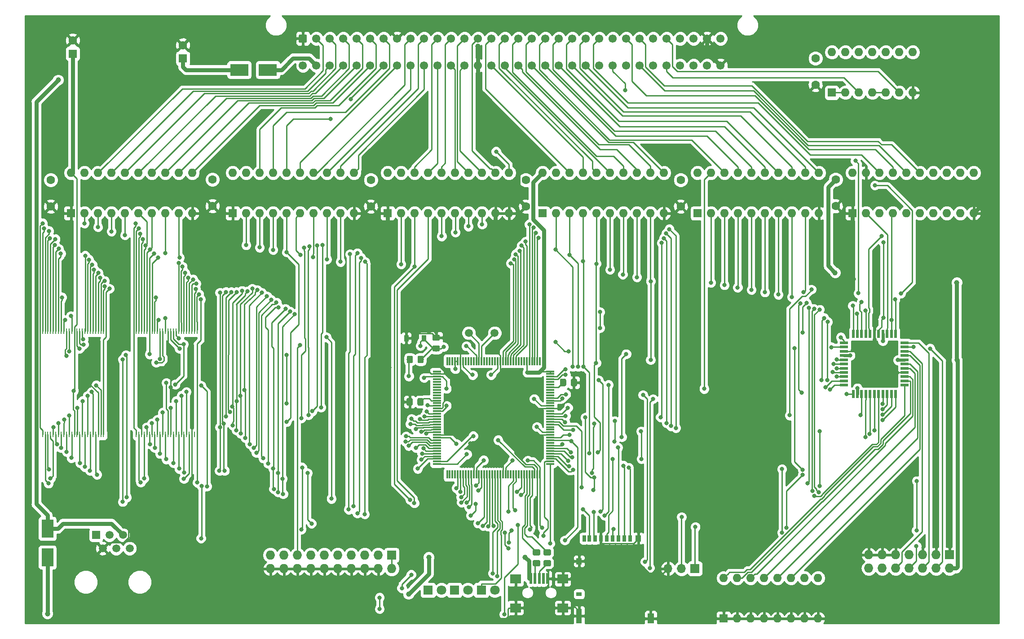
<source format=gbr>
G04 #@! TF.GenerationSoftware,KiCad,Pcbnew,5.0.2-bee76a0~70~ubuntu16.04.1*
G04 #@! TF.CreationDate,2021-08-21T15:35:53+02:00*
G04 #@! TF.ProjectId,IPCMemoryExpansionBoard,4950434d-656d-46f7-9279-457870616e73,rev?*
G04 #@! TF.SameCoordinates,Original*
G04 #@! TF.FileFunction,Copper,L1,Top*
G04 #@! TF.FilePolarity,Positive*
%FSLAX46Y46*%
G04 Gerber Fmt 4.6, Leading zero omitted, Abs format (unit mm)*
G04 Created by KiCad (PCBNEW 5.0.2-bee76a0~70~ubuntu16.04.1) date lör 21 aug 2021 15:35:53*
%MOMM*%
%LPD*%
G01*
G04 APERTURE LIST*
G04 #@! TA.AperFunction,SMDPad,CuDef*
%ADD10R,3.500000X2.300000*%
G04 #@! TD*
G04 #@! TA.AperFunction,SMDPad,CuDef*
%ADD11R,2.300000X3.500000*%
G04 #@! TD*
G04 #@! TA.AperFunction,ComponentPad*
%ADD12C,1.520000*%
G04 #@! TD*
G04 #@! TA.AperFunction,ComponentPad*
%ADD13R,1.520000X1.520000*%
G04 #@! TD*
G04 #@! TA.AperFunction,ComponentPad*
%ADD14C,1.800000*%
G04 #@! TD*
G04 #@! TA.AperFunction,ComponentPad*
%ADD15R,1.800000X1.800000*%
G04 #@! TD*
G04 #@! TA.AperFunction,SMDPad,CuDef*
%ADD16R,2.000000X1.700000*%
G04 #@! TD*
G04 #@! TA.AperFunction,SMDPad,CuDef*
%ADD17R,0.500000X2.000000*%
G04 #@! TD*
G04 #@! TA.AperFunction,ComponentPad*
%ADD18C,1.600000*%
G04 #@! TD*
G04 #@! TA.AperFunction,ComponentPad*
%ADD19R,1.600000X1.600000*%
G04 #@! TD*
G04 #@! TA.AperFunction,Conductor*
%ADD20C,0.100000*%
G04 #@! TD*
G04 #@! TA.AperFunction,SMDPad,CuDef*
%ADD21C,1.150000*%
G04 #@! TD*
G04 #@! TA.AperFunction,SMDPad,CuDef*
%ADD22R,0.900000X1.200000*%
G04 #@! TD*
G04 #@! TA.AperFunction,ComponentPad*
%ADD23C,1.550000*%
G04 #@! TD*
G04 #@! TA.AperFunction,SMDPad,CuDef*
%ADD24R,0.700000X1.200000*%
G04 #@! TD*
G04 #@! TA.AperFunction,SMDPad,CuDef*
%ADD25R,1.000000X1.200000*%
G04 #@! TD*
G04 #@! TA.AperFunction,SMDPad,CuDef*
%ADD26R,1.000000X0.800000*%
G04 #@! TD*
G04 #@! TA.AperFunction,SMDPad,CuDef*
%ADD27R,1.000000X2.800000*%
G04 #@! TD*
G04 #@! TA.AperFunction,SMDPad,CuDef*
%ADD28R,1.300000X1.900000*%
G04 #@! TD*
G04 #@! TA.AperFunction,ComponentPad*
%ADD29R,1.727200X1.727200*%
G04 #@! TD*
G04 #@! TA.AperFunction,ComponentPad*
%ADD30O,1.727200X1.727200*%
G04 #@! TD*
G04 #@! TA.AperFunction,ComponentPad*
%ADD31R,1.700000X1.700000*%
G04 #@! TD*
G04 #@! TA.AperFunction,ComponentPad*
%ADD32O,1.700000X1.700000*%
G04 #@! TD*
G04 #@! TA.AperFunction,ComponentPad*
%ADD33O,1.600000X1.600000*%
G04 #@! TD*
G04 #@! TA.AperFunction,SMDPad,CuDef*
%ADD34R,1.500000X0.550000*%
G04 #@! TD*
G04 #@! TA.AperFunction,SMDPad,CuDef*
%ADD35R,0.550000X1.500000*%
G04 #@! TD*
G04 #@! TA.AperFunction,SMDPad,CuDef*
%ADD36R,0.250000X1.100000*%
G04 #@! TD*
G04 #@! TA.AperFunction,SMDPad,CuDef*
%ADD37R,0.300000X1.550000*%
G04 #@! TD*
G04 #@! TA.AperFunction,SMDPad,CuDef*
%ADD38R,1.550000X0.300000*%
G04 #@! TD*
G04 #@! TA.AperFunction,ComponentPad*
%ADD39C,1.500000*%
G04 #@! TD*
G04 #@! TA.AperFunction,ViaPad*
%ADD40C,0.800000*%
G04 #@! TD*
G04 #@! TA.AperFunction,ViaPad*
%ADD41C,1.000000*%
G04 #@! TD*
G04 #@! TA.AperFunction,Conductor*
%ADD42C,0.800000*%
G04 #@! TD*
G04 #@! TA.AperFunction,Conductor*
%ADD43C,0.600000*%
G04 #@! TD*
G04 #@! TA.AperFunction,Conductor*
%ADD44C,0.250000*%
G04 #@! TD*
G04 #@! TA.AperFunction,Conductor*
%ADD45C,0.254000*%
G04 #@! TD*
G04 APERTURE END LIST*
D10*
G04 #@! TO.P,D5,2*
G04 #@! TO.N,Net-(D5-Pad2)*
X76487000Y-40894000D03*
G04 #@! TO.P,D5,1*
G04 #@! TO.N,+5V*
X71087000Y-40894000D03*
G04 #@! TD*
D11*
G04 #@! TO.P,D6,1*
G04 #@! TO.N,+5V*
X34925000Y-127475000D03*
G04 #@! TO.P,D6,2*
G04 #@! TO.N,Net-(D6-Pad2)*
X34925000Y-132875000D03*
G04 #@! TD*
D12*
G04 #@! TO.P,J7,6*
G04 #@! TO.N,Net-(J7-Pad6)*
X50419000Y-131191000D03*
G04 #@! TO.P,J7,5*
G04 #@! TO.N,+5V*
X49149000Y-128651000D03*
G04 #@! TO.P,J7,4*
G04 #@! TO.N,/SCL*
X47879000Y-131191000D03*
G04 #@! TO.P,J7,3*
G04 #@! TO.N,/SDA*
X46609000Y-128651000D03*
G04 #@! TO.P,J7,2*
G04 #@! TO.N,GND*
X45339000Y-131191000D03*
D13*
G04 #@! TO.P,J7,1*
G04 #@! TO.N,Net-(J7-Pad1)*
X44069000Y-128651000D03*
G04 #@! TD*
D14*
G04 #@! TO.P,D3,2*
G04 #@! TO.N,Net-(D3-Pad2)*
X119253000Y-139065000D03*
D15*
G04 #@! TO.P,D3,1*
G04 #@! TO.N,/LED_YELLOW*
X116713000Y-139065000D03*
G04 #@! TD*
D14*
G04 #@! TO.P,D4,2*
G04 #@! TO.N,Net-(D4-Pad2)*
X109220000Y-139065000D03*
D15*
G04 #@! TO.P,D4,1*
G04 #@! TO.N,/LED_RED*
X106680000Y-139065000D03*
G04 #@! TD*
D14*
G04 #@! TO.P,D2,2*
G04 #@! TO.N,Net-(D2-Pad2)*
X114173000Y-139065000D03*
D15*
G04 #@! TO.P,D2,1*
G04 #@! TO.N,/LED_GREEN*
X111633000Y-139065000D03*
G04 #@! TD*
D16*
G04 #@! TO.P,J3,6*
G04 #@! TO.N,GND*
X132085000Y-142423000D03*
X132085000Y-136973000D03*
X123185000Y-142423000D03*
X123185000Y-136973000D03*
D17*
G04 #@! TO.P,J3,5*
X129235000Y-136873000D03*
G04 #@! TO.P,J3,4*
G04 #@! TO.N,Net-(J3-Pad4)*
X128435000Y-136873000D03*
G04 #@! TO.P,J3,3*
G04 #@! TO.N,Net-(J3-Pad3)*
X127635000Y-136873000D03*
G04 #@! TO.P,J3,2*
G04 #@! TO.N,Net-(J3-Pad2)*
X126835000Y-136873000D03*
G04 #@! TO.P,J3,1*
G04 #@! TO.N,Net-(D6-Pad2)*
X126035000Y-136873000D03*
G04 #@! TD*
D18*
G04 #@! TO.P,C1,1*
G04 #@! TO.N,+3V3*
X66040000Y-61595000D03*
G04 #@! TO.P,C1,2*
G04 #@! TO.N,GND*
X66040000Y-66595000D03*
G04 #@! TD*
G04 #@! TO.P,C2,2*
G04 #@! TO.N,GND*
X183515000Y-66595000D03*
G04 #@! TO.P,C2,1*
G04 #@! TO.N,+3V3*
X183515000Y-61595000D03*
G04 #@! TD*
G04 #@! TO.P,C3,1*
G04 #@! TO.N,+3V3*
X154305000Y-61675000D03*
G04 #@! TO.P,C3,2*
G04 #@! TO.N,GND*
X154305000Y-66675000D03*
G04 #@! TD*
D19*
G04 #@! TO.P,C4,1*
G04 #@! TO.N,+5V*
X60452000Y-38735000D03*
D18*
G04 #@! TO.P,C4,2*
G04 #@! TO.N,GND*
X60452000Y-36235000D03*
G04 #@! TD*
G04 #@! TO.P,C5,1*
G04 #@! TO.N,+3V3*
X35560000Y-61675000D03*
G04 #@! TO.P,C5,2*
G04 #@! TO.N,GND*
X35560000Y-66675000D03*
G04 #@! TD*
G04 #@! TO.P,C6,2*
G04 #@! TO.N,GND*
X95885000Y-66675000D03*
G04 #@! TO.P,C6,1*
G04 #@! TO.N,+3V3*
X95885000Y-61675000D03*
G04 #@! TD*
G04 #@! TO.P,C7,1*
G04 #@! TO.N,+3V3*
X125095000Y-61675000D03*
G04 #@! TO.P,C7,2*
G04 #@! TO.N,GND*
X125095000Y-66675000D03*
G04 #@! TD*
G04 #@! TO.P,C8,2*
G04 #@! TO.N,GND*
X179705000Y-43735000D03*
G04 #@! TO.P,C8,1*
G04 #@! TO.N,+5V*
X179705000Y-38735000D03*
G04 #@! TD*
G04 #@! TO.P,C10,2*
G04 #@! TO.N,GND*
X39687500Y-35346000D03*
D19*
G04 #@! TO.P,C10,1*
G04 #@! TO.N,+3V3*
X39687500Y-37846000D03*
G04 #@! TD*
D20*
G04 #@! TO.N,/STM32_RESET*
G04 #@! TO.C,C22*
G36*
X108678505Y-92898204D02*
X108702773Y-92901804D01*
X108726572Y-92907765D01*
X108749671Y-92916030D01*
X108771850Y-92926520D01*
X108792893Y-92939132D01*
X108812599Y-92953747D01*
X108830777Y-92970223D01*
X108847253Y-92988401D01*
X108861868Y-93008107D01*
X108874480Y-93029150D01*
X108884970Y-93051329D01*
X108893235Y-93074428D01*
X108899196Y-93098227D01*
X108902796Y-93122495D01*
X108904000Y-93146999D01*
X108904000Y-93797001D01*
X108902796Y-93821505D01*
X108899196Y-93845773D01*
X108893235Y-93869572D01*
X108884970Y-93892671D01*
X108874480Y-93914850D01*
X108861868Y-93935893D01*
X108847253Y-93955599D01*
X108830777Y-93973777D01*
X108812599Y-93990253D01*
X108792893Y-94004868D01*
X108771850Y-94017480D01*
X108749671Y-94027970D01*
X108726572Y-94036235D01*
X108702773Y-94042196D01*
X108678505Y-94045796D01*
X108654001Y-94047000D01*
X107753999Y-94047000D01*
X107729495Y-94045796D01*
X107705227Y-94042196D01*
X107681428Y-94036235D01*
X107658329Y-94027970D01*
X107636150Y-94017480D01*
X107615107Y-94004868D01*
X107595401Y-93990253D01*
X107577223Y-93973777D01*
X107560747Y-93955599D01*
X107546132Y-93935893D01*
X107533520Y-93914850D01*
X107523030Y-93892671D01*
X107514765Y-93869572D01*
X107508804Y-93845773D01*
X107505204Y-93821505D01*
X107504000Y-93797001D01*
X107504000Y-93146999D01*
X107505204Y-93122495D01*
X107508804Y-93098227D01*
X107514765Y-93074428D01*
X107523030Y-93051329D01*
X107533520Y-93029150D01*
X107546132Y-93008107D01*
X107560747Y-92988401D01*
X107577223Y-92970223D01*
X107595401Y-92953747D01*
X107615107Y-92939132D01*
X107636150Y-92926520D01*
X107658329Y-92916030D01*
X107681428Y-92907765D01*
X107705227Y-92901804D01*
X107729495Y-92898204D01*
X107753999Y-92897000D01*
X108654001Y-92897000D01*
X108678505Y-92898204D01*
X108678505Y-92898204D01*
G37*
D21*
G04 #@! TD*
G04 #@! TO.P,C22,1*
G04 #@! TO.N,/STM32_RESET*
X108204000Y-93472000D03*
D20*
G04 #@! TO.N,GND*
G04 #@! TO.C,C22*
G36*
X108678505Y-90848204D02*
X108702773Y-90851804D01*
X108726572Y-90857765D01*
X108749671Y-90866030D01*
X108771850Y-90876520D01*
X108792893Y-90889132D01*
X108812599Y-90903747D01*
X108830777Y-90920223D01*
X108847253Y-90938401D01*
X108861868Y-90958107D01*
X108874480Y-90979150D01*
X108884970Y-91001329D01*
X108893235Y-91024428D01*
X108899196Y-91048227D01*
X108902796Y-91072495D01*
X108904000Y-91096999D01*
X108904000Y-91747001D01*
X108902796Y-91771505D01*
X108899196Y-91795773D01*
X108893235Y-91819572D01*
X108884970Y-91842671D01*
X108874480Y-91864850D01*
X108861868Y-91885893D01*
X108847253Y-91905599D01*
X108830777Y-91923777D01*
X108812599Y-91940253D01*
X108792893Y-91954868D01*
X108771850Y-91967480D01*
X108749671Y-91977970D01*
X108726572Y-91986235D01*
X108702773Y-91992196D01*
X108678505Y-91995796D01*
X108654001Y-91997000D01*
X107753999Y-91997000D01*
X107729495Y-91995796D01*
X107705227Y-91992196D01*
X107681428Y-91986235D01*
X107658329Y-91977970D01*
X107636150Y-91967480D01*
X107615107Y-91954868D01*
X107595401Y-91940253D01*
X107577223Y-91923777D01*
X107560747Y-91905599D01*
X107546132Y-91885893D01*
X107533520Y-91864850D01*
X107523030Y-91842671D01*
X107514765Y-91819572D01*
X107508804Y-91795773D01*
X107505204Y-91771505D01*
X107504000Y-91747001D01*
X107504000Y-91096999D01*
X107505204Y-91072495D01*
X107508804Y-91048227D01*
X107514765Y-91024428D01*
X107523030Y-91001329D01*
X107533520Y-90979150D01*
X107546132Y-90958107D01*
X107560747Y-90938401D01*
X107577223Y-90920223D01*
X107595401Y-90903747D01*
X107615107Y-90889132D01*
X107636150Y-90876520D01*
X107658329Y-90866030D01*
X107681428Y-90857765D01*
X107705227Y-90851804D01*
X107729495Y-90848204D01*
X107753999Y-90847000D01*
X108654001Y-90847000D01*
X108678505Y-90848204D01*
X108678505Y-90848204D01*
G37*
D21*
G04 #@! TD*
G04 #@! TO.P,C22,2*
G04 #@! TO.N,GND*
X108204000Y-91422000D03*
D22*
G04 #@! TO.P,D1,1*
G04 #@! TO.N,GND*
X102580000Y-91540000D03*
G04 #@! TO.P,D1,2*
G04 #@! TO.N,/STM32_RESET*
X105880000Y-91540000D03*
G04 #@! TD*
D20*
G04 #@! TO.N,GND*
G04 #@! TO.C,J1*
G36*
X83629910Y-34226202D02*
X83654135Y-34229795D01*
X83677891Y-34235746D01*
X83700949Y-34243996D01*
X83723087Y-34254467D01*
X83744093Y-34267057D01*
X83763763Y-34281645D01*
X83781908Y-34298092D01*
X83798355Y-34316237D01*
X83812943Y-34335907D01*
X83825533Y-34356913D01*
X83836004Y-34379051D01*
X83844254Y-34402109D01*
X83850205Y-34425865D01*
X83853798Y-34450090D01*
X83855000Y-34474550D01*
X83855000Y-35525450D01*
X83853798Y-35549910D01*
X83850205Y-35574135D01*
X83844254Y-35597891D01*
X83836004Y-35620949D01*
X83825533Y-35643087D01*
X83812943Y-35664093D01*
X83798355Y-35683763D01*
X83781908Y-35701908D01*
X83763763Y-35718355D01*
X83744093Y-35732943D01*
X83723087Y-35745533D01*
X83700949Y-35756004D01*
X83677891Y-35764254D01*
X83654135Y-35770205D01*
X83629910Y-35773798D01*
X83605450Y-35775000D01*
X82554550Y-35775000D01*
X82530090Y-35773798D01*
X82505865Y-35770205D01*
X82482109Y-35764254D01*
X82459051Y-35756004D01*
X82436913Y-35745533D01*
X82415907Y-35732943D01*
X82396237Y-35718355D01*
X82378092Y-35701908D01*
X82361645Y-35683763D01*
X82347057Y-35664093D01*
X82334467Y-35643087D01*
X82323996Y-35620949D01*
X82315746Y-35597891D01*
X82309795Y-35574135D01*
X82306202Y-35549910D01*
X82305000Y-35525450D01*
X82305000Y-34474550D01*
X82306202Y-34450090D01*
X82309795Y-34425865D01*
X82315746Y-34402109D01*
X82323996Y-34379051D01*
X82334467Y-34356913D01*
X82347057Y-34335907D01*
X82361645Y-34316237D01*
X82378092Y-34298092D01*
X82396237Y-34281645D01*
X82415907Y-34267057D01*
X82436913Y-34254467D01*
X82459051Y-34243996D01*
X82482109Y-34235746D01*
X82505865Y-34229795D01*
X82530090Y-34226202D01*
X82554550Y-34225000D01*
X83605450Y-34225000D01*
X83629910Y-34226202D01*
X83629910Y-34226202D01*
G37*
D23*
G04 #@! TD*
G04 #@! TO.P,J1,A1*
G04 #@! TO.N,GND*
X83080000Y-35000000D03*
G04 #@! TO.P,J1,A2*
G04 #@! TO.N,/BA1*
X85620000Y-35000000D03*
G04 #@! TO.P,J1,A3*
G04 #@! TO.N,/BA3*
X88160000Y-35000000D03*
G04 #@! TO.P,J1,A4*
G04 #@! TO.N,/BA5*
X90700000Y-35000000D03*
G04 #@! TO.P,J1,A5*
G04 #@! TO.N,/BA7*
X93240000Y-35000000D03*
G04 #@! TO.P,J1,A6*
G04 #@! TO.N,/BA9*
X95780000Y-35000000D03*
G04 #@! TO.P,J1,A7*
G04 #@! TO.N,/BA11*
X98320000Y-35000000D03*
G04 #@! TO.P,J1,A8*
G04 #@! TO.N,GND*
X100860000Y-35000000D03*
G04 #@! TO.P,J1,A9*
G04 #@! TO.N,/BA13*
X103400000Y-35000000D03*
G04 #@! TO.P,J1,A10*
G04 #@! TO.N,/BA15*
X105940000Y-35000000D03*
G04 #@! TO.P,J1,A11*
G04 #@! TO.N,/BA17*
X108480000Y-35000000D03*
G04 #@! TO.P,J1,A12*
G04 #@! TO.N,/BA19*
X111020000Y-35000000D03*
G04 #@! TO.P,J1,A13*
G04 #@! TO.N,/BA21*
X113560000Y-35000000D03*
G04 #@! TO.P,J1,A14*
G04 #@! TO.N,/BA23*
X116100000Y-35000000D03*
G04 #@! TO.P,J1,A15*
G04 #@! TO.N,/BD0*
X118640000Y-35000000D03*
G04 #@! TO.P,J1,A16*
G04 #@! TO.N,/BD2*
X121180000Y-35000000D03*
G04 #@! TO.P,J1,A17*
G04 #@! TO.N,/BD4*
X123720000Y-35000000D03*
G04 #@! TO.P,J1,A18*
G04 #@! TO.N,/BD6*
X126260000Y-35000000D03*
G04 #@! TO.P,J1,A19*
G04 #@! TO.N,/BD8*
X128800000Y-35000000D03*
G04 #@! TO.P,J1,A20*
G04 #@! TO.N,/BD10*
X131340000Y-35000000D03*
G04 #@! TO.P,J1,A21*
G04 #@! TO.N,/BD12*
X133880000Y-35000000D03*
G04 #@! TO.P,J1,A22*
G04 #@! TO.N,/BD14*
X136420000Y-35000000D03*
G04 #@! TO.P,J1,A23*
G04 #@! TO.N,/BNPS*
X138960000Y-35000000D03*
G04 #@! TO.P,J1,A24*
G04 #@! TO.N,Net-(J1-PadA24)*
X141500000Y-35000000D03*
G04 #@! TO.P,J1,A25*
G04 #@! TO.N,/BRNW*
X144040000Y-35000000D03*
G04 #@! TO.P,J1,A26*
G04 #@! TO.N,/NBUD*
X146580000Y-35000000D03*
G04 #@! TO.P,J1,A27*
G04 #@! TO.N,Net-(J1-PadA27)*
X149120000Y-35000000D03*
G04 #@! TO.P,J1,A28*
G04 #@! TO.N,/NBDTACK*
X151660000Y-35000000D03*
G04 #@! TO.P,J1,A29*
G04 #@! TO.N,Net-(J1-PadA29)*
X154200000Y-35000000D03*
G04 #@! TO.P,J1,A30*
G04 #@! TO.N,Net-(J1-PadA30)*
X156740000Y-35000000D03*
G04 #@! TO.P,J1,A31*
G04 #@! TO.N,GND*
X159280000Y-35000000D03*
G04 #@! TO.P,J1,A32*
G04 #@! TO.N,Net-(J1-PadA32)*
X161820000Y-35000000D03*
G04 #@! TO.P,J1,C1*
G04 #@! TO.N,Net-(J1-PadC1)*
X83080000Y-40080000D03*
G04 #@! TO.P,J1,C2*
G04 #@! TO.N,Net-(D5-Pad2)*
X85620000Y-40080000D03*
G04 #@! TO.P,J1,C3*
G04 #@! TO.N,/BA2*
X88160000Y-40080000D03*
G04 #@! TO.P,J1,C4*
G04 #@! TO.N,/BA4*
X90700000Y-40080000D03*
G04 #@! TO.P,J1,C5*
G04 #@! TO.N,/BA6*
X93240000Y-40080000D03*
G04 #@! TO.P,J1,C6*
G04 #@! TO.N,/BA8*
X95780000Y-40080000D03*
G04 #@! TO.P,J1,C7*
G04 #@! TO.N,/BA10*
X98320000Y-40080000D03*
G04 #@! TO.P,J1,C8*
G04 #@! TO.N,/BA12*
X100860000Y-40080000D03*
G04 #@! TO.P,J1,C9*
G04 #@! TO.N,/BA14*
X103400000Y-40080000D03*
G04 #@! TO.P,J1,C10*
G04 #@! TO.N,/BA16*
X105940000Y-40080000D03*
G04 #@! TO.P,J1,C11*
G04 #@! TO.N,/BA18*
X108480000Y-40080000D03*
G04 #@! TO.P,J1,C12*
G04 #@! TO.N,/BA20*
X111020000Y-40080000D03*
G04 #@! TO.P,J1,C13*
G04 #@! TO.N,/BA22*
X113560000Y-40080000D03*
G04 #@! TO.P,J1,C14*
G04 #@! TO.N,GND*
X116100000Y-40080000D03*
G04 #@! TO.P,J1,C15*
G04 #@! TO.N,/BD1*
X118640000Y-40080000D03*
G04 #@! TO.P,J1,C16*
G04 #@! TO.N,/BD3*
X121180000Y-40080000D03*
G04 #@! TO.P,J1,C17*
G04 #@! TO.N,/BD5*
X123720000Y-40080000D03*
G04 #@! TO.P,J1,C18*
G04 #@! TO.N,/BD7*
X126260000Y-40080000D03*
G04 #@! TO.P,J1,C19*
G04 #@! TO.N,/BD9*
X128800000Y-40080000D03*
G04 #@! TO.P,J1,C20*
G04 #@! TO.N,/BD11*
X131340000Y-40080000D03*
G04 #@! TO.P,J1,C21*
G04 #@! TO.N,/BD13*
X133880000Y-40080000D03*
G04 #@! TO.P,J1,C22*
G04 #@! TO.N,/BD15*
X136420000Y-40080000D03*
G04 #@! TO.P,J1,C23*
G04 #@! TO.N,Net-(J1-PadC23)*
X138960000Y-40080000D03*
G04 #@! TO.P,J1,C24*
G04 #@! TO.N,/NBRESET*
X141500000Y-40080000D03*
G04 #@! TO.P,J1,C25*
G04 #@! TO.N,Net-(J1-PadC25)*
X144040000Y-40080000D03*
G04 #@! TO.P,J1,C26*
G04 #@! TO.N,/NBLD*
X146580000Y-40080000D03*
G04 #@! TO.P,J1,C27*
G04 #@! TO.N,Net-(J1-PadC27)*
X149120000Y-40080000D03*
G04 #@! TO.P,J1,C28*
G04 #@! TO.N,/NBIMA*
X151660000Y-40080000D03*
G04 #@! TO.P,J1,C29*
G04 #@! TO.N,Net-(J1-PadC29)*
X154200000Y-40080000D03*
G04 #@! TO.P,J1,C30*
G04 #@! TO.N,Net-(J1-PadC30)*
X156740000Y-40080000D03*
G04 #@! TO.P,J1,C31*
G04 #@! TO.N,Net-(D5-Pad2)*
X159280000Y-40080000D03*
G04 #@! TO.P,J1,C32*
G04 #@! TO.N,GND*
X161820000Y-40080000D03*
G04 #@! TD*
D24*
G04 #@! TO.P,J2,9*
G04 #@! TO.N,Net-(J2-Pad9)*
X136111000Y-129308000D03*
G04 #@! TO.P,J2,8*
G04 #@! TO.N,/SDIO_D1*
X137061000Y-129308000D03*
G04 #@! TO.P,J2,1*
G04 #@! TO.N,/SDIO_D2*
X144761000Y-129308000D03*
G04 #@! TO.P,J2,2*
G04 #@! TO.N,/SDIO_D3*
X143661000Y-129308000D03*
G04 #@! TO.P,J2,3*
G04 #@! TO.N,/SDIO_CMD*
X142561000Y-129308000D03*
G04 #@! TO.P,J2,4*
G04 #@! TO.N,+3V3*
X141461000Y-129308000D03*
G04 #@! TO.P,J2,5*
G04 #@! TO.N,/SDIO_SCK*
X140361000Y-129308000D03*
G04 #@! TO.P,J2,6*
G04 #@! TO.N,GND*
X139261000Y-129308000D03*
G04 #@! TO.P,J2,7*
G04 #@! TO.N,/SDIO_D0*
X138161000Y-129308000D03*
D25*
G04 #@! TO.P,J2,11*
G04 #@! TO.N,GND*
X146311000Y-129308000D03*
X135161000Y-133608000D03*
D26*
G04 #@! TO.P,J2,10*
G04 #@! TO.N,Net-(J2-Pad10)*
X135161000Y-139808000D03*
D27*
G04 #@! TO.P,J2,11*
G04 #@! TO.N,GND*
X135161000Y-143958000D03*
D28*
X148661000Y-144408000D03*
G04 #@! TD*
D29*
G04 #@! TO.P,J4,1*
G04 #@! TO.N,GND*
X205000000Y-132400000D03*
D30*
G04 #@! TO.P,J4,2*
G04 #@! TO.N,+3V3*
X205000000Y-134940000D03*
G04 #@! TO.P,J4,3*
G04 #@! TO.N,GND*
X202460000Y-132400000D03*
G04 #@! TO.P,J4,4*
G04 #@! TO.N,/TMS*
X202460000Y-134940000D03*
G04 #@! TO.P,J4,5*
G04 #@! TO.N,GND*
X199920000Y-132400000D03*
G04 #@! TO.P,J4,6*
G04 #@! TO.N,/TCK*
X199920000Y-134940000D03*
G04 #@! TO.P,J4,7*
G04 #@! TO.N,GND*
X197380000Y-132400000D03*
G04 #@! TO.P,J4,8*
G04 #@! TO.N,/TDO*
X197380000Y-134940000D03*
G04 #@! TO.P,J4,9*
G04 #@! TO.N,GND*
X194840000Y-132400000D03*
G04 #@! TO.P,J4,10*
G04 #@! TO.N,/TDI*
X194840000Y-134940000D03*
G04 #@! TO.P,J4,11*
G04 #@! TO.N,GND*
X192300000Y-132400000D03*
G04 #@! TO.P,J4,12*
G04 #@! TO.N,Net-(J4-Pad12)*
X192300000Y-134940000D03*
G04 #@! TO.P,J4,13*
G04 #@! TO.N,GND*
X189760000Y-132400000D03*
G04 #@! TO.P,J4,14*
G04 #@! TO.N,Net-(J4-Pad14)*
X189760000Y-134940000D03*
G04 #@! TD*
D29*
G04 #@! TO.P,J5,1*
G04 #@! TO.N,+3V3*
X99822000Y-132461000D03*
D30*
G04 #@! TO.P,J5,2*
X99822000Y-135001000D03*
G04 #@! TO.P,J5,3*
G04 #@! TO.N,/STM32_TRST*
X97282000Y-132461000D03*
G04 #@! TO.P,J5,4*
G04 #@! TO.N,GND*
X97282000Y-135001000D03*
G04 #@! TO.P,J5,5*
G04 #@! TO.N,/STM32_TDI*
X94742000Y-132461000D03*
G04 #@! TO.P,J5,6*
G04 #@! TO.N,GND*
X94742000Y-135001000D03*
G04 #@! TO.P,J5,7*
G04 #@! TO.N,/STM32_TMS*
X92202000Y-132461000D03*
G04 #@! TO.P,J5,8*
G04 #@! TO.N,GND*
X92202000Y-135001000D03*
G04 #@! TO.P,J5,9*
G04 #@! TO.N,/STM32_TCK*
X89662000Y-132461000D03*
G04 #@! TO.P,J5,10*
G04 #@! TO.N,GND*
X89662000Y-135001000D03*
G04 #@! TO.P,J5,11*
G04 #@! TO.N,Net-(J5-Pad11)*
X87122000Y-132461000D03*
G04 #@! TO.P,J5,12*
G04 #@! TO.N,GND*
X87122000Y-135001000D03*
G04 #@! TO.P,J5,13*
G04 #@! TO.N,/STM32_TDO*
X84582000Y-132461000D03*
G04 #@! TO.P,J5,14*
G04 #@! TO.N,GND*
X84582000Y-135001000D03*
G04 #@! TO.P,J5,15*
G04 #@! TO.N,/STM32_RESET*
X82042000Y-132461000D03*
G04 #@! TO.P,J5,16*
G04 #@! TO.N,GND*
X82042000Y-135001000D03*
G04 #@! TO.P,J5,17*
G04 #@! TO.N,Net-(J5-Pad17)*
X79502000Y-132461000D03*
G04 #@! TO.P,J5,18*
G04 #@! TO.N,GND*
X79502000Y-135001000D03*
G04 #@! TO.P,J5,19*
G04 #@! TO.N,Net-(J5-Pad19)*
X76962000Y-132461000D03*
G04 #@! TO.P,J5,20*
G04 #@! TO.N,GND*
X76962000Y-135001000D03*
G04 #@! TD*
D31*
G04 #@! TO.P,J6,1*
G04 #@! TO.N,Net-(J6-Pad1)*
X157000000Y-135000000D03*
D32*
G04 #@! TO.P,J6,2*
G04 #@! TO.N,Net-(J6-Pad2)*
X154460000Y-135000000D03*
G04 #@! TO.P,J6,3*
G04 #@! TO.N,GND*
X151920000Y-135000000D03*
G04 #@! TD*
D20*
G04 #@! TO.N,/STM32_RESET*
G04 #@! TO.C,R1*
G36*
X105629505Y-94841204D02*
X105653773Y-94844804D01*
X105677572Y-94850765D01*
X105700671Y-94859030D01*
X105722850Y-94869520D01*
X105743893Y-94882132D01*
X105763599Y-94896747D01*
X105781777Y-94913223D01*
X105798253Y-94931401D01*
X105812868Y-94951107D01*
X105825480Y-94972150D01*
X105835970Y-94994329D01*
X105844235Y-95017428D01*
X105850196Y-95041227D01*
X105853796Y-95065495D01*
X105855000Y-95089999D01*
X105855000Y-95990001D01*
X105853796Y-96014505D01*
X105850196Y-96038773D01*
X105844235Y-96062572D01*
X105835970Y-96085671D01*
X105825480Y-96107850D01*
X105812868Y-96128893D01*
X105798253Y-96148599D01*
X105781777Y-96166777D01*
X105763599Y-96183253D01*
X105743893Y-96197868D01*
X105722850Y-96210480D01*
X105700671Y-96220970D01*
X105677572Y-96229235D01*
X105653773Y-96235196D01*
X105629505Y-96238796D01*
X105605001Y-96240000D01*
X104954999Y-96240000D01*
X104930495Y-96238796D01*
X104906227Y-96235196D01*
X104882428Y-96229235D01*
X104859329Y-96220970D01*
X104837150Y-96210480D01*
X104816107Y-96197868D01*
X104796401Y-96183253D01*
X104778223Y-96166777D01*
X104761747Y-96148599D01*
X104747132Y-96128893D01*
X104734520Y-96107850D01*
X104724030Y-96085671D01*
X104715765Y-96062572D01*
X104709804Y-96038773D01*
X104706204Y-96014505D01*
X104705000Y-95990001D01*
X104705000Y-95089999D01*
X104706204Y-95065495D01*
X104709804Y-95041227D01*
X104715765Y-95017428D01*
X104724030Y-94994329D01*
X104734520Y-94972150D01*
X104747132Y-94951107D01*
X104761747Y-94931401D01*
X104778223Y-94913223D01*
X104796401Y-94896747D01*
X104816107Y-94882132D01*
X104837150Y-94869520D01*
X104859329Y-94859030D01*
X104882428Y-94850765D01*
X104906227Y-94844804D01*
X104930495Y-94841204D01*
X104954999Y-94840000D01*
X105605001Y-94840000D01*
X105629505Y-94841204D01*
X105629505Y-94841204D01*
G37*
D21*
G04 #@! TD*
G04 #@! TO.P,R1,2*
G04 #@! TO.N,/STM32_RESET*
X105280000Y-95540000D03*
D20*
G04 #@! TO.N,+3V3*
G04 #@! TO.C,R1*
G36*
X103579505Y-94841204D02*
X103603773Y-94844804D01*
X103627572Y-94850765D01*
X103650671Y-94859030D01*
X103672850Y-94869520D01*
X103693893Y-94882132D01*
X103713599Y-94896747D01*
X103731777Y-94913223D01*
X103748253Y-94931401D01*
X103762868Y-94951107D01*
X103775480Y-94972150D01*
X103785970Y-94994329D01*
X103794235Y-95017428D01*
X103800196Y-95041227D01*
X103803796Y-95065495D01*
X103805000Y-95089999D01*
X103805000Y-95990001D01*
X103803796Y-96014505D01*
X103800196Y-96038773D01*
X103794235Y-96062572D01*
X103785970Y-96085671D01*
X103775480Y-96107850D01*
X103762868Y-96128893D01*
X103748253Y-96148599D01*
X103731777Y-96166777D01*
X103713599Y-96183253D01*
X103693893Y-96197868D01*
X103672850Y-96210480D01*
X103650671Y-96220970D01*
X103627572Y-96229235D01*
X103603773Y-96235196D01*
X103579505Y-96238796D01*
X103555001Y-96240000D01*
X102904999Y-96240000D01*
X102880495Y-96238796D01*
X102856227Y-96235196D01*
X102832428Y-96229235D01*
X102809329Y-96220970D01*
X102787150Y-96210480D01*
X102766107Y-96197868D01*
X102746401Y-96183253D01*
X102728223Y-96166777D01*
X102711747Y-96148599D01*
X102697132Y-96128893D01*
X102684520Y-96107850D01*
X102674030Y-96085671D01*
X102665765Y-96062572D01*
X102659804Y-96038773D01*
X102656204Y-96014505D01*
X102655000Y-95990001D01*
X102655000Y-95089999D01*
X102656204Y-95065495D01*
X102659804Y-95041227D01*
X102665765Y-95017428D01*
X102674030Y-94994329D01*
X102684520Y-94972150D01*
X102697132Y-94951107D01*
X102711747Y-94931401D01*
X102728223Y-94913223D01*
X102746401Y-94896747D01*
X102766107Y-94882132D01*
X102787150Y-94869520D01*
X102809329Y-94859030D01*
X102832428Y-94850765D01*
X102856227Y-94844804D01*
X102880495Y-94841204D01*
X102904999Y-94840000D01*
X103555001Y-94840000D01*
X103579505Y-94841204D01*
X103579505Y-94841204D01*
G37*
D21*
G04 #@! TD*
G04 #@! TO.P,R1,1*
G04 #@! TO.N,+3V3*
X103230000Y-95540000D03*
D20*
G04 #@! TO.N,Net-(R11-Pad1)*
G04 #@! TO.C,R11*
G36*
X132484005Y-99186704D02*
X132508273Y-99190304D01*
X132532072Y-99196265D01*
X132555171Y-99204530D01*
X132577350Y-99215020D01*
X132598393Y-99227632D01*
X132618099Y-99242247D01*
X132636277Y-99258723D01*
X132652753Y-99276901D01*
X132667368Y-99296607D01*
X132679980Y-99317650D01*
X132690470Y-99339829D01*
X132698735Y-99362928D01*
X132704696Y-99386727D01*
X132708296Y-99410995D01*
X132709500Y-99435499D01*
X132709500Y-100335501D01*
X132708296Y-100360005D01*
X132704696Y-100384273D01*
X132698735Y-100408072D01*
X132690470Y-100431171D01*
X132679980Y-100453350D01*
X132667368Y-100474393D01*
X132652753Y-100494099D01*
X132636277Y-100512277D01*
X132618099Y-100528753D01*
X132598393Y-100543368D01*
X132577350Y-100555980D01*
X132555171Y-100566470D01*
X132532072Y-100574735D01*
X132508273Y-100580696D01*
X132484005Y-100584296D01*
X132459501Y-100585500D01*
X131809499Y-100585500D01*
X131784995Y-100584296D01*
X131760727Y-100580696D01*
X131736928Y-100574735D01*
X131713829Y-100566470D01*
X131691650Y-100555980D01*
X131670607Y-100543368D01*
X131650901Y-100528753D01*
X131632723Y-100512277D01*
X131616247Y-100494099D01*
X131601632Y-100474393D01*
X131589020Y-100453350D01*
X131578530Y-100431171D01*
X131570265Y-100408072D01*
X131564304Y-100384273D01*
X131560704Y-100360005D01*
X131559500Y-100335501D01*
X131559500Y-99435499D01*
X131560704Y-99410995D01*
X131564304Y-99386727D01*
X131570265Y-99362928D01*
X131578530Y-99339829D01*
X131589020Y-99317650D01*
X131601632Y-99296607D01*
X131616247Y-99276901D01*
X131632723Y-99258723D01*
X131650901Y-99242247D01*
X131670607Y-99227632D01*
X131691650Y-99215020D01*
X131713829Y-99204530D01*
X131736928Y-99196265D01*
X131760727Y-99190304D01*
X131784995Y-99186704D01*
X131809499Y-99185500D01*
X132459501Y-99185500D01*
X132484005Y-99186704D01*
X132484005Y-99186704D01*
G37*
D21*
G04 #@! TD*
G04 #@! TO.P,R11,1*
G04 #@! TO.N,Net-(R11-Pad1)*
X132134500Y-99885500D03*
D20*
G04 #@! TO.N,GND*
G04 #@! TO.C,R11*
G36*
X134534005Y-99186704D02*
X134558273Y-99190304D01*
X134582072Y-99196265D01*
X134605171Y-99204530D01*
X134627350Y-99215020D01*
X134648393Y-99227632D01*
X134668099Y-99242247D01*
X134686277Y-99258723D01*
X134702753Y-99276901D01*
X134717368Y-99296607D01*
X134729980Y-99317650D01*
X134740470Y-99339829D01*
X134748735Y-99362928D01*
X134754696Y-99386727D01*
X134758296Y-99410995D01*
X134759500Y-99435499D01*
X134759500Y-100335501D01*
X134758296Y-100360005D01*
X134754696Y-100384273D01*
X134748735Y-100408072D01*
X134740470Y-100431171D01*
X134729980Y-100453350D01*
X134717368Y-100474393D01*
X134702753Y-100494099D01*
X134686277Y-100512277D01*
X134668099Y-100528753D01*
X134648393Y-100543368D01*
X134627350Y-100555980D01*
X134605171Y-100566470D01*
X134582072Y-100574735D01*
X134558273Y-100580696D01*
X134534005Y-100584296D01*
X134509501Y-100585500D01*
X133859499Y-100585500D01*
X133834995Y-100584296D01*
X133810727Y-100580696D01*
X133786928Y-100574735D01*
X133763829Y-100566470D01*
X133741650Y-100555980D01*
X133720607Y-100543368D01*
X133700901Y-100528753D01*
X133682723Y-100512277D01*
X133666247Y-100494099D01*
X133651632Y-100474393D01*
X133639020Y-100453350D01*
X133628530Y-100431171D01*
X133620265Y-100408072D01*
X133614304Y-100384273D01*
X133610704Y-100360005D01*
X133609500Y-100335501D01*
X133609500Y-99435499D01*
X133610704Y-99410995D01*
X133614304Y-99386727D01*
X133620265Y-99362928D01*
X133628530Y-99339829D01*
X133639020Y-99317650D01*
X133651632Y-99296607D01*
X133666247Y-99276901D01*
X133682723Y-99258723D01*
X133700901Y-99242247D01*
X133720607Y-99227632D01*
X133741650Y-99215020D01*
X133763829Y-99204530D01*
X133786928Y-99196265D01*
X133810727Y-99190304D01*
X133834995Y-99186704D01*
X133859499Y-99185500D01*
X134509501Y-99185500D01*
X134534005Y-99186704D01*
X134534005Y-99186704D01*
G37*
D21*
G04 #@! TD*
G04 #@! TO.P,R11,2*
G04 #@! TO.N,GND*
X134184500Y-99885500D03*
D20*
G04 #@! TO.N,Net-(J3-Pad3)*
G04 #@! TO.C,R12*
G36*
X129633505Y-133411204D02*
X129657773Y-133414804D01*
X129681572Y-133420765D01*
X129704671Y-133429030D01*
X129726850Y-133439520D01*
X129747893Y-133452132D01*
X129767599Y-133466747D01*
X129785777Y-133483223D01*
X129802253Y-133501401D01*
X129816868Y-133521107D01*
X129829480Y-133542150D01*
X129839970Y-133564329D01*
X129848235Y-133587428D01*
X129854196Y-133611227D01*
X129857796Y-133635495D01*
X129859000Y-133659999D01*
X129859000Y-134310001D01*
X129857796Y-134334505D01*
X129854196Y-134358773D01*
X129848235Y-134382572D01*
X129839970Y-134405671D01*
X129829480Y-134427850D01*
X129816868Y-134448893D01*
X129802253Y-134468599D01*
X129785777Y-134486777D01*
X129767599Y-134503253D01*
X129747893Y-134517868D01*
X129726850Y-134530480D01*
X129704671Y-134540970D01*
X129681572Y-134549235D01*
X129657773Y-134555196D01*
X129633505Y-134558796D01*
X129609001Y-134560000D01*
X128708999Y-134560000D01*
X128684495Y-134558796D01*
X128660227Y-134555196D01*
X128636428Y-134549235D01*
X128613329Y-134540970D01*
X128591150Y-134530480D01*
X128570107Y-134517868D01*
X128550401Y-134503253D01*
X128532223Y-134486777D01*
X128515747Y-134468599D01*
X128501132Y-134448893D01*
X128488520Y-134427850D01*
X128478030Y-134405671D01*
X128469765Y-134382572D01*
X128463804Y-134358773D01*
X128460204Y-134334505D01*
X128459000Y-134310001D01*
X128459000Y-133659999D01*
X128460204Y-133635495D01*
X128463804Y-133611227D01*
X128469765Y-133587428D01*
X128478030Y-133564329D01*
X128488520Y-133542150D01*
X128501132Y-133521107D01*
X128515747Y-133501401D01*
X128532223Y-133483223D01*
X128550401Y-133466747D01*
X128570107Y-133452132D01*
X128591150Y-133439520D01*
X128613329Y-133429030D01*
X128636428Y-133420765D01*
X128660227Y-133414804D01*
X128684495Y-133411204D01*
X128708999Y-133410000D01*
X129609001Y-133410000D01*
X129633505Y-133411204D01*
X129633505Y-133411204D01*
G37*
D21*
G04 #@! TD*
G04 #@! TO.P,R12,2*
G04 #@! TO.N,Net-(J3-Pad3)*
X129159000Y-133985000D03*
D20*
G04 #@! TO.N,/USB_DP*
G04 #@! TO.C,R12*
G36*
X129633505Y-131361204D02*
X129657773Y-131364804D01*
X129681572Y-131370765D01*
X129704671Y-131379030D01*
X129726850Y-131389520D01*
X129747893Y-131402132D01*
X129767599Y-131416747D01*
X129785777Y-131433223D01*
X129802253Y-131451401D01*
X129816868Y-131471107D01*
X129829480Y-131492150D01*
X129839970Y-131514329D01*
X129848235Y-131537428D01*
X129854196Y-131561227D01*
X129857796Y-131585495D01*
X129859000Y-131609999D01*
X129859000Y-132260001D01*
X129857796Y-132284505D01*
X129854196Y-132308773D01*
X129848235Y-132332572D01*
X129839970Y-132355671D01*
X129829480Y-132377850D01*
X129816868Y-132398893D01*
X129802253Y-132418599D01*
X129785777Y-132436777D01*
X129767599Y-132453253D01*
X129747893Y-132467868D01*
X129726850Y-132480480D01*
X129704671Y-132490970D01*
X129681572Y-132499235D01*
X129657773Y-132505196D01*
X129633505Y-132508796D01*
X129609001Y-132510000D01*
X128708999Y-132510000D01*
X128684495Y-132508796D01*
X128660227Y-132505196D01*
X128636428Y-132499235D01*
X128613329Y-132490970D01*
X128591150Y-132480480D01*
X128570107Y-132467868D01*
X128550401Y-132453253D01*
X128532223Y-132436777D01*
X128515747Y-132418599D01*
X128501132Y-132398893D01*
X128488520Y-132377850D01*
X128478030Y-132355671D01*
X128469765Y-132332572D01*
X128463804Y-132308773D01*
X128460204Y-132284505D01*
X128459000Y-132260001D01*
X128459000Y-131609999D01*
X128460204Y-131585495D01*
X128463804Y-131561227D01*
X128469765Y-131537428D01*
X128478030Y-131514329D01*
X128488520Y-131492150D01*
X128501132Y-131471107D01*
X128515747Y-131451401D01*
X128532223Y-131433223D01*
X128550401Y-131416747D01*
X128570107Y-131402132D01*
X128591150Y-131389520D01*
X128613329Y-131379030D01*
X128636428Y-131370765D01*
X128660227Y-131364804D01*
X128684495Y-131361204D01*
X128708999Y-131360000D01*
X129609001Y-131360000D01*
X129633505Y-131361204D01*
X129633505Y-131361204D01*
G37*
D21*
G04 #@! TD*
G04 #@! TO.P,R12,1*
G04 #@! TO.N,/USB_DP*
X129159000Y-131935000D03*
D20*
G04 #@! TO.N,Net-(J3-Pad2)*
G04 #@! TO.C,R13*
G36*
X127601505Y-133411204D02*
X127625773Y-133414804D01*
X127649572Y-133420765D01*
X127672671Y-133429030D01*
X127694850Y-133439520D01*
X127715893Y-133452132D01*
X127735599Y-133466747D01*
X127753777Y-133483223D01*
X127770253Y-133501401D01*
X127784868Y-133521107D01*
X127797480Y-133542150D01*
X127807970Y-133564329D01*
X127816235Y-133587428D01*
X127822196Y-133611227D01*
X127825796Y-133635495D01*
X127827000Y-133659999D01*
X127827000Y-134310001D01*
X127825796Y-134334505D01*
X127822196Y-134358773D01*
X127816235Y-134382572D01*
X127807970Y-134405671D01*
X127797480Y-134427850D01*
X127784868Y-134448893D01*
X127770253Y-134468599D01*
X127753777Y-134486777D01*
X127735599Y-134503253D01*
X127715893Y-134517868D01*
X127694850Y-134530480D01*
X127672671Y-134540970D01*
X127649572Y-134549235D01*
X127625773Y-134555196D01*
X127601505Y-134558796D01*
X127577001Y-134560000D01*
X126676999Y-134560000D01*
X126652495Y-134558796D01*
X126628227Y-134555196D01*
X126604428Y-134549235D01*
X126581329Y-134540970D01*
X126559150Y-134530480D01*
X126538107Y-134517868D01*
X126518401Y-134503253D01*
X126500223Y-134486777D01*
X126483747Y-134468599D01*
X126469132Y-134448893D01*
X126456520Y-134427850D01*
X126446030Y-134405671D01*
X126437765Y-134382572D01*
X126431804Y-134358773D01*
X126428204Y-134334505D01*
X126427000Y-134310001D01*
X126427000Y-133659999D01*
X126428204Y-133635495D01*
X126431804Y-133611227D01*
X126437765Y-133587428D01*
X126446030Y-133564329D01*
X126456520Y-133542150D01*
X126469132Y-133521107D01*
X126483747Y-133501401D01*
X126500223Y-133483223D01*
X126518401Y-133466747D01*
X126538107Y-133452132D01*
X126559150Y-133439520D01*
X126581329Y-133429030D01*
X126604428Y-133420765D01*
X126628227Y-133414804D01*
X126652495Y-133411204D01*
X126676999Y-133410000D01*
X127577001Y-133410000D01*
X127601505Y-133411204D01*
X127601505Y-133411204D01*
G37*
D21*
G04 #@! TD*
G04 #@! TO.P,R13,1*
G04 #@! TO.N,Net-(J3-Pad2)*
X127127000Y-133985000D03*
D20*
G04 #@! TO.N,/USB_DM*
G04 #@! TO.C,R13*
G36*
X127601505Y-131361204D02*
X127625773Y-131364804D01*
X127649572Y-131370765D01*
X127672671Y-131379030D01*
X127694850Y-131389520D01*
X127715893Y-131402132D01*
X127735599Y-131416747D01*
X127753777Y-131433223D01*
X127770253Y-131451401D01*
X127784868Y-131471107D01*
X127797480Y-131492150D01*
X127807970Y-131514329D01*
X127816235Y-131537428D01*
X127822196Y-131561227D01*
X127825796Y-131585495D01*
X127827000Y-131609999D01*
X127827000Y-132260001D01*
X127825796Y-132284505D01*
X127822196Y-132308773D01*
X127816235Y-132332572D01*
X127807970Y-132355671D01*
X127797480Y-132377850D01*
X127784868Y-132398893D01*
X127770253Y-132418599D01*
X127753777Y-132436777D01*
X127735599Y-132453253D01*
X127715893Y-132467868D01*
X127694850Y-132480480D01*
X127672671Y-132490970D01*
X127649572Y-132499235D01*
X127625773Y-132505196D01*
X127601505Y-132508796D01*
X127577001Y-132510000D01*
X126676999Y-132510000D01*
X126652495Y-132508796D01*
X126628227Y-132505196D01*
X126604428Y-132499235D01*
X126581329Y-132490970D01*
X126559150Y-132480480D01*
X126538107Y-132467868D01*
X126518401Y-132453253D01*
X126500223Y-132436777D01*
X126483747Y-132418599D01*
X126469132Y-132398893D01*
X126456520Y-132377850D01*
X126446030Y-132355671D01*
X126437765Y-132332572D01*
X126431804Y-132308773D01*
X126428204Y-132284505D01*
X126427000Y-132260001D01*
X126427000Y-131609999D01*
X126428204Y-131585495D01*
X126431804Y-131561227D01*
X126437765Y-131537428D01*
X126446030Y-131514329D01*
X126456520Y-131492150D01*
X126469132Y-131471107D01*
X126483747Y-131451401D01*
X126500223Y-131433223D01*
X126518401Y-131416747D01*
X126538107Y-131402132D01*
X126559150Y-131389520D01*
X126581329Y-131379030D01*
X126604428Y-131370765D01*
X126628227Y-131364804D01*
X126652495Y-131361204D01*
X126676999Y-131360000D01*
X127577001Y-131360000D01*
X127601505Y-131361204D01*
X127601505Y-131361204D01*
G37*
D21*
G04 #@! TD*
G04 #@! TO.P,R13,2*
G04 #@! TO.N,/USB_DM*
X127127000Y-131935000D03*
D20*
G04 #@! TO.N,Net-(R15-Pad2)*
G04 #@! TO.C,R15*
G36*
X105604505Y-102841204D02*
X105628773Y-102844804D01*
X105652572Y-102850765D01*
X105675671Y-102859030D01*
X105697850Y-102869520D01*
X105718893Y-102882132D01*
X105738599Y-102896747D01*
X105756777Y-102913223D01*
X105773253Y-102931401D01*
X105787868Y-102951107D01*
X105800480Y-102972150D01*
X105810970Y-102994329D01*
X105819235Y-103017428D01*
X105825196Y-103041227D01*
X105828796Y-103065495D01*
X105830000Y-103089999D01*
X105830000Y-103990001D01*
X105828796Y-104014505D01*
X105825196Y-104038773D01*
X105819235Y-104062572D01*
X105810970Y-104085671D01*
X105800480Y-104107850D01*
X105787868Y-104128893D01*
X105773253Y-104148599D01*
X105756777Y-104166777D01*
X105738599Y-104183253D01*
X105718893Y-104197868D01*
X105697850Y-104210480D01*
X105675671Y-104220970D01*
X105652572Y-104229235D01*
X105628773Y-104235196D01*
X105604505Y-104238796D01*
X105580001Y-104240000D01*
X104929999Y-104240000D01*
X104905495Y-104238796D01*
X104881227Y-104235196D01*
X104857428Y-104229235D01*
X104834329Y-104220970D01*
X104812150Y-104210480D01*
X104791107Y-104197868D01*
X104771401Y-104183253D01*
X104753223Y-104166777D01*
X104736747Y-104148599D01*
X104722132Y-104128893D01*
X104709520Y-104107850D01*
X104699030Y-104085671D01*
X104690765Y-104062572D01*
X104684804Y-104038773D01*
X104681204Y-104014505D01*
X104680000Y-103990001D01*
X104680000Y-103089999D01*
X104681204Y-103065495D01*
X104684804Y-103041227D01*
X104690765Y-103017428D01*
X104699030Y-102994329D01*
X104709520Y-102972150D01*
X104722132Y-102951107D01*
X104736747Y-102931401D01*
X104753223Y-102913223D01*
X104771401Y-102896747D01*
X104791107Y-102882132D01*
X104812150Y-102869520D01*
X104834329Y-102859030D01*
X104857428Y-102850765D01*
X104881227Y-102844804D01*
X104905495Y-102841204D01*
X104929999Y-102840000D01*
X105580001Y-102840000D01*
X105604505Y-102841204D01*
X105604505Y-102841204D01*
G37*
D21*
G04 #@! TD*
G04 #@! TO.P,R15,2*
G04 #@! TO.N,Net-(R15-Pad2)*
X105255000Y-103540000D03*
D20*
G04 #@! TO.N,GND*
G04 #@! TO.C,R15*
G36*
X103554505Y-102841204D02*
X103578773Y-102844804D01*
X103602572Y-102850765D01*
X103625671Y-102859030D01*
X103647850Y-102869520D01*
X103668893Y-102882132D01*
X103688599Y-102896747D01*
X103706777Y-102913223D01*
X103723253Y-102931401D01*
X103737868Y-102951107D01*
X103750480Y-102972150D01*
X103760970Y-102994329D01*
X103769235Y-103017428D01*
X103775196Y-103041227D01*
X103778796Y-103065495D01*
X103780000Y-103089999D01*
X103780000Y-103990001D01*
X103778796Y-104014505D01*
X103775196Y-104038773D01*
X103769235Y-104062572D01*
X103760970Y-104085671D01*
X103750480Y-104107850D01*
X103737868Y-104128893D01*
X103723253Y-104148599D01*
X103706777Y-104166777D01*
X103688599Y-104183253D01*
X103668893Y-104197868D01*
X103647850Y-104210480D01*
X103625671Y-104220970D01*
X103602572Y-104229235D01*
X103578773Y-104235196D01*
X103554505Y-104238796D01*
X103530001Y-104240000D01*
X102879999Y-104240000D01*
X102855495Y-104238796D01*
X102831227Y-104235196D01*
X102807428Y-104229235D01*
X102784329Y-104220970D01*
X102762150Y-104210480D01*
X102741107Y-104197868D01*
X102721401Y-104183253D01*
X102703223Y-104166777D01*
X102686747Y-104148599D01*
X102672132Y-104128893D01*
X102659520Y-104107850D01*
X102649030Y-104085671D01*
X102640765Y-104062572D01*
X102634804Y-104038773D01*
X102631204Y-104014505D01*
X102630000Y-103990001D01*
X102630000Y-103089999D01*
X102631204Y-103065495D01*
X102634804Y-103041227D01*
X102640765Y-103017428D01*
X102649030Y-102994329D01*
X102659520Y-102972150D01*
X102672132Y-102951107D01*
X102686747Y-102931401D01*
X102703223Y-102913223D01*
X102721401Y-102896747D01*
X102741107Y-102882132D01*
X102762150Y-102869520D01*
X102784329Y-102859030D01*
X102807428Y-102850765D01*
X102831227Y-102844804D01*
X102855495Y-102841204D01*
X102879999Y-102840000D01*
X103530001Y-102840000D01*
X103554505Y-102841204D01*
X103554505Y-102841204D01*
G37*
D21*
G04 #@! TD*
G04 #@! TO.P,R15,1*
G04 #@! TO.N,GND*
X103205000Y-103540000D03*
D19*
G04 #@! TO.P,SW1,1*
G04 #@! TO.N,GND*
X162400000Y-144400000D03*
D33*
G04 #@! TO.P,SW1,9*
G04 #@! TO.N,/DIPSW7*
X180180000Y-136780000D03*
G04 #@! TO.P,SW1,2*
G04 #@! TO.N,GND*
X164940000Y-144400000D03*
G04 #@! TO.P,SW1,10*
G04 #@! TO.N,/DIPSW6*
X177640000Y-136780000D03*
G04 #@! TO.P,SW1,3*
G04 #@! TO.N,GND*
X167480000Y-144400000D03*
G04 #@! TO.P,SW1,11*
G04 #@! TO.N,/DIPSW5*
X175100000Y-136780000D03*
G04 #@! TO.P,SW1,4*
G04 #@! TO.N,GND*
X170020000Y-144400000D03*
G04 #@! TO.P,SW1,12*
G04 #@! TO.N,/DIPSW4*
X172560000Y-136780000D03*
G04 #@! TO.P,SW1,5*
G04 #@! TO.N,GND*
X172560000Y-144400000D03*
G04 #@! TO.P,SW1,13*
G04 #@! TO.N,/DIPSW3*
X170020000Y-136780000D03*
G04 #@! TO.P,SW1,6*
G04 #@! TO.N,GND*
X175100000Y-144400000D03*
G04 #@! TO.P,SW1,14*
G04 #@! TO.N,/DIPSW2*
X167480000Y-136780000D03*
G04 #@! TO.P,SW1,7*
G04 #@! TO.N,GND*
X177640000Y-144400000D03*
G04 #@! TO.P,SW1,15*
G04 #@! TO.N,/DIPSW1*
X164940000Y-136780000D03*
G04 #@! TO.P,SW1,8*
G04 #@! TO.N,GND*
X180180000Y-144400000D03*
G04 #@! TO.P,SW1,16*
G04 #@! TO.N,/DIPSW0*
X162400000Y-136780000D03*
G04 #@! TD*
G04 #@! TO.P,U1,20*
G04 #@! TO.N,+3V3*
X99060000Y-60325000D03*
G04 #@! TO.P,U1,10*
G04 #@! TO.N,GND*
X121920000Y-67945000D03*
G04 #@! TO.P,U1,19*
G04 #@! TO.N,/OE245*
X101600000Y-60325000D03*
G04 #@! TO.P,U1,9*
G04 #@! TO.N,GND*
X119380000Y-67945000D03*
G04 #@! TO.P,U1,18*
G04 #@! TO.N,/BA17*
X104140000Y-60325000D03*
G04 #@! TO.P,U1,8*
G04 #@! TO.N,/A22*
X116840000Y-67945000D03*
G04 #@! TO.P,U1,17*
G04 #@! TO.N,/BA18*
X106680000Y-60325000D03*
G04 #@! TO.P,U1,7*
G04 #@! TO.N,/A21*
X114300000Y-67945000D03*
G04 #@! TO.P,U1,16*
G04 #@! TO.N,/BA19*
X109220000Y-60325000D03*
G04 #@! TO.P,U1,6*
G04 #@! TO.N,/A20*
X111760000Y-67945000D03*
G04 #@! TO.P,U1,15*
G04 #@! TO.N,/BA20*
X111760000Y-60325000D03*
G04 #@! TO.P,U1,5*
G04 #@! TO.N,/A19*
X109220000Y-67945000D03*
G04 #@! TO.P,U1,14*
G04 #@! TO.N,/BA21*
X114300000Y-60325000D03*
G04 #@! TO.P,U1,4*
G04 #@! TO.N,/A18*
X106680000Y-67945000D03*
G04 #@! TO.P,U1,13*
G04 #@! TO.N,/BA22*
X116840000Y-60325000D03*
G04 #@! TO.P,U1,3*
G04 #@! TO.N,/A17*
X104140000Y-67945000D03*
G04 #@! TO.P,U1,12*
G04 #@! TO.N,/BA23*
X119380000Y-60325000D03*
G04 #@! TO.P,U1,2*
G04 #@! TO.N,/A16*
X101600000Y-67945000D03*
G04 #@! TO.P,U1,11*
G04 #@! TO.N,/NBRESET*
X121920000Y-60325000D03*
D19*
G04 #@! TO.P,U1,1*
G04 #@! TO.N,GND*
X99060000Y-67945000D03*
G04 #@! TD*
G04 #@! TO.P,U2,1*
G04 #@! TO.N,GND*
X39370000Y-67945000D03*
D33*
G04 #@! TO.P,U2,11*
G04 #@! TO.N,/BA8*
X62230000Y-60325000D03*
G04 #@! TO.P,U2,2*
G04 #@! TO.N,/A0*
X41910000Y-67945000D03*
G04 #@! TO.P,U2,12*
G04 #@! TO.N,/BA7*
X59690000Y-60325000D03*
G04 #@! TO.P,U2,3*
G04 #@! TO.N,/A1*
X44450000Y-67945000D03*
G04 #@! TO.P,U2,13*
G04 #@! TO.N,/BA6*
X57150000Y-60325000D03*
G04 #@! TO.P,U2,4*
G04 #@! TO.N,/A2*
X46990000Y-67945000D03*
G04 #@! TO.P,U2,14*
G04 #@! TO.N,/BA5*
X54610000Y-60325000D03*
G04 #@! TO.P,U2,5*
G04 #@! TO.N,/A3*
X49530000Y-67945000D03*
G04 #@! TO.P,U2,15*
G04 #@! TO.N,/BA4*
X52070000Y-60325000D03*
G04 #@! TO.P,U2,6*
G04 #@! TO.N,/A4*
X52070000Y-67945000D03*
G04 #@! TO.P,U2,16*
G04 #@! TO.N,/BA3*
X49530000Y-60325000D03*
G04 #@! TO.P,U2,7*
G04 #@! TO.N,/A5*
X54610000Y-67945000D03*
G04 #@! TO.P,U2,17*
G04 #@! TO.N,/BA2*
X46990000Y-60325000D03*
G04 #@! TO.P,U2,8*
G04 #@! TO.N,/A6*
X57150000Y-67945000D03*
G04 #@! TO.P,U2,18*
G04 #@! TO.N,/BA1*
X44450000Y-60325000D03*
G04 #@! TO.P,U2,9*
G04 #@! TO.N,/A7*
X59690000Y-67945000D03*
G04 #@! TO.P,U2,19*
G04 #@! TO.N,/OE245*
X41910000Y-60325000D03*
G04 #@! TO.P,U2,10*
G04 #@! TO.N,GND*
X62230000Y-67945000D03*
G04 #@! TO.P,U2,20*
G04 #@! TO.N,+3V3*
X39370000Y-60325000D03*
G04 #@! TD*
D19*
G04 #@! TO.P,U3,1*
G04 #@! TO.N,GND*
X69850000Y-67945000D03*
D33*
G04 #@! TO.P,U3,11*
G04 #@! TO.N,/BA16*
X92710000Y-60325000D03*
G04 #@! TO.P,U3,2*
G04 #@! TO.N,/A8*
X72390000Y-67945000D03*
G04 #@! TO.P,U3,12*
G04 #@! TO.N,/BA15*
X90170000Y-60325000D03*
G04 #@! TO.P,U3,3*
G04 #@! TO.N,/A9*
X74930000Y-67945000D03*
G04 #@! TO.P,U3,13*
G04 #@! TO.N,/BA14*
X87630000Y-60325000D03*
G04 #@! TO.P,U3,4*
G04 #@! TO.N,/A10*
X77470000Y-67945000D03*
G04 #@! TO.P,U3,14*
G04 #@! TO.N,/BA13*
X85090000Y-60325000D03*
G04 #@! TO.P,U3,5*
G04 #@! TO.N,/A11*
X80010000Y-67945000D03*
G04 #@! TO.P,U3,15*
G04 #@! TO.N,/BA12*
X82550000Y-60325000D03*
G04 #@! TO.P,U3,6*
G04 #@! TO.N,/A12*
X82550000Y-67945000D03*
G04 #@! TO.P,U3,16*
G04 #@! TO.N,/BA10*
X80010000Y-60325000D03*
G04 #@! TO.P,U3,7*
G04 #@! TO.N,/A13*
X85090000Y-67945000D03*
G04 #@! TO.P,U3,17*
G04 #@! TO.N,/BA11*
X77470000Y-60325000D03*
G04 #@! TO.P,U3,8*
G04 #@! TO.N,/A14*
X87630000Y-67945000D03*
G04 #@! TO.P,U3,18*
G04 #@! TO.N,/BA9*
X74930000Y-60325000D03*
G04 #@! TO.P,U3,9*
G04 #@! TO.N,/A15*
X90170000Y-67945000D03*
G04 #@! TO.P,U3,19*
G04 #@! TO.N,/OE245*
X72390000Y-60325000D03*
G04 #@! TO.P,U3,10*
G04 #@! TO.N,GND*
X92710000Y-67945000D03*
G04 #@! TO.P,U3,20*
G04 #@! TO.N,+3V3*
X69850000Y-60325000D03*
G04 #@! TD*
D19*
G04 #@! TO.P,U4,1*
G04 #@! TO.N,/RNW*
X128270000Y-67945000D03*
D33*
G04 #@! TO.P,U4,11*
G04 #@! TO.N,/BD7*
X151130000Y-60325000D03*
G04 #@! TO.P,U4,2*
G04 #@! TO.N,/D0*
X130810000Y-67945000D03*
G04 #@! TO.P,U4,12*
G04 #@! TO.N,/BD6*
X148590000Y-60325000D03*
G04 #@! TO.P,U4,3*
G04 #@! TO.N,/D1*
X133350000Y-67945000D03*
G04 #@! TO.P,U4,13*
G04 #@! TO.N,/BD5*
X146050000Y-60325000D03*
G04 #@! TO.P,U4,4*
G04 #@! TO.N,/D2*
X135890000Y-67945000D03*
G04 #@! TO.P,U4,14*
G04 #@! TO.N,/BD4*
X143510000Y-60325000D03*
G04 #@! TO.P,U4,5*
G04 #@! TO.N,/D3*
X138430000Y-67945000D03*
G04 #@! TO.P,U4,15*
G04 #@! TO.N,/BD3*
X140970000Y-60325000D03*
G04 #@! TO.P,U4,6*
G04 #@! TO.N,/D4*
X140970000Y-67945000D03*
G04 #@! TO.P,U4,16*
G04 #@! TO.N,/BD2*
X138430000Y-60325000D03*
G04 #@! TO.P,U4,7*
G04 #@! TO.N,/D5*
X143510000Y-67945000D03*
G04 #@! TO.P,U4,17*
G04 #@! TO.N,/BD1*
X135890000Y-60325000D03*
G04 #@! TO.P,U4,8*
G04 #@! TO.N,/D6*
X146050000Y-67945000D03*
G04 #@! TO.P,U4,18*
G04 #@! TO.N,/BD0*
X133350000Y-60325000D03*
G04 #@! TO.P,U4,9*
G04 #@! TO.N,/D7*
X148590000Y-67945000D03*
G04 #@! TO.P,U4,19*
G04 #@! TO.N,/OE245*
X130810000Y-60325000D03*
G04 #@! TO.P,U4,10*
G04 #@! TO.N,GND*
X151130000Y-67945000D03*
G04 #@! TO.P,U4,20*
G04 #@! TO.N,+3V3*
X128270000Y-60325000D03*
G04 #@! TD*
G04 #@! TO.P,U5,20*
G04 #@! TO.N,+3V3*
X157480000Y-60325000D03*
G04 #@! TO.P,U5,10*
G04 #@! TO.N,GND*
X180340000Y-67945000D03*
G04 #@! TO.P,U5,19*
G04 #@! TO.N,/OE245*
X160020000Y-60325000D03*
G04 #@! TO.P,U5,9*
G04 #@! TO.N,/D15*
X177800000Y-67945000D03*
G04 #@! TO.P,U5,18*
G04 #@! TO.N,/BD8*
X162560000Y-60325000D03*
G04 #@! TO.P,U5,8*
G04 #@! TO.N,/D14*
X175260000Y-67945000D03*
G04 #@! TO.P,U5,17*
G04 #@! TO.N,/BD9*
X165100000Y-60325000D03*
G04 #@! TO.P,U5,7*
G04 #@! TO.N,/D13*
X172720000Y-67945000D03*
G04 #@! TO.P,U5,16*
G04 #@! TO.N,/BD10*
X167640000Y-60325000D03*
G04 #@! TO.P,U5,6*
G04 #@! TO.N,/D12*
X170180000Y-67945000D03*
G04 #@! TO.P,U5,15*
G04 #@! TO.N,/BD11*
X170180000Y-60325000D03*
G04 #@! TO.P,U5,5*
G04 #@! TO.N,/D11*
X167640000Y-67945000D03*
G04 #@! TO.P,U5,14*
G04 #@! TO.N,/BD12*
X172720000Y-60325000D03*
G04 #@! TO.P,U5,4*
G04 #@! TO.N,/D10*
X165100000Y-67945000D03*
G04 #@! TO.P,U5,13*
G04 #@! TO.N,/BD13*
X175260000Y-60325000D03*
G04 #@! TO.P,U5,3*
G04 #@! TO.N,/D9*
X162560000Y-67945000D03*
G04 #@! TO.P,U5,12*
G04 #@! TO.N,/BD14*
X177800000Y-60325000D03*
G04 #@! TO.P,U5,2*
G04 #@! TO.N,/D8*
X160020000Y-67945000D03*
G04 #@! TO.P,U5,11*
G04 #@! TO.N,/BD15*
X180340000Y-60325000D03*
D19*
G04 #@! TO.P,U5,1*
G04 #@! TO.N,/RNW*
X157480000Y-67945000D03*
G04 #@! TD*
D34*
G04 #@! TO.P,U6,1*
G04 #@! TO.N,/DIPSW0*
X196517500Y-100393000D03*
G04 #@! TO.P,U6,2*
G04 #@! TO.N,/DIPSW1*
X196517500Y-99593000D03*
G04 #@! TO.P,U6,3*
G04 #@! TO.N,/DIPSW2*
X196517500Y-98793000D03*
G04 #@! TO.P,U6,4*
G04 #@! TO.N,GND*
X196517500Y-97993000D03*
G04 #@! TO.P,U6,5*
G04 #@! TO.N,/DIPSW3*
X196517500Y-97193000D03*
G04 #@! TO.P,U6,6*
G04 #@! TO.N,/DIPSW4*
X196517500Y-96393000D03*
G04 #@! TO.P,U6,7*
G04 #@! TO.N,+3V3*
X196517500Y-95593000D03*
G04 #@! TO.P,U6,8*
G04 #@! TO.N,/DIPSW5*
X196517500Y-94793000D03*
G04 #@! TO.P,U6,9*
G04 #@! TO.N,/TDI*
X196517500Y-93993000D03*
G04 #@! TO.P,U6,10*
G04 #@! TO.N,/TMS*
X196517500Y-93193000D03*
G04 #@! TO.P,U6,11*
G04 #@! TO.N,/TCK*
X196517500Y-92393000D03*
D35*
G04 #@! TO.P,U6,12*
G04 #@! TO.N,/FLASH_RY*
X194817500Y-90693000D03*
G04 #@! TO.P,U6,13*
G04 #@! TO.N,/NLD*
X194017500Y-90693000D03*
G04 #@! TO.P,U6,14*
G04 #@! TO.N,/NPS*
X193217500Y-90693000D03*
G04 #@! TO.P,U6,15*
G04 #@! TO.N,+3V3*
X192417500Y-90693000D03*
G04 #@! TO.P,U6,16*
G04 #@! TO.N,/NUD*
X191617500Y-90693000D03*
G04 #@! TO.P,U6,17*
G04 #@! TO.N,GND*
X190817500Y-90693000D03*
G04 #@! TO.P,U6,18*
G04 #@! TO.N,/RNW*
X190017500Y-90693000D03*
G04 #@! TO.P,U6,19*
G04 #@! TO.N,/ROMADR1*
X189217500Y-90693000D03*
G04 #@! TO.P,U6,20*
G04 #@! TO.N,/NCEROM*
X188417500Y-90693000D03*
G04 #@! TO.P,U6,21*
G04 #@! TO.N,/ROMADR0*
X187617500Y-90693000D03*
G04 #@! TO.P,U6,22*
G04 #@! TO.N,/ROMADR2*
X186817500Y-90693000D03*
D34*
G04 #@! TO.P,U6,23*
G04 #@! TO.N,/ROMADR3*
X185117500Y-92393000D03*
G04 #@! TO.P,U6,24*
G04 #@! TO.N,/TDO*
X185117500Y-93193000D03*
G04 #@! TO.P,U6,25*
G04 #@! TO.N,GND*
X185117500Y-93993000D03*
G04 #@! TO.P,U6,26*
G04 #@! TO.N,+3V3*
X185117500Y-94793000D03*
G04 #@! TO.P,U6,27*
G04 #@! TO.N,/D7*
X185117500Y-95593000D03*
G04 #@! TO.P,U6,28*
G04 #@! TO.N,/D3*
X185117500Y-96393000D03*
G04 #@! TO.P,U6,29*
G04 #@! TO.N,/D2*
X185117500Y-97193000D03*
G04 #@! TO.P,U6,30*
G04 #@! TO.N,/D1*
X185117500Y-97993000D03*
G04 #@! TO.P,U6,31*
G04 #@! TO.N,/D0*
X185117500Y-98793000D03*
G04 #@! TO.P,U6,32*
G04 #@! TO.N,/OE245*
X185117500Y-99593000D03*
G04 #@! TO.P,U6,33*
G04 #@! TO.N,/IMA*
X185117500Y-100393000D03*
D35*
G04 #@! TO.P,U6,34*
G04 #@! TO.N,/STM32_BUSEN*
X186817500Y-102093000D03*
G04 #@! TO.P,U6,35*
G04 #@! TO.N,+3V3*
X187617500Y-102093000D03*
G04 #@! TO.P,U6,36*
G04 #@! TO.N,/DTACK*
X188417500Y-102093000D03*
G04 #@! TO.P,U6,37*
G04 #@! TO.N,/NWE*
X189217500Y-102093000D03*
G04 #@! TO.P,U6,38*
G04 #@! TO.N,/NOE*
X190017500Y-102093000D03*
G04 #@! TO.P,U6,39*
G04 #@! TO.N,/NCERAM*
X190817500Y-102093000D03*
G04 #@! TO.P,U6,40*
G04 #@! TO.N,/A18*
X191617500Y-102093000D03*
G04 #@! TO.P,U6,41*
G04 #@! TO.N,/A19*
X192417500Y-102093000D03*
G04 #@! TO.P,U6,42*
G04 #@! TO.N,/A20*
X193217500Y-102093000D03*
G04 #@! TO.P,U6,43*
G04 #@! TO.N,/A21*
X194017500Y-102093000D03*
G04 #@! TO.P,U6,44*
G04 #@! TO.N,/A22*
X194817500Y-102093000D03*
G04 #@! TD*
D36*
G04 #@! TO.P,U7,48*
G04 #@! TO.N,/A16*
X63154000Y-109699000D03*
G04 #@! TO.P,U7,47*
G04 #@! TO.N,N/C*
X62654000Y-109699000D03*
G04 #@! TO.P,U7,46*
G04 #@! TO.N,GND*
X62154000Y-109699000D03*
G04 #@! TO.P,U7,45*
G04 #@! TO.N,/D15*
X61654000Y-109699000D03*
G04 #@! TO.P,U7,44*
G04 #@! TO.N,/D7*
X61154000Y-109699000D03*
G04 #@! TO.P,U7,43*
G04 #@! TO.N,/D14*
X60654000Y-109699000D03*
G04 #@! TO.P,U7,42*
G04 #@! TO.N,/D6*
X60154000Y-109699000D03*
G04 #@! TO.P,U7,41*
G04 #@! TO.N,/D13*
X59654000Y-109699000D03*
G04 #@! TO.P,U7,40*
G04 #@! TO.N,/D5*
X59154000Y-109699000D03*
G04 #@! TO.P,U7,39*
G04 #@! TO.N,/D12*
X58654000Y-109699000D03*
G04 #@! TO.P,U7,38*
G04 #@! TO.N,/D4*
X58154000Y-109699000D03*
G04 #@! TO.P,U7,37*
G04 #@! TO.N,+3V3*
X57654000Y-109699000D03*
G04 #@! TO.P,U7,36*
G04 #@! TO.N,/D11*
X57154000Y-109699000D03*
G04 #@! TO.P,U7,35*
G04 #@! TO.N,/D3*
X56654000Y-109699000D03*
G04 #@! TO.P,U7,34*
G04 #@! TO.N,/D10*
X56154000Y-109699000D03*
G04 #@! TO.P,U7,33*
G04 #@! TO.N,/D2*
X55654000Y-109699000D03*
G04 #@! TO.P,U7,32*
G04 #@! TO.N,/D9*
X55154000Y-109699000D03*
G04 #@! TO.P,U7,31*
G04 #@! TO.N,/D1*
X54654000Y-109699000D03*
G04 #@! TO.P,U7,30*
G04 #@! TO.N,/D8*
X54154000Y-109699000D03*
G04 #@! TO.P,U7,29*
G04 #@! TO.N,/D0*
X53654000Y-109699000D03*
G04 #@! TO.P,U7,28*
G04 #@! TO.N,/NOE*
X53154000Y-109699000D03*
G04 #@! TO.P,U7,27*
G04 #@! TO.N,GND*
X52654000Y-109699000D03*
G04 #@! TO.P,U7,26*
G04 #@! TO.N,/NCEROM*
X52154000Y-109699000D03*
G04 #@! TO.P,U7,24*
G04 #@! TO.N,/A1*
X51654000Y-90199000D03*
G04 #@! TO.P,U7,23*
G04 #@! TO.N,/A2*
X52154000Y-90199000D03*
G04 #@! TO.P,U7,22*
G04 #@! TO.N,/A3*
X52654000Y-90199000D03*
G04 #@! TO.P,U7,21*
G04 #@! TO.N,/A4*
X53154000Y-90199000D03*
G04 #@! TO.P,U7,20*
G04 #@! TO.N,/A5*
X53654000Y-90199000D03*
G04 #@! TO.P,U7,19*
G04 #@! TO.N,/A6*
X54154000Y-90199000D03*
G04 #@! TO.P,U7,18*
G04 #@! TO.N,/A7*
X54654000Y-90199000D03*
G04 #@! TO.P,U7,17*
G04 #@! TO.N,/A17*
X55154000Y-90199000D03*
G04 #@! TO.P,U7,16*
G04 #@! TO.N,/ROMADR0*
X55654000Y-90199000D03*
G04 #@! TO.P,U7,15*
G04 #@! TO.N,/FLASH_RY*
X56154000Y-90199000D03*
G04 #@! TO.P,U7,14*
G04 #@! TO.N,+3V3*
X56654000Y-90199000D03*
G04 #@! TO.P,U7,13*
G04 #@! TO.N,/ROMADR3*
X57154000Y-90199000D03*
G04 #@! TO.P,U7,12*
G04 #@! TO.N,GND*
X57654000Y-90199000D03*
G04 #@! TO.P,U7,11*
G04 #@! TO.N,/NWE*
X58154000Y-90199000D03*
G04 #@! TO.P,U7,10*
G04 #@! TO.N,/ROMADR2*
X58654000Y-90199000D03*
G04 #@! TO.P,U7,9*
G04 #@! TO.N,/ROMADR1*
X59154000Y-90199000D03*
G04 #@! TO.P,U7,8*
G04 #@! TO.N,/A8*
X59654000Y-90199000D03*
G04 #@! TO.P,U7,7*
G04 #@! TO.N,/A9*
X60154000Y-90199000D03*
G04 #@! TO.P,U7,6*
G04 #@! TO.N,/A10*
X60654000Y-90199000D03*
G04 #@! TO.P,U7,5*
G04 #@! TO.N,/A11*
X61154000Y-90199000D03*
G04 #@! TO.P,U7,4*
G04 #@! TO.N,/A12*
X61654000Y-90199000D03*
G04 #@! TO.P,U7,3*
G04 #@! TO.N,/A13*
X62154000Y-90199000D03*
G04 #@! TO.P,U7,2*
G04 #@! TO.N,/A14*
X62654000Y-90199000D03*
G04 #@! TO.P,U7,25*
G04 #@! TO.N,/A0*
X51654000Y-109699000D03*
G04 #@! TO.P,U7,1*
G04 #@! TO.N,/A15*
X63154000Y-90199000D03*
G04 #@! TD*
G04 #@! TO.P,U8,1*
G04 #@! TO.N,/A15*
X45501000Y-90199000D03*
G04 #@! TO.P,U8,25*
G04 #@! TO.N,/A0*
X34001000Y-109699000D03*
G04 #@! TO.P,U8,2*
G04 #@! TO.N,/A14*
X45001000Y-90199000D03*
G04 #@! TO.P,U8,3*
G04 #@! TO.N,/A13*
X44501000Y-90199000D03*
G04 #@! TO.P,U8,4*
G04 #@! TO.N,/A12*
X44001000Y-90199000D03*
G04 #@! TO.P,U8,5*
G04 #@! TO.N,/A11*
X43501000Y-90199000D03*
G04 #@! TO.P,U8,6*
G04 #@! TO.N,/A10*
X43001000Y-90199000D03*
G04 #@! TO.P,U8,7*
G04 #@! TO.N,/A9*
X42501000Y-90199000D03*
G04 #@! TO.P,U8,8*
G04 #@! TO.N,/A8*
X42001000Y-90199000D03*
G04 #@! TO.P,U8,9*
G04 #@! TO.N,/ROMADR1*
X41501000Y-90199000D03*
G04 #@! TO.P,U8,10*
G04 #@! TO.N,/ROMADR2*
X41001000Y-90199000D03*
G04 #@! TO.P,U8,11*
G04 #@! TO.N,/NWE*
X40501000Y-90199000D03*
G04 #@! TO.P,U8,12*
G04 #@! TO.N,+3V3*
X40001000Y-90199000D03*
G04 #@! TO.P,U8,13*
G04 #@! TO.N,/ROMADR3*
X39501000Y-90199000D03*
G04 #@! TO.P,U8,14*
G04 #@! TO.N,/NUD*
X39001000Y-90199000D03*
G04 #@! TO.P,U8,15*
G04 #@! TO.N,/NLD*
X38501000Y-90199000D03*
G04 #@! TO.P,U8,16*
G04 #@! TO.N,/ROMADR0*
X38001000Y-90199000D03*
G04 #@! TO.P,U8,17*
G04 #@! TO.N,/A17*
X37501000Y-90199000D03*
G04 #@! TO.P,U8,18*
G04 #@! TO.N,/A7*
X37001000Y-90199000D03*
G04 #@! TO.P,U8,19*
G04 #@! TO.N,/A6*
X36501000Y-90199000D03*
G04 #@! TO.P,U8,20*
G04 #@! TO.N,/A5*
X36001000Y-90199000D03*
G04 #@! TO.P,U8,21*
G04 #@! TO.N,/A4*
X35501000Y-90199000D03*
G04 #@! TO.P,U8,22*
G04 #@! TO.N,/A3*
X35001000Y-90199000D03*
G04 #@! TO.P,U8,23*
G04 #@! TO.N,/A2*
X34501000Y-90199000D03*
G04 #@! TO.P,U8,24*
G04 #@! TO.N,/A1*
X34001000Y-90199000D03*
G04 #@! TO.P,U8,26*
G04 #@! TO.N,/NCERAM*
X34501000Y-109699000D03*
G04 #@! TO.P,U8,27*
G04 #@! TO.N,GND*
X35001000Y-109699000D03*
G04 #@! TO.P,U8,28*
G04 #@! TO.N,/NOE*
X35501000Y-109699000D03*
G04 #@! TO.P,U8,29*
G04 #@! TO.N,/D0*
X36001000Y-109699000D03*
G04 #@! TO.P,U8,30*
G04 #@! TO.N,/D8*
X36501000Y-109699000D03*
G04 #@! TO.P,U8,31*
G04 #@! TO.N,/D1*
X37001000Y-109699000D03*
G04 #@! TO.P,U8,32*
G04 #@! TO.N,/D9*
X37501000Y-109699000D03*
G04 #@! TO.P,U8,33*
G04 #@! TO.N,/D2*
X38001000Y-109699000D03*
G04 #@! TO.P,U8,34*
G04 #@! TO.N,/D10*
X38501000Y-109699000D03*
G04 #@! TO.P,U8,35*
G04 #@! TO.N,/D3*
X39001000Y-109699000D03*
G04 #@! TO.P,U8,36*
G04 #@! TO.N,/D11*
X39501000Y-109699000D03*
G04 #@! TO.P,U8,37*
G04 #@! TO.N,+3V3*
X40001000Y-109699000D03*
G04 #@! TO.P,U8,38*
G04 #@! TO.N,/D4*
X40501000Y-109699000D03*
G04 #@! TO.P,U8,39*
G04 #@! TO.N,/D12*
X41001000Y-109699000D03*
G04 #@! TO.P,U8,40*
G04 #@! TO.N,/D5*
X41501000Y-109699000D03*
G04 #@! TO.P,U8,41*
G04 #@! TO.N,/D13*
X42001000Y-109699000D03*
G04 #@! TO.P,U8,42*
G04 #@! TO.N,/D6*
X42501000Y-109699000D03*
G04 #@! TO.P,U8,43*
G04 #@! TO.N,/D14*
X43001000Y-109699000D03*
G04 #@! TO.P,U8,44*
G04 #@! TO.N,/D7*
X43501000Y-109699000D03*
G04 #@! TO.P,U8,45*
G04 #@! TO.N,/D15*
X44001000Y-109699000D03*
G04 #@! TO.P,U8,46*
G04 #@! TO.N,GND*
X44501000Y-109699000D03*
G04 #@! TO.P,U8,47*
G04 #@! TO.N,+3V3*
X45001000Y-109699000D03*
G04 #@! TO.P,U8,48*
G04 #@! TO.N,/A16*
X45501000Y-109699000D03*
G04 #@! TD*
D37*
G04 #@! TO.P,U9,1*
G04 #@! TO.N,Net-(U9-Pad1)*
X127780000Y-95840000D03*
G04 #@! TO.P,U9,2*
G04 #@! TO.N,/A19*
X127280000Y-95840000D03*
G04 #@! TO.P,U9,3*
G04 #@! TO.N,/A20*
X126780000Y-95840000D03*
G04 #@! TO.P,U9,4*
G04 #@! TO.N,/A21*
X126280000Y-95840000D03*
G04 #@! TO.P,U9,5*
G04 #@! TO.N,/A22*
X125780000Y-95840000D03*
G04 #@! TO.P,U9,6*
G04 #@! TO.N,+3V3*
X125280000Y-95840000D03*
G04 #@! TO.P,U9,7*
G04 #@! TO.N,Net-(U9-Pad7)*
X124780000Y-95840000D03*
G04 #@! TO.P,U9,8*
G04 #@! TO.N,Net-(U9-Pad8)*
X124280000Y-95840000D03*
G04 #@! TO.P,U9,9*
G04 #@! TO.N,Net-(U9-Pad9)*
X123780000Y-95840000D03*
G04 #@! TO.P,U9,10*
G04 #@! TO.N,/A0*
X123280000Y-95840000D03*
G04 #@! TO.P,U9,11*
G04 #@! TO.N,/A1*
X122780000Y-95840000D03*
G04 #@! TO.P,U9,12*
G04 #@! TO.N,/A2*
X122280000Y-95840000D03*
G04 #@! TO.P,U9,13*
G04 #@! TO.N,/A3*
X121780000Y-95840000D03*
G04 #@! TO.P,U9,14*
G04 #@! TO.N,/A4*
X121280000Y-95840000D03*
G04 #@! TO.P,U9,15*
G04 #@! TO.N,/A5*
X120780000Y-95840000D03*
G04 #@! TO.P,U9,16*
G04 #@! TO.N,GND*
X120280000Y-95840000D03*
G04 #@! TO.P,U9,17*
G04 #@! TO.N,+3V3*
X119780000Y-95840000D03*
G04 #@! TO.P,U9,18*
G04 #@! TO.N,Net-(U9-Pad18)*
X119280000Y-95840000D03*
G04 #@! TO.P,U9,19*
G04 #@! TO.N,Net-(U9-Pad19)*
X118780000Y-95840000D03*
G04 #@! TO.P,U9,20*
G04 #@! TO.N,Net-(U9-Pad20)*
X118280000Y-95840000D03*
G04 #@! TO.P,U9,21*
G04 #@! TO.N,Net-(U9-Pad21)*
X117780000Y-95840000D03*
G04 #@! TO.P,U9,22*
G04 #@! TO.N,Net-(U9-Pad22)*
X117280000Y-95840000D03*
G04 #@! TO.P,U9,23*
G04 #@! TO.N,Net-(C23-Pad1)*
X116780000Y-95840000D03*
G04 #@! TO.P,U9,24*
G04 #@! TO.N,Net-(C24-Pad1)*
X116280000Y-95840000D03*
G04 #@! TO.P,U9,25*
G04 #@! TO.N,/STM32_RESET*
X115780000Y-95840000D03*
G04 #@! TO.P,U9,26*
G04 #@! TO.N,Net-(U9-Pad26)*
X115280000Y-95840000D03*
G04 #@! TO.P,U9,27*
G04 #@! TO.N,Net-(U9-Pad27)*
X114780000Y-95840000D03*
G04 #@! TO.P,U9,28*
G04 #@! TO.N,Net-(U9-Pad28)*
X114280000Y-95840000D03*
G04 #@! TO.P,U9,29*
G04 #@! TO.N,Net-(U9-Pad29)*
X113780000Y-95840000D03*
G04 #@! TO.P,U9,30*
G04 #@! TO.N,+3V3*
X113280000Y-95840000D03*
G04 #@! TO.P,U9,31*
G04 #@! TO.N,GND*
X112780000Y-95840000D03*
G04 #@! TO.P,U9,32*
G04 #@! TO.N,+3V3*
X112280000Y-95840000D03*
G04 #@! TO.P,U9,33*
X111780000Y-95840000D03*
G04 #@! TO.P,U9,34*
G04 #@! TO.N,Net-(U9-Pad34)*
X111280000Y-95840000D03*
G04 #@! TO.P,U9,35*
G04 #@! TO.N,Net-(U9-Pad35)*
X110780000Y-95840000D03*
G04 #@! TO.P,U9,36*
G04 #@! TO.N,Net-(U9-Pad36)*
X110280000Y-95840000D03*
D38*
G04 #@! TO.P,U9,37*
G04 #@! TO.N,Net-(U9-Pad37)*
X108330000Y-97790000D03*
G04 #@! TO.P,U9,38*
G04 #@! TO.N,GND*
X108330000Y-98290000D03*
G04 #@! TO.P,U9,39*
G04 #@! TO.N,+3V3*
X108330000Y-98790000D03*
G04 #@! TO.P,U9,40*
G04 #@! TO.N,Net-(U9-Pad40)*
X108330000Y-99290000D03*
G04 #@! TO.P,U9,41*
G04 #@! TO.N,Net-(U9-Pad41)*
X108330000Y-99790000D03*
G04 #@! TO.P,U9,42*
G04 #@! TO.N,Net-(U9-Pad42)*
X108330000Y-100290000D03*
G04 #@! TO.P,U9,43*
G04 #@! TO.N,Net-(U9-Pad43)*
X108330000Y-100790000D03*
G04 #@! TO.P,U9,44*
G04 #@! TO.N,Net-(U9-Pad44)*
X108330000Y-101290000D03*
G04 #@! TO.P,U9,45*
G04 #@! TO.N,Net-(U9-Pad45)*
X108330000Y-101790000D03*
G04 #@! TO.P,U9,46*
G04 #@! TO.N,Net-(U9-Pad46)*
X108330000Y-102290000D03*
G04 #@! TO.P,U9,47*
G04 #@! TO.N,Net-(U9-Pad47)*
X108330000Y-102790000D03*
G04 #@! TO.P,U9,48*
G04 #@! TO.N,Net-(R15-Pad2)*
X108330000Y-103290000D03*
G04 #@! TO.P,U9,49*
G04 #@! TO.N,Net-(U9-Pad49)*
X108330000Y-103790000D03*
G04 #@! TO.P,U9,50*
G04 #@! TO.N,/A6*
X108330000Y-104290000D03*
G04 #@! TO.P,U9,51*
G04 #@! TO.N,GND*
X108330000Y-104790000D03*
G04 #@! TO.P,U9,52*
G04 #@! TO.N,+3V3*
X108330000Y-105290000D03*
G04 #@! TO.P,U9,53*
G04 #@! TO.N,/A7*
X108330000Y-105790000D03*
G04 #@! TO.P,U9,54*
G04 #@! TO.N,/A8*
X108330000Y-106290000D03*
G04 #@! TO.P,U9,55*
G04 #@! TO.N,/A9*
X108330000Y-106790000D03*
G04 #@! TO.P,U9,56*
G04 #@! TO.N,/A10*
X108330000Y-107290000D03*
G04 #@! TO.P,U9,57*
G04 #@! TO.N,/A11*
X108330000Y-107790000D03*
G04 #@! TO.P,U9,58*
G04 #@! TO.N,/D4*
X108330000Y-108290000D03*
G04 #@! TO.P,U9,59*
G04 #@! TO.N,/D5*
X108330000Y-108790000D03*
G04 #@! TO.P,U9,60*
G04 #@! TO.N,/D6*
X108330000Y-109290000D03*
G04 #@! TO.P,U9,61*
G04 #@! TO.N,GND*
X108330000Y-109790000D03*
G04 #@! TO.P,U9,62*
G04 #@! TO.N,+3V3*
X108330000Y-110290000D03*
G04 #@! TO.P,U9,63*
G04 #@! TO.N,/D7*
X108330000Y-110790000D03*
G04 #@! TO.P,U9,64*
G04 #@! TO.N,/D8*
X108330000Y-111290000D03*
G04 #@! TO.P,U9,65*
G04 #@! TO.N,/D9*
X108330000Y-111790000D03*
G04 #@! TO.P,U9,66*
G04 #@! TO.N,/D10*
X108330000Y-112290000D03*
G04 #@! TO.P,U9,67*
G04 #@! TO.N,/D11*
X108330000Y-112790000D03*
G04 #@! TO.P,U9,68*
G04 #@! TO.N,/D12*
X108330000Y-113290000D03*
G04 #@! TO.P,U9,69*
G04 #@! TO.N,/SCL*
X108330000Y-113790000D03*
G04 #@! TO.P,U9,70*
G04 #@! TO.N,/SDA*
X108330000Y-114290000D03*
G04 #@! TO.P,U9,71*
G04 #@! TO.N,Net-(C25-Pad1)*
X108330000Y-114790000D03*
G04 #@! TO.P,U9,72*
G04 #@! TO.N,+3V3*
X108330000Y-115290000D03*
D37*
G04 #@! TO.P,U9,73*
G04 #@! TO.N,Net-(U9-Pad73)*
X110280000Y-117240000D03*
G04 #@! TO.P,U9,74*
G04 #@! TO.N,Net-(U9-Pad74)*
X110780000Y-117240000D03*
G04 #@! TO.P,U9,75*
G04 #@! TO.N,Net-(U9-Pad75)*
X111280000Y-117240000D03*
G04 #@! TO.P,U9,76*
G04 #@! TO.N,Net-(U9-Pad76)*
X111780000Y-117240000D03*
G04 #@! TO.P,U9,77*
G04 #@! TO.N,/D13*
X112280000Y-117240000D03*
G04 #@! TO.P,U9,78*
G04 #@! TO.N,/D14*
X112780000Y-117240000D03*
G04 #@! TO.P,U9,79*
G04 #@! TO.N,/D15*
X113280000Y-117240000D03*
G04 #@! TO.P,U9,80*
G04 #@! TO.N,/A16*
X113780000Y-117240000D03*
G04 #@! TO.P,U9,81*
G04 #@! TO.N,/A17*
X114280000Y-117240000D03*
G04 #@! TO.P,U9,82*
G04 #@! TO.N,/A18*
X114780000Y-117240000D03*
G04 #@! TO.P,U9,83*
G04 #@! TO.N,GND*
X115280000Y-117240000D03*
G04 #@! TO.P,U9,84*
G04 #@! TO.N,+3V3*
X115780000Y-117240000D03*
G04 #@! TO.P,U9,85*
G04 #@! TO.N,/D0*
X116280000Y-117240000D03*
G04 #@! TO.P,U9,86*
G04 #@! TO.N,/D1*
X116780000Y-117240000D03*
G04 #@! TO.P,U9,87*
G04 #@! TO.N,/A12*
X117280000Y-117240000D03*
G04 #@! TO.P,U9,88*
G04 #@! TO.N,/A13*
X117780000Y-117240000D03*
G04 #@! TO.P,U9,89*
G04 #@! TO.N,/A14*
X118280000Y-117240000D03*
G04 #@! TO.P,U9,90*
G04 #@! TO.N,/A15*
X118780000Y-117240000D03*
G04 #@! TO.P,U9,91*
G04 #@! TO.N,/LED_RED*
X119280000Y-117240000D03*
G04 #@! TO.P,U9,92*
G04 #@! TO.N,/LED_GREEN*
X119780000Y-117240000D03*
G04 #@! TO.P,U9,93*
G04 #@! TO.N,/LED_YELLOW*
X120280000Y-117240000D03*
G04 #@! TO.P,U9,94*
G04 #@! TO.N,GND*
X120780000Y-117240000D03*
G04 #@! TO.P,U9,95*
G04 #@! TO.N,+3V3*
X121280000Y-117240000D03*
G04 #@! TO.P,U9,96*
G04 #@! TO.N,Net-(U9-Pad96)*
X121780000Y-117240000D03*
G04 #@! TO.P,U9,97*
G04 #@! TO.N,Net-(U9-Pad97)*
X122280000Y-117240000D03*
G04 #@! TO.P,U9,98*
G04 #@! TO.N,/SDIO_D0*
X122780000Y-117240000D03*
G04 #@! TO.P,U9,99*
G04 #@! TO.N,/SDIO_D1*
X123280000Y-117240000D03*
G04 #@! TO.P,U9,100*
G04 #@! TO.N,Net-(U9-Pad100)*
X123780000Y-117240000D03*
G04 #@! TO.P,U9,101*
G04 #@! TO.N,Net-(J6-Pad1)*
X124280000Y-117240000D03*
G04 #@! TO.P,U9,102*
G04 #@! TO.N,Net-(J6-Pad2)*
X124780000Y-117240000D03*
G04 #@! TO.P,U9,103*
G04 #@! TO.N,/USB_DM*
X125280000Y-117240000D03*
G04 #@! TO.P,U9,104*
G04 #@! TO.N,/USB_DP*
X125780000Y-117240000D03*
G04 #@! TO.P,U9,105*
G04 #@! TO.N,/STM32_TMS*
X126280000Y-117240000D03*
G04 #@! TO.P,U9,106*
G04 #@! TO.N,Net-(C26-Pad1)*
X126780000Y-117240000D03*
G04 #@! TO.P,U9,107*
G04 #@! TO.N,GND*
X127280000Y-117240000D03*
G04 #@! TO.P,U9,108*
G04 #@! TO.N,+3V3*
X127780000Y-117240000D03*
D38*
G04 #@! TO.P,U9,109*
G04 #@! TO.N,/STM32_TCK*
X129730000Y-115290000D03*
G04 #@! TO.P,U9,110*
G04 #@! TO.N,/STM32_TDI*
X129730000Y-114790000D03*
G04 #@! TO.P,U9,111*
G04 #@! TO.N,/SDIO_D2*
X129730000Y-114290000D03*
G04 #@! TO.P,U9,112*
G04 #@! TO.N,/SDIO_D3*
X129730000Y-113790000D03*
G04 #@! TO.P,U9,113*
G04 #@! TO.N,/SDIO_SCK*
X129730000Y-113290000D03*
G04 #@! TO.P,U9,114*
G04 #@! TO.N,/D2*
X129730000Y-112790000D03*
G04 #@! TO.P,U9,115*
G04 #@! TO.N,/D3*
X129730000Y-112290000D03*
G04 #@! TO.P,U9,116*
G04 #@! TO.N,/SDIO_CMD*
X129730000Y-111790000D03*
G04 #@! TO.P,U9,117*
G04 #@! TO.N,Net-(U9-Pad117)*
X129730000Y-111290000D03*
G04 #@! TO.P,U9,118*
G04 #@! TO.N,/NOE*
X129730000Y-110790000D03*
G04 #@! TO.P,U9,119*
G04 #@! TO.N,/NWE*
X129730000Y-110290000D03*
G04 #@! TO.P,U9,120*
G04 #@! TO.N,GND*
X129730000Y-109790000D03*
G04 #@! TO.P,U9,121*
G04 #@! TO.N,+3V3*
X129730000Y-109290000D03*
G04 #@! TO.P,U9,122*
G04 #@! TO.N,Net-(U9-Pad122)*
X129730000Y-108790000D03*
G04 #@! TO.P,U9,123*
G04 #@! TO.N,Net-(U9-Pad123)*
X129730000Y-108290000D03*
G04 #@! TO.P,U9,124*
G04 #@! TO.N,/DIPSW6*
X129730000Y-107790000D03*
G04 #@! TO.P,U9,125*
G04 #@! TO.N,/NCERAM*
X129730000Y-107290000D03*
G04 #@! TO.P,U9,126*
G04 #@! TO.N,/DIPSW7*
X129730000Y-106790000D03*
G04 #@! TO.P,U9,127*
G04 #@! TO.N,/NCEROM*
X129730000Y-106290000D03*
G04 #@! TO.P,U9,128*
G04 #@! TO.N,/STM32_BUSEN*
X129730000Y-105790000D03*
G04 #@! TO.P,U9,129*
G04 #@! TO.N,Net-(U9-Pad129)*
X129730000Y-105290000D03*
G04 #@! TO.P,U9,130*
G04 #@! TO.N,GND*
X129730000Y-104790000D03*
G04 #@! TO.P,U9,131*
G04 #@! TO.N,+3V3*
X129730000Y-104290000D03*
G04 #@! TO.P,U9,132*
G04 #@! TO.N,Net-(U9-Pad132)*
X129730000Y-103790000D03*
G04 #@! TO.P,U9,133*
G04 #@! TO.N,/STM32_TDO*
X129730000Y-103290000D03*
G04 #@! TO.P,U9,134*
G04 #@! TO.N,/STM32_TRST*
X129730000Y-102790000D03*
G04 #@! TO.P,U9,135*
G04 #@! TO.N,Net-(U9-Pad135)*
X129730000Y-102290000D03*
G04 #@! TO.P,U9,136*
G04 #@! TO.N,Net-(U9-Pad136)*
X129730000Y-101790000D03*
G04 #@! TO.P,U9,137*
G04 #@! TO.N,Net-(U9-Pad137)*
X129730000Y-101290000D03*
G04 #@! TO.P,U9,138*
G04 #@! TO.N,Net-(R11-Pad1)*
X129730000Y-100790000D03*
G04 #@! TO.P,U9,139*
G04 #@! TO.N,Net-(U9-Pad139)*
X129730000Y-100290000D03*
G04 #@! TO.P,U9,140*
G04 #@! TO.N,Net-(U9-Pad140)*
X129730000Y-99790000D03*
G04 #@! TO.P,U9,141*
G04 #@! TO.N,/NLD*
X129730000Y-99290000D03*
G04 #@! TO.P,U9,142*
G04 #@! TO.N,/NUD*
X129730000Y-98790000D03*
G04 #@! TO.P,U9,143*
G04 #@! TO.N,+3V3*
X129730000Y-98290000D03*
G04 #@! TO.P,U9,144*
X129730000Y-97790000D03*
G04 #@! TD*
D33*
G04 #@! TO.P,U10,20*
G04 #@! TO.N,+3V3*
X186690000Y-60325000D03*
G04 #@! TO.P,U10,10*
G04 #@! TO.N,GND*
X209550000Y-67945000D03*
G04 #@! TO.P,U10,19*
X189230000Y-60325000D03*
G04 #@! TO.P,U10,9*
G04 #@! TO.N,Net-(U10-Pad9)*
X207010000Y-67945000D03*
G04 #@! TO.P,U10,18*
G04 #@! TO.N,/BNPS*
X191770000Y-60325000D03*
G04 #@! TO.P,U10,8*
G04 #@! TO.N,Net-(U10-Pad8)*
X204470000Y-67945000D03*
G04 #@! TO.P,U10,17*
G04 #@! TO.N,/BRNW*
X194310000Y-60325000D03*
G04 #@! TO.P,U10,7*
G04 #@! TO.N,Net-(U10-Pad7)*
X201930000Y-67945000D03*
G04 #@! TO.P,U10,16*
G04 #@! TO.N,/NBLD*
X196850000Y-60325000D03*
G04 #@! TO.P,U10,6*
G04 #@! TO.N,Net-(U10-Pad6)*
X199390000Y-67945000D03*
G04 #@! TO.P,U10,15*
G04 #@! TO.N,/NBUD*
X199390000Y-60325000D03*
G04 #@! TO.P,U10,5*
G04 #@! TO.N,/NUD*
X196850000Y-67945000D03*
G04 #@! TO.P,U10,14*
G04 #@! TO.N,Net-(R14-Pad1)*
X201930000Y-60325000D03*
G04 #@! TO.P,U10,4*
G04 #@! TO.N,/NLD*
X194310000Y-67945000D03*
G04 #@! TO.P,U10,13*
G04 #@! TO.N,Net-(R14-Pad1)*
X204470000Y-60325000D03*
G04 #@! TO.P,U10,3*
G04 #@! TO.N,/RNW*
X191770000Y-67945000D03*
G04 #@! TO.P,U10,12*
G04 #@! TO.N,Net-(R14-Pad1)*
X207010000Y-60325000D03*
G04 #@! TO.P,U10,2*
G04 #@! TO.N,/NPS*
X189230000Y-67945000D03*
G04 #@! TO.P,U10,11*
G04 #@! TO.N,Net-(R14-Pad1)*
X209550000Y-60325000D03*
D19*
G04 #@! TO.P,U10,1*
G04 #@! TO.N,GND*
X186690000Y-67945000D03*
G04 #@! TD*
G04 #@! TO.P,U11,1*
G04 #@! TO.N,/IMA*
X182800000Y-45200000D03*
D33*
G04 #@! TO.P,U11,8*
G04 #@! TO.N,N/C*
X198040000Y-37580000D03*
G04 #@! TO.P,U11,2*
G04 #@! TO.N,/IMA*
X185340000Y-45200000D03*
G04 #@! TO.P,U11,9*
G04 #@! TO.N,N/C*
X195500000Y-37580000D03*
G04 #@! TO.P,U11,3*
G04 #@! TO.N,/NBIMA*
X187880000Y-45200000D03*
G04 #@! TO.P,U11,10*
G04 #@! TO.N,N/C*
X192960000Y-37580000D03*
G04 #@! TO.P,U11,4*
G04 #@! TO.N,/DTACK*
X190420000Y-45200000D03*
G04 #@! TO.P,U11,11*
G04 #@! TO.N,N/C*
X190420000Y-37580000D03*
G04 #@! TO.P,U11,5*
G04 #@! TO.N,/DTACK*
X192960000Y-45200000D03*
G04 #@! TO.P,U11,12*
G04 #@! TO.N,N/C*
X187880000Y-37580000D03*
G04 #@! TO.P,U11,6*
G04 #@! TO.N,/NBDTACK*
X195500000Y-45200000D03*
G04 #@! TO.P,U11,13*
G04 #@! TO.N,N/C*
X185340000Y-37580000D03*
G04 #@! TO.P,U11,7*
G04 #@! TO.N,GND*
X198040000Y-45200000D03*
G04 #@! TO.P,U11,14*
G04 #@! TO.N,+5V*
X182800000Y-37580000D03*
G04 #@! TD*
D39*
G04 #@! TO.P,Y1,1*
G04 #@! TO.N,Net-(C23-Pad1)*
X119230000Y-90540000D03*
G04 #@! TO.P,Y1,2*
G04 #@! TO.N,Net-(C24-Pad1)*
X114350000Y-90540000D03*
G04 #@! TD*
D40*
G04 #@! TO.N,+3V3*
X195224400Y-95656400D03*
X186283600Y-94792800D03*
X187604400Y-100939600D03*
X192417500Y-92043000D03*
X126695200Y-102971600D03*
X127203200Y-108254800D03*
X122605800Y-114613800D03*
X125476000Y-114613800D03*
X117144800Y-114565000D03*
X113995200Y-113436400D03*
X112039400Y-111480600D03*
X110159800Y-104267000D03*
X110159800Y-101066600D03*
X115087400Y-98450400D03*
X118567200Y-98450400D03*
X125395190Y-98013990D03*
X39878000Y-101473000D03*
X44111753Y-100414247D03*
X55419167Y-96115498D03*
X57327800Y-99949000D03*
X105918000Y-99015000D03*
X103068547Y-98699747D03*
X111810800Y-97332800D03*
X141605000Y-127508000D03*
X128208326Y-127291000D03*
X121031000Y-143637000D03*
X123571000Y-126746000D03*
X97536000Y-140462000D03*
X97536000Y-142621000D03*
D41*
X206375000Y-95631000D03*
X183413400Y-79171800D03*
X206349600Y-81051400D03*
D40*
G04 #@! TO.N,GND*
X209931000Y-45402500D03*
X125356400Y-105613200D03*
X125356400Y-108102400D03*
X120015000Y-112515000D03*
X122994200Y-111429800D03*
X114655600Y-111397400D03*
X112895600Y-108864400D03*
X112801400Y-102761000D03*
X113233200Y-101211600D03*
X120929400Y-100551200D03*
X42519600Y-99847400D03*
X57658000Y-97180400D03*
X61950600Y-97307400D03*
X112801400Y-91871800D03*
X108178600Y-90398600D03*
D41*
X116865400Y-89464999D03*
D40*
X127254000Y-128016000D03*
X139065000Y-127762000D03*
X62230000Y-135001000D03*
D41*
X99314000Y-97028000D03*
X108839000Y-96520000D03*
D40*
X194818000Y-97917000D03*
D41*
X116103647Y-36474997D03*
X126746000Y-111760000D03*
X124079000Y-110345000D03*
X188595000Y-97536000D03*
X189230000Y-96012000D03*
X190627000Y-94615000D03*
X191643000Y-96012000D03*
X186817000Y-80391000D03*
X191389000Y-80518000D03*
D40*
X35229800Y-116281200D03*
X41478200Y-117283400D03*
X58191400Y-100812600D03*
X52552600Y-101142800D03*
X52400200Y-99689247D03*
D41*
G04 #@! TO.N,+5V*
X36957000Y-42799000D03*
D40*
G04 #@! TO.N,/STM32_RESET*
X105232200Y-92989400D03*
X113890852Y-93024335D03*
X109626400Y-93172399D03*
X82549996Y-92836996D03*
G04 #@! TO.N,Net-(C25-Pad1)*
X115189000Y-109982000D03*
G04 #@! TO.N,Net-(C26-Pad1)*
X119888000Y-110744000D03*
G04 #@! TO.N,/LED_GREEN*
X119704051Y-136444701D03*
G04 #@! TO.N,/LED_RED*
X118872000Y-135890000D03*
G04 #@! TO.N,/BA10*
X92116654Y-46396654D03*
X88265000Y-50165000D03*
G04 #@! TO.N,/NBRESET*
X143827500Y-44704000D03*
X119507000Y-56311800D03*
G04 #@! TO.N,/SDIO_D1*
X135890000Y-123825000D03*
X123063000Y-123952000D03*
G04 #@! TO.N,/SDIO_D2*
X133991231Y-116337192D03*
X144526000Y-115951000D03*
G04 #@! TO.N,/SDIO_D3*
X133223000Y-115697000D03*
X143510000Y-115570000D03*
G04 #@! TO.N,/SDIO_CMD*
X131953000Y-111565000D03*
X142494000Y-112141000D03*
G04 #@! TO.N,/SDIO_SCK*
X133096000Y-114681000D03*
X141478000Y-114337000D03*
G04 #@! TO.N,/SDIO_D0*
X121793000Y-124206000D03*
X137922000Y-124333000D03*
G04 #@! TO.N,/TMS*
X198196600Y-93193000D03*
X201320394Y-93471994D03*
G04 #@! TO.N,/TDO*
X198731399Y-130757401D03*
X198755000Y-127812800D03*
X198805800Y-118465600D03*
X175778230Y-93446600D03*
X182702200Y-93218000D03*
X177294261Y-116334435D03*
G04 #@! TO.N,/STM32_TRST*
X132682141Y-102112588D03*
X147574000Y-133731000D03*
X147193000Y-102235000D03*
G04 #@! TO.N,/STM32_TDI*
X128430653Y-128814990D03*
X121793000Y-131191000D03*
X121134331Y-128239712D03*
G04 #@! TO.N,/STM32_TMS*
X121873002Y-130110363D03*
X122400257Y-127760330D03*
X125857000Y-127635002D03*
G04 #@! TO.N,/STM32_TCK*
X129667000Y-130265000D03*
G04 #@! TO.N,/STM32_TDO*
X132029200Y-102870000D03*
X149093347Y-102992347D03*
X148463000Y-134874000D03*
X103505000Y-136144000D03*
X101727000Y-138684000D03*
G04 #@! TO.N,Net-(J6-Pad1)*
X157073600Y-127154600D03*
X123428840Y-120559163D03*
G04 #@! TO.N,Net-(J6-Pad2)*
X154482800Y-125258990D03*
X124239951Y-121144076D03*
G04 #@! TO.N,/SCL*
X105414653Y-114431653D03*
X82931000Y-115914000D03*
X82804000Y-127635000D03*
G04 #@! TO.N,/SDA*
X104720806Y-116150806D03*
X83947000Y-116967000D03*
X84709000Y-126492000D03*
G04 #@! TO.N,/DIPSW7*
X174218600Y-127279400D03*
X132511800Y-107365800D03*
X137998200Y-107619800D03*
X177264753Y-117334011D03*
X137540580Y-116930010D03*
G04 #@! TO.N,/DIPSW6*
X173401147Y-128189147D03*
X134054179Y-108815811D03*
X146913600Y-114300000D03*
X173401147Y-116230968D03*
X146812000Y-109093000D03*
G04 #@! TO.N,/OE245*
X158724600Y-101080400D03*
X181577553Y-100805553D03*
G04 #@! TO.N,/A22*
X125780800Y-70027800D03*
X116865400Y-70053200D03*
X192317200Y-106960138D03*
X152157648Y-70951901D03*
X153391812Y-108458593D03*
G04 #@! TO.N,/A21*
X126535407Y-70683980D03*
X114274600Y-70434200D03*
X192317200Y-105960135D03*
X151561800Y-71755000D03*
X152455044Y-108108606D03*
G04 #@! TO.N,/A20*
X127005000Y-71643730D03*
X111836200Y-71551800D03*
X192362674Y-104961168D03*
X151112954Y-72651409D03*
X151638000Y-107532010D03*
G04 #@! TO.N,/A19*
X127505000Y-72577410D03*
X109245400Y-72288400D03*
X192317200Y-103962200D03*
X150691799Y-73558400D03*
X150495000Y-106426000D03*
G04 #@! TO.N,/A18*
X104085884Y-122656057D03*
X114383577Y-123437379D03*
X179512428Y-121252979D03*
G04 #@! TO.N,/A17*
X55379000Y-83852010D03*
X37676010Y-83820000D03*
X104140000Y-78014990D03*
X103301800Y-122035400D03*
X113976700Y-122523895D03*
G04 #@! TO.N,/A16*
X63840683Y-84194136D03*
X46605353Y-82177567D03*
X101600000Y-77564979D03*
X63195200Y-118771500D03*
X112976760Y-122511957D03*
G04 #@! TO.N,/A0*
X41910000Y-69850000D03*
X34036000Y-69850000D03*
X51562000Y-69850000D03*
X125055000Y-73302410D03*
G04 #@! TO.N,/A1*
X44450000Y-70575000D03*
X52146153Y-70845092D03*
X34275999Y-70836396D03*
X124281082Y-74027410D03*
G04 #@! TO.N,/A2*
X46990000Y-71374000D03*
X52379000Y-71842103D03*
X35215240Y-71300000D03*
X123912800Y-75011508D03*
G04 #@! TO.N,/A3*
X49530000Y-72099000D03*
X35425441Y-72680790D03*
X52927964Y-72881353D03*
X123176345Y-75687998D03*
G04 #@! TO.N,/A4*
X53379000Y-74050654D03*
X36418642Y-72824000D03*
X122922200Y-76673495D03*
G04 #@! TO.N,/A5*
X54229000Y-74803000D03*
X36356144Y-73911804D03*
X122242354Y-77406853D03*
G04 #@! TO.N,/A6*
X57150000Y-75438000D03*
X37042201Y-74639354D03*
X54991000Y-75528001D03*
X106553000Y-104216200D03*
X80010000Y-103809800D03*
X79973000Y-94691200D03*
X54178200Y-94551281D03*
G04 #@! TO.N,/A7*
X59817000Y-76327000D03*
X37445254Y-75554533D03*
X55753000Y-76327000D03*
X86499733Y-104572917D03*
X86796336Y-73960370D03*
X106451132Y-105385653D03*
G04 #@! TO.N,/A8*
X59652601Y-77313396D03*
X42037000Y-75946000D03*
X72390000Y-73964891D03*
X84851744Y-105297917D03*
X85797013Y-73997490D03*
X105994200Y-106275168D03*
G04 #@! TO.N,/A9*
X60377601Y-78038396D03*
X42762000Y-76714223D03*
X74930000Y-74414902D03*
X105109853Y-106793200D03*
X84126744Y-106022917D03*
X84347001Y-74163280D03*
G04 #@! TO.N,/A10*
X60830461Y-79176527D03*
X43384577Y-77651423D03*
X77470000Y-74864913D03*
X82804000Y-106601600D03*
X83337400Y-74498200D03*
X103546529Y-106730404D03*
G04 #@! TO.N,/A11*
X61421306Y-80162364D03*
X43709578Y-78608225D03*
X80010000Y-75314924D03*
X79973000Y-107326600D03*
X103334144Y-107707603D03*
G04 #@! TO.N,/A12*
X62383588Y-80434422D03*
X44493083Y-79229613D03*
X82613861Y-75835831D03*
X93345000Y-75463400D03*
X116078000Y-126467168D03*
X92635202Y-123233713D03*
G04 #@! TO.N,/A13*
X62990117Y-81229485D03*
X44837874Y-80168295D03*
X84963000Y-76214946D03*
X91979269Y-75678190D03*
X91724059Y-123845739D03*
X117041545Y-126912369D03*
G04 #@! TO.N,/A14*
X62907282Y-82281429D03*
X45683474Y-80702116D03*
X87630000Y-76664957D03*
X94068347Y-76389491D03*
X93345000Y-124587002D03*
X118031682Y-127052559D03*
G04 #@! TO.N,/A15*
X63509700Y-83250498D03*
X45726000Y-81701393D03*
X90170000Y-77114968D03*
X94792800Y-77114978D03*
X94742000Y-124750990D03*
X119028625Y-126974273D03*
G04 #@! TO.N,/RNW*
X192176400Y-72237600D03*
G04 #@! TO.N,/D7*
X148653500Y-80772000D03*
X74494526Y-82443721D03*
X72025000Y-101282500D03*
X61121079Y-101637000D03*
X183743600Y-95580200D03*
X148640800Y-95631000D03*
X72236500Y-110363000D03*
X102535930Y-110053492D03*
X43281600Y-101637000D03*
G04 #@! TO.N,/D6*
X146050000Y-80010000D03*
X73533000Y-82169000D03*
X71300000Y-102362000D03*
X60198000Y-102362000D03*
X42481500Y-102425500D03*
X71399400Y-109524800D03*
X106354992Y-109525223D03*
G04 #@! TO.N,/D5*
X143383000Y-79502000D03*
X72644000Y-82677000D03*
X70575000Y-103378000D03*
X59182000Y-103378000D03*
X41529000Y-103378000D03*
X70561200Y-108889800D03*
X105403121Y-109143232D03*
G04 #@! TO.N,/D4*
X140970000Y-78613000D03*
X71619065Y-82568241D03*
X69755010Y-104470967D03*
X58166000Y-104648000D03*
X40513000Y-104648000D03*
X69836200Y-107950005D03*
X104425369Y-108690597D03*
G04 #@! TO.N,/D3*
X138430000Y-77470000D03*
X70596957Y-82816382D03*
X69305000Y-105422631D03*
X56627192Y-105574000D03*
X38989000Y-106156000D03*
X183143599Y-96380202D03*
X138379200Y-96189800D03*
X133604000Y-113030000D03*
X138684000Y-113030000D03*
G04 #@! TO.N,/D2*
X135890000Y-76962000D03*
X69584641Y-82803392D03*
X68612010Y-106299000D03*
X55626000Y-106881000D03*
X38100000Y-106881000D03*
X183710633Y-97203899D03*
X135966200Y-96875600D03*
X137095400Y-113207800D03*
X133878724Y-113991536D03*
G04 #@! TO.N,/D1*
X133350000Y-75819000D03*
X68584653Y-82808653D03*
X68162000Y-107623892D03*
X54610000Y-107606000D03*
X36962429Y-107606000D03*
X182966517Y-97928899D03*
X134966544Y-96901906D03*
X116179600Y-120269000D03*
X68342154Y-116542957D03*
G04 #@! TO.N,/D0*
X67437000Y-82931000D03*
X67437000Y-108331000D03*
X53594000Y-108331000D03*
X36068000Y-108331000D03*
X130683000Y-74803000D03*
X183725479Y-98718000D03*
X133966543Y-96900906D03*
X115714650Y-119333379D03*
X67342141Y-116542957D03*
G04 #@! TO.N,/D8*
X75346469Y-82967360D03*
X73088500Y-111506000D03*
X54292500Y-111506000D03*
X160020000Y-81055324D03*
X102422535Y-111047054D03*
X36716810Y-111506000D03*
G04 #@! TO.N,/D9*
X76304413Y-83592500D03*
X73795608Y-112213108D03*
X55181500Y-112231000D03*
X37465000Y-112231000D03*
X162560000Y-81505335D03*
X103034346Y-111838073D03*
G04 #@! TO.N,/D10*
X77136052Y-84317500D03*
X74295000Y-113157000D03*
X56134000Y-113338107D03*
X38544500Y-112956000D03*
X165036500Y-81955346D03*
X104379325Y-112214986D03*
G04 #@! TO.N,/D11*
X78090084Y-84767510D03*
X57340500Y-114363500D03*
X39433500Y-114109500D03*
X167640000Y-82405357D03*
X75621014Y-114181596D03*
X105821350Y-112325267D03*
G04 #@! TO.N,/D12*
X78487746Y-85685044D03*
X76517500Y-115189000D03*
X58674000Y-115088500D03*
X41084500Y-115088500D03*
X170180000Y-82855368D03*
X105537000Y-113284000D03*
G04 #@! TO.N,/D13*
X79819500Y-86005500D03*
X77470000Y-116141500D03*
X59753500Y-116141500D03*
X41973500Y-115813500D03*
X172720000Y-83305379D03*
X112034818Y-119815478D03*
X77594380Y-119973430D03*
G04 #@! TO.N,/D14*
X80696251Y-86486447D03*
X78422500Y-116967000D03*
X60706000Y-116866500D03*
X42945115Y-116538500D03*
X175242324Y-83755390D03*
X112749532Y-120514913D03*
X78408615Y-120602866D03*
G04 #@! TO.N,/D15*
X81563227Y-87021500D03*
X79248000Y-118046500D03*
X44259500Y-117263500D03*
X177469800Y-82880200D03*
X112898475Y-121503771D03*
X79352448Y-120933324D03*
X60655200Y-118033800D03*
G04 #@! TO.N,/FLASH_RY*
X56134000Y-95416200D03*
X177264399Y-90437800D03*
X178035941Y-84873222D03*
X194742500Y-84175600D03*
G04 #@! TO.N,/NLD*
X132623969Y-98441891D03*
X181914800Y-99443000D03*
X182016400Y-88442800D03*
X194017500Y-88061800D03*
X38484400Y-94904200D03*
X49109800Y-95532380D03*
X49123600Y-122402600D03*
X140687553Y-100330977D03*
X139954000Y-124968000D03*
G04 #@! TO.N,/NUD*
X192492500Y-73406000D03*
X132588321Y-97442525D03*
X180873400Y-99443000D03*
X181335948Y-87710005D03*
X138836400Y-99443000D03*
X49834800Y-121552800D03*
X49707800Y-94691200D03*
X39014400Y-94056200D03*
X139192000Y-124206000D03*
X192532000Y-87630000D03*
G04 #@! TO.N,/ROMADR1*
X180492400Y-86131400D03*
X59715400Y-91567000D03*
X88452263Y-121822698D03*
X41676021Y-91711152D03*
X180295246Y-120630724D03*
X87498333Y-91336499D03*
X189139990Y-86283800D03*
G04 #@! TO.N,/NCEROM*
X188417200Y-84683600D03*
X178478916Y-85769759D03*
X52504881Y-118742115D03*
X136347200Y-106490600D03*
X132613400Y-106172000D03*
X178192359Y-118898028D03*
X137986296Y-117825197D03*
X137795000Y-120175230D03*
G04 #@! TO.N,/ROMADR0*
X55879000Y-88087200D03*
X187553600Y-86918800D03*
X38226000Y-88087200D03*
G04 #@! TO.N,/ROMADR2*
X186740800Y-85406400D03*
X179451000Y-86004400D03*
X115671600Y-122795200D03*
X63879000Y-100457000D03*
X64998600Y-119493190D03*
X114731800Y-124979590D03*
X41760899Y-92707555D03*
X60579000Y-92659200D03*
X179170866Y-120313107D03*
X59019837Y-100252497D03*
G04 #@! TO.N,/ROMADR3*
X184480200Y-91363800D03*
X139104200Y-89585800D03*
X139104200Y-86588600D03*
X57175400Y-87757000D03*
X39344600Y-87362200D03*
G04 #@! TO.N,/IMA*
X187248800Y-58064400D03*
X187782200Y-83050601D03*
X176903229Y-84980629D03*
X177088800Y-101828600D03*
X182476374Y-101243872D03*
G04 #@! TO.N,/STM32_BUSEN*
X185547000Y-102082600D03*
X133045200Y-104648000D03*
G04 #@! TO.N,/DTACK*
X190906400Y-62687200D03*
X188214000Y-106082000D03*
X174853600Y-106082000D03*
X178943000Y-82325601D03*
X195834000Y-83083400D03*
G04 #@! TO.N,/NWE*
X189100175Y-110195265D03*
X130678347Y-92273547D03*
X133172200Y-93980000D03*
X144043400Y-94513400D03*
X143205200Y-110159800D03*
X40995600Y-93472000D03*
X59817000Y-93497400D03*
X133328162Y-109744688D03*
G04 #@! TO.N,/NOE*
X53162200Y-117988500D03*
X35509200Y-118008400D03*
X141909800Y-107162600D03*
X141808200Y-111048800D03*
X189869859Y-109556821D03*
X63999372Y-119453861D03*
X133705600Y-110947200D03*
X132461000Y-129667000D03*
X63881000Y-129286000D03*
G04 #@! TO.N,/NCERAM*
X35108381Y-118924559D03*
X180495248Y-119430800D03*
X190832350Y-108904425D03*
X180495248Y-109106810D03*
X135636000Y-119670990D03*
D41*
G04 #@! TO.N,Net-(D6-Pad2)*
X124968000Y-132842000D03*
X106807000Y-132842000D03*
X102997000Y-139827000D03*
X34925000Y-143510000D03*
G04 #@! TD*
D42*
G04 #@! TO.N,+3V3*
X39687500Y-60007500D02*
X39370000Y-60325000D01*
X39687500Y-37846000D02*
X39687500Y-60007500D01*
D43*
X195287800Y-95593000D02*
X195224400Y-95656400D01*
X196517500Y-95593000D02*
X195287800Y-95593000D01*
X186283400Y-94793000D02*
X186283600Y-94792800D01*
X185117500Y-94793000D02*
X186283400Y-94793000D01*
X187617500Y-100952700D02*
X187604400Y-100939600D01*
X187617500Y-102093000D02*
X187617500Y-100952700D01*
X192417500Y-90693000D02*
X192417500Y-92043000D01*
X192474900Y-92100400D02*
X192417500Y-92043000D01*
D44*
X129730000Y-104290000D02*
X128013600Y-104290000D01*
X128013600Y-104290000D02*
X126695200Y-102971600D01*
X129730000Y-109290000D02*
X128238400Y-109290000D01*
X128238400Y-109290000D02*
X127203200Y-108254800D01*
X121280000Y-115939600D02*
X122605800Y-114613800D01*
X121280000Y-117240000D02*
X121280000Y-115939600D01*
X115780000Y-117240000D02*
X115780000Y-115929800D01*
X115780000Y-115929800D02*
X117144800Y-114565000D01*
X112141600Y-115290000D02*
X113995200Y-113436400D01*
X108330000Y-115290000D02*
X112141600Y-115290000D01*
X110848800Y-110290000D02*
X112039400Y-111480600D01*
X108330000Y-110290000D02*
X110848800Y-110290000D01*
X110159800Y-104485200D02*
X110159800Y-104267000D01*
X109355000Y-105290000D02*
X110159800Y-104485200D01*
X108330000Y-105290000D02*
X109355000Y-105290000D01*
X109355000Y-98790000D02*
X110159800Y-99594800D01*
X110159800Y-99594800D02*
X110159800Y-101066600D01*
X108330000Y-98790000D02*
X109355000Y-98790000D01*
X114865400Y-98450400D02*
X115087400Y-98450400D01*
X113280000Y-96865000D02*
X114865400Y-98450400D01*
X113280000Y-95840000D02*
X113280000Y-96865000D01*
X119780000Y-95840000D02*
X119780000Y-97237600D01*
X119780000Y-97237600D02*
X118567200Y-98450400D01*
X125280000Y-97898800D02*
X125395190Y-98013990D01*
X125280000Y-95840000D02*
X125280000Y-97898800D01*
X129730000Y-97790000D02*
X129730000Y-98290000D01*
X125619180Y-97790000D02*
X125395190Y-98013990D01*
X129730000Y-97790000D02*
X125619180Y-97790000D01*
X40001000Y-109699000D02*
X40001000Y-105209002D01*
X40001000Y-105209002D02*
X39787999Y-104996001D01*
X39787999Y-104996001D02*
X39787999Y-101563001D01*
X39787999Y-101563001D02*
X39878000Y-101473000D01*
X45001000Y-101303494D02*
X44111753Y-100414247D01*
X45001000Y-109699000D02*
X45001000Y-101303494D01*
X40001000Y-101350000D02*
X39878000Y-101473000D01*
X40001000Y-90199000D02*
X40001000Y-101350000D01*
X55444870Y-96141201D02*
X55419167Y-96115498D01*
X56482001Y-96141201D02*
X55444870Y-96141201D01*
X56654000Y-90199000D02*
X56654000Y-94863198D01*
X56859001Y-95068199D02*
X56859001Y-95764201D01*
X56654000Y-94863198D02*
X56859001Y-95068199D01*
X56859001Y-95764201D02*
X56482001Y-96141201D01*
X57327800Y-104882802D02*
X57327800Y-99949000D01*
X57654000Y-105209002D02*
X57327800Y-104882802D01*
X57654000Y-109699000D02*
X57654000Y-105209002D01*
X106143000Y-98790000D02*
X105918000Y-99015000D01*
X108330000Y-98790000D02*
X106143000Y-98790000D01*
X103068547Y-95701453D02*
X103230000Y-95540000D01*
X103068547Y-98699747D02*
X103068547Y-95701453D01*
X111780000Y-95840000D02*
X112280000Y-95840000D01*
X111780000Y-97302000D02*
X111810800Y-97332800D01*
X111780000Y-95840000D02*
X111780000Y-97302000D01*
X40169999Y-61124999D02*
X39370000Y-60325000D01*
X40495001Y-88904999D02*
X40495001Y-61450001D01*
X40001000Y-89399000D02*
X40495001Y-88904999D01*
X40495001Y-61450001D02*
X40169999Y-61124999D01*
X40001000Y-90199000D02*
X40001000Y-89399000D01*
X126553211Y-114613800D02*
X125476000Y-114613800D01*
X127780000Y-115840589D02*
X126553211Y-114613800D01*
X99822000Y-135001000D02*
X99822000Y-132461000D01*
X141461000Y-127652000D02*
X141605000Y-127508000D01*
X141461000Y-129308000D02*
X141461000Y-127652000D01*
X127780000Y-126862674D02*
X127780000Y-116332000D01*
X127780000Y-116332000D02*
X127780000Y-115840589D01*
X128208326Y-127291000D02*
X127780000Y-126862674D01*
X127780000Y-117240000D02*
X127780000Y-116332000D01*
X123571000Y-134151998D02*
X123571000Y-126746000D01*
X121031000Y-136691998D02*
X123571000Y-134151998D01*
X121031000Y-143637000D02*
X121031000Y-136691998D01*
X97536000Y-140462000D02*
X97536000Y-142621000D01*
D42*
X125960875Y-98013990D02*
X125395190Y-98013990D01*
X127611012Y-98013990D02*
X125960875Y-98013990D01*
X128530001Y-97095001D02*
X127611012Y-98013990D01*
X128530001Y-71198572D02*
X128530001Y-97095001D01*
X126495001Y-62099999D02*
X126495001Y-69163572D01*
X126495001Y-69163572D02*
X128530001Y-71198572D01*
X128270000Y-60325000D02*
X126495001Y-62099999D01*
X205000000Y-134940000D02*
X206221314Y-134940000D01*
X206463601Y-134697713D02*
X206463601Y-95719601D01*
X206221314Y-134940000D02*
X206463601Y-134697713D01*
X206463601Y-95719601D02*
X206375000Y-95631000D01*
X182114999Y-77873399D02*
X183413400Y-79171800D01*
X182114999Y-62995001D02*
X182114999Y-77873399D01*
X183515000Y-61595000D02*
X182114999Y-62995001D01*
X206349600Y-95605600D02*
X206375000Y-95631000D01*
X206349600Y-81051400D02*
X206349600Y-95605600D01*
G04 #@! TO.N,GND*
X211582000Y-65913000D02*
X211582000Y-47053500D01*
X209550000Y-67945000D02*
X211582000Y-65913000D01*
X211582000Y-47053500D02*
X209931000Y-45402500D01*
X159280000Y-37540000D02*
X161820000Y-40080000D01*
X159280000Y-35000000D02*
X159280000Y-37540000D01*
X123694999Y-65274999D02*
X125095000Y-66675000D01*
X116100000Y-50607998D02*
X123694999Y-58202997D01*
X123694999Y-58202997D02*
X123694999Y-65274999D01*
X116100000Y-40080000D02*
X116100000Y-50607998D01*
D44*
X129730000Y-104790000D02*
X126179600Y-104790000D01*
X126179600Y-104790000D02*
X125356400Y-105613200D01*
X127044000Y-109790000D02*
X125356400Y-108102400D01*
X129730000Y-109790000D02*
X127044000Y-109790000D01*
X120780000Y-117240000D02*
X120780000Y-113280000D01*
X120780000Y-113280000D02*
X120015000Y-112515000D01*
X115280000Y-117240000D02*
X115280000Y-112021800D01*
X115280000Y-112021800D02*
X114655600Y-111397400D01*
X108330000Y-109790000D02*
X111970000Y-109790000D01*
X111970000Y-109790000D02*
X112895600Y-108864400D01*
X109434799Y-104573791D02*
X109434799Y-103747401D01*
X109218590Y-104790000D02*
X109434799Y-104573791D01*
X108330000Y-104790000D02*
X109218590Y-104790000D01*
X109434799Y-103747401D02*
X110421200Y-102761000D01*
X110421200Y-102761000D02*
X112801400Y-102761000D01*
X108330000Y-98290000D02*
X110311600Y-98290000D01*
X110311600Y-98290000D02*
X113233200Y-101211600D01*
X112780000Y-100758400D02*
X113233200Y-101211600D01*
X112780000Y-95840000D02*
X112780000Y-100758400D01*
X120280000Y-99901800D02*
X120929400Y-100551200D01*
X120280000Y-95840000D02*
X120280000Y-99901800D01*
X44501000Y-101828800D02*
X42519600Y-99847400D01*
X44501000Y-109699000D02*
X44501000Y-101828800D01*
X57654000Y-97176400D02*
X57658000Y-97180400D01*
X57654000Y-90199000D02*
X57654000Y-97176400D01*
X62154000Y-97510800D02*
X61950600Y-97307400D01*
X62154000Y-109699000D02*
X62154000Y-97510800D01*
X103280000Y-91540000D02*
X102580000Y-91540000D01*
X104205001Y-90614999D02*
X103280000Y-91540000D01*
X107396999Y-90614999D02*
X104205001Y-90614999D01*
X108204000Y-91422000D02*
X107396999Y-90614999D01*
X132257800Y-104362398D02*
X132257800Y-103962200D01*
X131830198Y-104790000D02*
X132257800Y-104362398D01*
X129730000Y-104790000D02*
X131830198Y-104790000D01*
X134184500Y-102035500D02*
X134184500Y-99885500D01*
X132257800Y-103962200D02*
X134184500Y-102035500D01*
X112780000Y-91850400D02*
X112776000Y-91846400D01*
X112780000Y-95840000D02*
X112780000Y-91850400D01*
X108204000Y-90424000D02*
X108178600Y-90398600D01*
X108204000Y-91422000D02*
X108204000Y-90424000D01*
D42*
X119380000Y-86950399D02*
X116865400Y-89464999D01*
X119380000Y-67945000D02*
X119380000Y-86950399D01*
D44*
X62154000Y-109699000D02*
X62154000Y-124663000D01*
X125127999Y-115338801D02*
X122994200Y-113205002D01*
X126641801Y-115338801D02*
X125127999Y-115338801D01*
X127280000Y-117240000D02*
X127280000Y-115977000D01*
X127280000Y-115977000D02*
X126641801Y-115338801D01*
X123185000Y-142423000D02*
X123185000Y-136973000D01*
X132085000Y-142423000D02*
X132085000Y-136973000D01*
X135161000Y-143058000D02*
X135161000Y-143958000D01*
X134411000Y-142308000D02*
X135161000Y-143058000D01*
X133741000Y-142308000D02*
X134411000Y-142308000D01*
X133626000Y-142423000D02*
X133741000Y-142308000D01*
X132085000Y-142423000D02*
X133626000Y-142423000D01*
X135161000Y-135147000D02*
X135161000Y-133608000D01*
X133335000Y-136973000D02*
X135161000Y-135147000D01*
X132085000Y-136973000D02*
X133335000Y-136973000D01*
X123185000Y-142423000D02*
X132085000Y-142423000D01*
X131985000Y-136873000D02*
X132085000Y-136973000D01*
X129235000Y-136873000D02*
X131985000Y-136873000D01*
X76962000Y-135001000D02*
X97282000Y-135001000D01*
X139261000Y-130258000D02*
X139261000Y-130158000D01*
X135911000Y-133608000D02*
X139261000Y-130258000D01*
X135161000Y-133608000D02*
X135911000Y-133608000D01*
X146311000Y-129408000D02*
X146311000Y-129308000D01*
X145485999Y-130233001D02*
X146311000Y-129408000D01*
X139336001Y-130233001D02*
X145485999Y-130233001D01*
X139261000Y-130158000D02*
X139336001Y-130233001D01*
X139261000Y-129308000D02*
X139261000Y-130158000D01*
X146311000Y-133795002D02*
X146311000Y-129308000D01*
X148365997Y-135849999D02*
X146311000Y-133795002D01*
X151070001Y-135849999D02*
X148365997Y-135849999D01*
X151920000Y-135000000D02*
X151070001Y-135849999D01*
X127280000Y-127990000D02*
X127254000Y-128016000D01*
X127280000Y-117240000D02*
X127280000Y-127990000D01*
X139065000Y-129112000D02*
X139261000Y-129308000D01*
X139065000Y-127762000D02*
X139065000Y-129112000D01*
X97282000Y-136222314D02*
X97282000Y-135001000D01*
X121379001Y-144362001D02*
X105421687Y-144362001D01*
X121756001Y-143985001D02*
X121379001Y-144362001D01*
X121756001Y-142601999D02*
X121756001Y-143985001D01*
X105421687Y-144362001D02*
X97282000Y-136222314D01*
X121935000Y-142423000D02*
X121756001Y-142601999D01*
X123185000Y-142423000D02*
X121935000Y-142423000D01*
X62230000Y-124739000D02*
X62154000Y-124663000D01*
X62230000Y-135001000D02*
X62230000Y-124739000D01*
D42*
X99060000Y-96774000D02*
X99314000Y-97028000D01*
X99060000Y-67945000D02*
X99060000Y-96774000D01*
X113233200Y-100914200D02*
X113233200Y-101211600D01*
X108839000Y-96520000D02*
X113233200Y-100914200D01*
D44*
X194894000Y-97993000D02*
X194818000Y-97917000D01*
X196517500Y-97993000D02*
X194894000Y-97993000D01*
X190817500Y-90693000D02*
X190817500Y-91757500D01*
D42*
X116100000Y-40080000D02*
X116100000Y-36478644D01*
X116100000Y-36478644D02*
X116103647Y-36474997D01*
X126746000Y-111760000D02*
X125494000Y-111760000D01*
X125494000Y-111760000D02*
X124079000Y-110345000D01*
X188595000Y-96647000D02*
X189230000Y-96012000D01*
X188595000Y-97536000D02*
X188595000Y-96647000D01*
X192913000Y-96012000D02*
X194818000Y-97917000D01*
X189230000Y-96012000D02*
X191643000Y-96012000D01*
X190817500Y-94424500D02*
X190627000Y-94615000D01*
X190817500Y-91757500D02*
X190817500Y-94424500D01*
X189230000Y-95304894D02*
X187651106Y-93726000D01*
X189230000Y-96012000D02*
X189230000Y-95304894D01*
X187651106Y-93726000D02*
X186690000Y-93726000D01*
X190627000Y-94615000D02*
X189230000Y-96012000D01*
X191643000Y-96012000D02*
X192913000Y-96012000D01*
D44*
X186423000Y-93993000D02*
X185117500Y-93993000D01*
X186690000Y-93726000D02*
X186423000Y-93993000D01*
D42*
X186690000Y-80264000D02*
X186817000Y-80391000D01*
X186690000Y-67945000D02*
X186690000Y-80264000D01*
X191389000Y-81225106D02*
X191008000Y-81606106D01*
X191389000Y-80518000D02*
X191389000Y-81225106D01*
D44*
X190817500Y-89693000D02*
X191008000Y-89502500D01*
D42*
X191008000Y-81606106D02*
X191008000Y-85852000D01*
X191008000Y-85852000D02*
X191008000Y-86233000D01*
D44*
X191008000Y-89502500D02*
X191008000Y-86360000D01*
X191008000Y-86360000D02*
X191008000Y-85852000D01*
D42*
X191008000Y-86360000D02*
X191008000Y-89154000D01*
D44*
X190817500Y-89916000D02*
X190817500Y-89693000D01*
X190817500Y-90693000D02*
X190817500Y-89916000D01*
D43*
X191008000Y-89281000D02*
X190817500Y-89471500D01*
X190817500Y-89471500D02*
X190817500Y-89916000D01*
D44*
X191008000Y-89154000D02*
X191008000Y-89281000D01*
X35001000Y-116052400D02*
X35229800Y-116281200D01*
X35001000Y-109699000D02*
X35001000Y-116052400D01*
X46098999Y-130431001D02*
X45339000Y-131191000D01*
X46424001Y-130105999D02*
X46098999Y-130431001D01*
X49299803Y-130105999D02*
X46424001Y-130105999D01*
X50234001Y-129171801D02*
X49299803Y-130105999D01*
X50234001Y-126039201D02*
X50234001Y-129171801D01*
X41478200Y-117283400D02*
X50234001Y-126039201D01*
X57658000Y-97180400D02*
X58191400Y-97713800D01*
X58191400Y-100246915D02*
X58191400Y-100812600D01*
X58191400Y-97713800D02*
X58191400Y-100246915D01*
X52654000Y-109699000D02*
X52654000Y-101244200D01*
X52654000Y-101244200D02*
X52552600Y-101142800D01*
X52400200Y-100990400D02*
X52552600Y-101142800D01*
X52400200Y-99689247D02*
X52400200Y-100990400D01*
X148661000Y-138259000D02*
X148661000Y-144408000D01*
X151920000Y-135000000D02*
X148661000Y-138259000D01*
X103205000Y-100071200D02*
X103205000Y-103540000D01*
X108330000Y-98290000D02*
X108305001Y-98265001D01*
X108305001Y-98265001D02*
X107294999Y-98265001D01*
X105257600Y-98018600D02*
X103205000Y-100071200D01*
X107294999Y-98265001D02*
X107048598Y-98018600D01*
X107048598Y-98018600D02*
X105257600Y-98018600D01*
X120280000Y-94815000D02*
X119811800Y-94346800D01*
X120280000Y-95840000D02*
X120280000Y-94815000D01*
X119811800Y-94346800D02*
X119811800Y-94107000D01*
X122994200Y-112928400D02*
X123037600Y-112928400D01*
X122994200Y-113205002D02*
X122994200Y-112928400D01*
X122994200Y-112928400D02*
X122994200Y-111429800D01*
X123037600Y-112928400D02*
X124460000Y-114350800D01*
X127254000Y-127450315D02*
X127127000Y-127323315D01*
X127254000Y-128016000D02*
X127254000Y-127450315D01*
X127127000Y-127323315D02*
X127127000Y-121335800D01*
D42*
G04 #@! TO.N,+5V*
X60452000Y-40335000D02*
X60452000Y-38735000D01*
X61011000Y-40894000D02*
X60452000Y-40335000D01*
X71087000Y-40894000D02*
X61011000Y-40894000D01*
X34925000Y-127475000D02*
X34925000Y-124925000D01*
X34925000Y-124925000D02*
X32825989Y-122825989D01*
X32825989Y-122825989D02*
X32825989Y-46930011D01*
X32825989Y-46930011D02*
X36957000Y-42799000D01*
X36875000Y-127475000D02*
X34925000Y-127475000D01*
X37858000Y-126492000D02*
X36875000Y-127475000D01*
X46990000Y-126492000D02*
X37858000Y-126492000D01*
X49149000Y-128651000D02*
X46990000Y-126492000D01*
D44*
G04 #@! TO.N,/STM32_RESET*
X107348000Y-93472000D02*
X108204000Y-93472000D01*
X105280000Y-95540000D02*
X107348000Y-93472000D01*
X107662000Y-93472000D02*
X108204000Y-93472000D01*
X105880000Y-91690000D02*
X107662000Y-93472000D01*
X105880000Y-91540000D02*
X105880000Y-91690000D01*
X105232200Y-92187800D02*
X105880000Y-91540000D01*
X105232200Y-92989400D02*
X105232200Y-92187800D01*
X113989335Y-93024335D02*
X113890852Y-93024335D01*
X115780000Y-94815000D02*
X113989335Y-93024335D01*
X115780000Y-95840000D02*
X115780000Y-94815000D01*
X109004000Y-93472000D02*
X108204000Y-93472000D01*
X109626400Y-93172399D02*
X109004000Y-93472000D01*
X82042000Y-93345000D02*
X82550000Y-92837000D01*
X82042000Y-132461000D02*
X82042000Y-93345000D01*
G04 #@! TO.N,Net-(C23-Pad1)*
X116780000Y-92990000D02*
X119230000Y-90540000D01*
X116780000Y-95840000D02*
X116780000Y-92990000D01*
G04 #@! TO.N,Net-(C24-Pad1)*
X116280000Y-92470000D02*
X114350000Y-90540000D01*
X116280000Y-95840000D02*
X116280000Y-92470000D01*
G04 #@! TO.N,Net-(C25-Pad1)*
X114997998Y-109982000D02*
X115189000Y-109982000D01*
X110189998Y-114790000D02*
X114997998Y-109982000D01*
X108330000Y-114790000D02*
X110189998Y-114790000D01*
G04 #@! TO.N,Net-(C26-Pad1)*
X126780000Y-116229998D02*
X126338813Y-115788811D01*
X126338813Y-115788811D02*
X124932811Y-115788811D01*
X126780000Y-117240000D02*
X126780000Y-116229998D01*
X124932811Y-115788811D02*
X119888000Y-110744000D01*
G04 #@! TO.N,/LED_GREEN*
X120230000Y-126337132D02*
X120230000Y-127434629D01*
X119704051Y-127960578D02*
X119704051Y-136444701D01*
X120230000Y-127434629D02*
X119704051Y-127960578D01*
X119780000Y-117240000D02*
X119780000Y-125887132D01*
X119780000Y-125887132D02*
X120230000Y-126337132D01*
G04 #@! TO.N,/LED_YELLOW*
X116788001Y-137839999D02*
X116713000Y-137915000D01*
X120444675Y-128653951D02*
X120444675Y-136777079D01*
X120409329Y-127891710D02*
X120409329Y-128618605D01*
X120280000Y-117240000D02*
X120280000Y-125750722D01*
X120680011Y-127621028D02*
X120409329Y-127891710D01*
X116713000Y-137915000D02*
X116713000Y-139065000D01*
X120680011Y-126150733D02*
X120680011Y-127621028D01*
X120444675Y-136777079D02*
X119381755Y-137839999D01*
X119381755Y-137839999D02*
X116788001Y-137839999D01*
X120280000Y-125750722D02*
X120680011Y-126150733D01*
X120409329Y-128618605D02*
X120444675Y-128653951D01*
G04 #@! TO.N,/LED_RED*
X119779989Y-126523531D02*
X119779989Y-127248229D01*
X118872000Y-128156218D02*
X118872000Y-135890000D01*
X119280000Y-126023542D02*
X119779989Y-126523531D01*
X119779989Y-127248229D02*
X118872000Y-128156218D01*
X119280000Y-117240000D02*
X119280000Y-126023542D01*
G04 #@! TO.N,/BA1*
X44450000Y-60325000D02*
X60325000Y-44450000D01*
X86868000Y-36248000D02*
X85620000Y-35000000D01*
X83439000Y-44450000D02*
X86868000Y-41021000D01*
X60325000Y-44450000D02*
X83439000Y-44450000D01*
X86868000Y-41021000D02*
X86868000Y-36248000D01*
G04 #@! TO.N,/BA3*
X84967991Y-44900011D02*
X89260001Y-40608001D01*
X49530000Y-60325000D02*
X64504978Y-45350022D01*
X88934999Y-35774999D02*
X88160000Y-35000000D01*
X84642810Y-44900011D02*
X84967991Y-44900011D01*
X84192800Y-45350022D02*
X84642810Y-44900011D01*
X89260001Y-40608001D02*
X89260001Y-36100001D01*
X89260001Y-36100001D02*
X88934999Y-35774999D01*
X64504978Y-45350022D02*
X84192800Y-45350022D01*
G04 #@! TO.N,/BA5*
X86607969Y-45800033D02*
X91800001Y-40608001D01*
X85015610Y-45800033D02*
X86607969Y-45800033D01*
X91800001Y-36100001D02*
X91474999Y-35774999D01*
X91474999Y-35774999D02*
X90700000Y-35000000D01*
X84565600Y-46250044D02*
X85015610Y-45800033D01*
X91800001Y-40608001D02*
X91800001Y-36100001D01*
X54610000Y-60325000D02*
X68684956Y-46250044D01*
X68684956Y-46250044D02*
X84565600Y-46250044D01*
G04 #@! TO.N,/BA7*
X88247947Y-46700055D02*
X94340001Y-40608001D01*
X94340001Y-36100001D02*
X94014999Y-35774999D01*
X94014999Y-35774999D02*
X93240000Y-35000000D01*
X84938400Y-47150066D02*
X85388410Y-46700055D01*
X94340001Y-40608001D02*
X94340001Y-36100001D01*
X59690000Y-60325000D02*
X72864934Y-47150066D01*
X72864934Y-47150066D02*
X84938400Y-47150066D01*
X85388410Y-46700055D02*
X88247947Y-46700055D01*
G04 #@! TO.N,/BA9*
X85736287Y-47625000D02*
X89863002Y-47625000D01*
X96880001Y-40608001D02*
X96880001Y-36100001D01*
X96554999Y-35774999D02*
X95780000Y-35000000D01*
X96880001Y-36100001D02*
X96554999Y-35774999D01*
X89863002Y-47625000D02*
X96880001Y-40608001D01*
X74930000Y-60325000D02*
X74930000Y-52081288D01*
X74930000Y-52081288D02*
X78961200Y-48050088D01*
X85311200Y-48050088D02*
X85736287Y-47625000D01*
X78961200Y-48050088D02*
X85311200Y-48050088D01*
G04 #@! TO.N,/BA11*
X77470000Y-60325000D02*
X77470000Y-51435000D01*
X77470000Y-51435000D02*
X80010000Y-48895000D01*
X99420001Y-36100001D02*
X98320000Y-35000000D01*
X99420001Y-40608001D02*
X99420001Y-36100001D01*
X91133002Y-48895000D02*
X99420001Y-40608001D01*
X80010000Y-48895000D02*
X91133002Y-48895000D01*
G04 #@! TO.N,/BA13*
X85090000Y-60325000D02*
X85725000Y-60325000D01*
X102299999Y-36100001D02*
X103400000Y-35000000D01*
X85725000Y-60325000D02*
X102299999Y-43750001D01*
X102299999Y-43750001D02*
X102299999Y-36100001D01*
G04 #@! TO.N,/BA15*
X90170000Y-60325000D02*
X90170000Y-59055000D01*
X104839999Y-36100001D02*
X105940000Y-35000000D01*
X104839999Y-44385001D02*
X104839999Y-36100001D01*
X90170000Y-59055000D02*
X104839999Y-44385001D01*
G04 #@! TO.N,/BA17*
X107379999Y-36100001D02*
X108480000Y-35000000D01*
X107379999Y-55953631D02*
X107379999Y-36100001D01*
X104140000Y-59193630D02*
X107379999Y-55953631D01*
X104140000Y-60325000D02*
X104140000Y-59193630D01*
G04 #@! TO.N,/BA19*
X109919999Y-36100001D02*
X111020000Y-35000000D01*
X109919999Y-58493631D02*
X109919999Y-36100001D01*
X109220000Y-59193630D02*
X109919999Y-58493631D01*
X109220000Y-60325000D02*
X109220000Y-59193630D01*
G04 #@! TO.N,/BA21*
X114300000Y-60325000D02*
X112210010Y-58235010D01*
X112210010Y-36349990D02*
X113560000Y-35000000D01*
X112210010Y-58235010D02*
X112210010Y-36349990D01*
G04 #@! TO.N,/BA23*
X115325001Y-35774999D02*
X116100000Y-35000000D01*
X114999999Y-56179801D02*
X114999999Y-36100001D01*
X114999999Y-36100001D02*
X115325001Y-35774999D01*
X118345199Y-59525001D02*
X114999999Y-56179801D01*
X118580001Y-59525001D02*
X118345199Y-59525001D01*
X119380000Y-60325000D02*
X118580001Y-59525001D01*
G04 #@! TO.N,/BD0*
X117539999Y-36100001D02*
X118640000Y-35000000D01*
X117539999Y-44514999D02*
X117539999Y-36100001D01*
X133350000Y-60325000D02*
X117539999Y-44514999D01*
G04 #@! TO.N,/BD2*
X138430000Y-60325000D02*
X137630001Y-59525001D01*
X120079999Y-36100001D02*
X121180000Y-35000000D01*
X137630001Y-59525001D02*
X137630001Y-58158003D01*
X137630001Y-58158003D02*
X120079999Y-40608001D01*
X120079999Y-40608001D02*
X120079999Y-36100001D01*
G04 #@! TO.N,/BD4*
X122619999Y-36100001D02*
X123720000Y-35000000D01*
X122619999Y-41338589D02*
X122619999Y-36100001D01*
X143510000Y-60325000D02*
X143510000Y-59055000D01*
X143510000Y-59055000D02*
X141605000Y-57150000D01*
X141605000Y-57150000D02*
X138431410Y-57150000D01*
X138431410Y-57150000D02*
X122619999Y-41338589D01*
G04 #@! TO.N,/BD6*
X125159999Y-36100001D02*
X126260000Y-35000000D01*
X144537022Y-55002022D02*
X138822022Y-55002022D01*
X148590000Y-59055000D02*
X144537022Y-55002022D01*
X125095000Y-41275000D02*
X125159999Y-41210001D01*
X125159999Y-41210001D02*
X125159999Y-36100001D01*
X138822022Y-55002022D02*
X125095000Y-41275000D01*
X148590000Y-60325000D02*
X148590000Y-59055000D01*
G04 #@! TO.N,/BD8*
X140918410Y-54102000D02*
X127635000Y-40818590D01*
X127635000Y-36165000D02*
X128800000Y-35000000D01*
X162560000Y-60325000D02*
X156337000Y-54102000D01*
X127635000Y-40818590D02*
X127635000Y-36165000D01*
X156337000Y-54102000D02*
X140918410Y-54102000D01*
G04 #@! TO.N,/BD10*
X130239999Y-36100001D02*
X131340000Y-35000000D01*
X130239999Y-40883589D02*
X130239999Y-36100001D01*
X167640000Y-60325000D02*
X167640000Y-59193630D01*
X167640000Y-59193630D02*
X160897370Y-52451000D01*
X141807410Y-52451000D02*
X130239999Y-40883589D01*
X160897370Y-52451000D02*
X141807410Y-52451000D01*
G04 #@! TO.N,/BD12*
X132779999Y-36100001D02*
X133880000Y-35000000D01*
X172720000Y-60325000D02*
X162941000Y-50546000D01*
X142621000Y-50546000D02*
X132779999Y-40704999D01*
X162941000Y-50546000D02*
X142621000Y-50546000D01*
X132779999Y-40704999D02*
X132779999Y-36100001D01*
G04 #@! TO.N,/BD14*
X135319999Y-36100001D02*
X136420000Y-35000000D01*
X135319999Y-40608001D02*
X135319999Y-36100001D01*
X177800000Y-60325000D02*
X177800000Y-59193630D01*
X167374370Y-48768000D02*
X143479998Y-48768000D01*
X177800000Y-59193630D02*
X167374370Y-48768000D01*
X143479998Y-48768000D02*
X135319999Y-40608001D01*
G04 #@! TO.N,/BNPS*
X137859999Y-36100001D02*
X138960000Y-35000000D01*
X144368998Y-47117000D02*
X137859999Y-40608001D01*
X168910000Y-47117000D02*
X144368998Y-47117000D01*
X137859999Y-40608001D02*
X137859999Y-36100001D01*
X178689000Y-56896000D02*
X168910000Y-47117000D01*
X188341000Y-56896000D02*
X178689000Y-56896000D01*
X191770000Y-60325000D02*
X188341000Y-56896000D01*
G04 #@! TO.N,/BRNW*
X145140001Y-36100001D02*
X144040000Y-35000000D01*
X145140001Y-43032001D02*
X145140001Y-36100001D01*
X147828000Y-45720000D02*
X145140001Y-43032001D01*
X168275000Y-45720000D02*
X147828000Y-45720000D01*
X194310000Y-60325000D02*
X194310000Y-59193630D01*
X194310000Y-59193630D02*
X190996370Y-55880000D01*
X178435000Y-55880000D02*
X168275000Y-45720000D01*
X190996370Y-55880000D02*
X178435000Y-55880000D01*
G04 #@! TO.N,/NBUD*
X147680001Y-36100001D02*
X146580000Y-35000000D01*
X147680001Y-40365001D02*
X147680001Y-36100001D01*
X167706320Y-43878500D02*
X151193500Y-43878500D01*
X178183820Y-54356000D02*
X167706320Y-43878500D01*
X199390000Y-60325000D02*
X194056000Y-54991000D01*
X151193500Y-43878500D02*
X147680001Y-40365001D01*
X194056000Y-54991000D02*
X192152410Y-54991000D01*
X192152410Y-54991000D02*
X191517410Y-54356000D01*
X191517410Y-54356000D02*
X178183820Y-54356000D01*
G04 #@! TO.N,/NBDTACK*
X152760001Y-40268003D02*
X152760001Y-36100001D01*
X153671999Y-41180001D02*
X152760001Y-40268003D01*
X152760001Y-36100001D02*
X151660000Y-35000000D01*
X191480001Y-41180001D02*
X153671999Y-41180001D01*
X195500000Y-45200000D02*
X191480001Y-41180001D01*
G04 #@! TO.N,/BA2*
X46990000Y-60325000D02*
X62414989Y-44900011D01*
X87385001Y-40854999D02*
X88160000Y-40080000D01*
X84006400Y-44900011D02*
X87385001Y-41521410D01*
X62414989Y-44900011D02*
X84006400Y-44900011D01*
X87385001Y-41521410D02*
X87385001Y-40854999D01*
G04 #@! TO.N,/BA4*
X66594967Y-45800033D02*
X84379200Y-45800033D01*
X84379200Y-45800033D02*
X84829211Y-45350022D01*
X52070000Y-60325000D02*
X66594967Y-45800033D01*
X89925001Y-40854999D02*
X90700000Y-40080000D01*
X84829211Y-45350022D02*
X85429978Y-45350022D01*
X85429978Y-45350022D02*
X89925001Y-40854999D01*
G04 #@! TO.N,/BA6*
X70774945Y-46700055D02*
X84752000Y-46700055D01*
X57150000Y-60325000D02*
X70774945Y-46700055D01*
X84752000Y-46700055D02*
X85202011Y-46250044D01*
X85202011Y-46250044D02*
X87069956Y-46250044D01*
X87069956Y-46250044D02*
X92465001Y-40854999D01*
X92465001Y-40854999D02*
X93240000Y-40080000D01*
G04 #@! TO.N,/BA8*
X85124800Y-47600077D02*
X85574811Y-47150066D01*
X88709934Y-47150066D02*
X95005001Y-40854999D01*
X85574811Y-47150066D02*
X88709934Y-47150066D01*
X74954923Y-47600077D02*
X85124800Y-47600077D01*
X62230000Y-60325000D02*
X74954923Y-47600077D01*
X95005001Y-40854999D02*
X95780000Y-40080000D01*
G04 #@! TO.N,/BA10*
X80010000Y-60325000D02*
X80010000Y-51435000D01*
X80010000Y-51435000D02*
X81280000Y-50165000D01*
X92116654Y-46283346D02*
X92116654Y-46396654D01*
X98320000Y-40080000D02*
X92116654Y-46283346D01*
X88265000Y-50165000D02*
X81280000Y-50165000D01*
G04 #@! TO.N,/BA12*
X82550000Y-58390000D02*
X100860000Y-40080000D01*
X82550000Y-60325000D02*
X82550000Y-58390000D01*
G04 #@! TO.N,/BA14*
X103400000Y-44555000D02*
X103400000Y-40080000D01*
X87630000Y-60325000D02*
X103400000Y-44555000D01*
G04 #@! TO.N,/BA16*
X93509999Y-59525001D02*
X93509999Y-56985001D01*
X92710000Y-60325000D02*
X93509999Y-59525001D01*
X105940000Y-44555000D02*
X105940000Y-40080000D01*
X93509999Y-56985001D02*
X105940000Y-44555000D01*
G04 #@! TO.N,/BA18*
X108480000Y-58525000D02*
X108480000Y-40080000D01*
X106680000Y-60325000D02*
X108480000Y-58525000D01*
G04 #@! TO.N,/BA20*
X111760000Y-40820000D02*
X111020000Y-40080000D01*
X111760000Y-60325000D02*
X111760000Y-40820000D01*
G04 #@! TO.N,/BA22*
X116840000Y-60325000D02*
X112660020Y-56145020D01*
X112660020Y-40979980D02*
X113560000Y-40080000D01*
X112660020Y-56145020D02*
X112660020Y-40979980D01*
G04 #@! TO.N,/BD1*
X135890000Y-57330000D02*
X118640000Y-40080000D01*
X135890000Y-60325000D02*
X135890000Y-57330000D01*
G04 #@! TO.N,/BD3*
X140970000Y-60325000D02*
X121180000Y-40535000D01*
X121180000Y-40535000D02*
X121180000Y-40080000D01*
G04 #@! TO.N,/BD5*
X124494999Y-40854999D02*
X123720000Y-40080000D01*
X139063590Y-55880000D02*
X124494999Y-41311409D01*
X142240000Y-55880000D02*
X139063590Y-55880000D01*
X142240000Y-55930002D02*
X142240000Y-55880000D01*
X124494999Y-41311409D02*
X124494999Y-40854999D01*
X146050000Y-60325000D02*
X146050000Y-59690000D01*
X146050000Y-59690000D02*
X144780000Y-58420000D01*
X144780000Y-58470002D02*
X142240000Y-55930002D01*
X144780000Y-58420000D02*
X144780000Y-58470002D01*
G04 #@! TO.N,/BD7*
X145357011Y-54552011D02*
X140732011Y-54552011D01*
X151130000Y-60325000D02*
X145357011Y-54552011D01*
X140732011Y-54552011D02*
X126260000Y-40080000D01*
G04 #@! TO.N,/BD9*
X142060000Y-53340000D02*
X128800000Y-40080000D01*
X159246370Y-53340000D02*
X142060000Y-53340000D01*
X165100000Y-59193630D02*
X159246370Y-53340000D01*
X165100000Y-60325000D02*
X165100000Y-59193630D01*
G04 #@! TO.N,/BD11*
X142822000Y-51562000D02*
X131340000Y-40080000D01*
X170180000Y-59193630D02*
X162548370Y-51562000D01*
X162548370Y-51562000D02*
X142822000Y-51562000D01*
X170180000Y-60325000D02*
X170180000Y-59193630D01*
G04 #@! TO.N,/BD13*
X165596370Y-49530000D02*
X143330000Y-49530000D01*
X143330000Y-49530000D02*
X133880000Y-40080000D01*
X175260000Y-59193630D02*
X165596370Y-49530000D01*
X175260000Y-60325000D02*
X175260000Y-59193630D01*
G04 #@! TO.N,/BD15*
X168021000Y-48006000D02*
X144346000Y-48006000D01*
X144346000Y-48006000D02*
X136420000Y-40080000D01*
X180340000Y-60325000D02*
X168021000Y-48006000D01*
G04 #@! TO.N,/NBRESET*
X141500000Y-41176015D02*
X143827500Y-43503515D01*
X141500000Y-40080000D02*
X141500000Y-41176015D01*
X143827500Y-43503515D02*
X143827500Y-44704000D01*
X121920000Y-60325000D02*
X121920000Y-58724800D01*
X121920000Y-58724800D02*
X119507000Y-56311800D01*
G04 #@! TO.N,/NBLD*
X196850000Y-60325000D02*
X191643000Y-55118000D01*
X151331000Y-44831000D02*
X146580000Y-40080000D01*
X191643000Y-55118000D02*
X178309410Y-55118000D01*
X168022410Y-44831000D02*
X151331000Y-44831000D01*
X178309410Y-55118000D02*
X168022410Y-44831000D01*
G04 #@! TO.N,/NBIMA*
X153479500Y-42354500D02*
X153924000Y-42354500D01*
X152838485Y-42354500D02*
X153479500Y-42354500D01*
X151660000Y-41176015D02*
X152838485Y-42354500D01*
X151660000Y-40080000D02*
X151660000Y-41176015D01*
X185034500Y-42354500D02*
X153479500Y-42354500D01*
X187880000Y-45200000D02*
X185034500Y-42354500D01*
G04 #@! TO.N,/SDIO_D1*
X137061000Y-124996000D02*
X135890000Y-123825000D01*
X137061000Y-129308000D02*
X137061000Y-124996000D01*
X122663001Y-119144999D02*
X123280000Y-118528000D01*
X123280000Y-118528000D02*
X123280000Y-117240000D01*
X122663001Y-123552001D02*
X122663001Y-119144999D01*
X123063000Y-123952000D02*
X122663001Y-123552001D01*
G04 #@! TO.N,/SDIO_D2*
X130755000Y-114290000D02*
X130830001Y-114365001D01*
X130755000Y-114290000D02*
X129730000Y-114290000D01*
X133202191Y-116737191D02*
X133591232Y-116737191D01*
X130755000Y-114290000D02*
X133202191Y-116737191D01*
X133591232Y-116737191D02*
X133991231Y-116337192D01*
X144761000Y-116186000D02*
X144526000Y-115951000D01*
X144761000Y-129308000D02*
X144761000Y-116186000D01*
G04 #@! TO.N,/SDIO_D3*
X129730000Y-113790000D02*
X131131996Y-113790000D01*
X131131996Y-113790000D02*
X133038996Y-115697000D01*
X133038996Y-115697000D02*
X133223000Y-115697000D01*
X143661000Y-115721000D02*
X143510000Y-115570000D01*
X143661000Y-129308000D02*
X143661000Y-115721000D01*
G04 #@! TO.N,/SDIO_CMD*
X131728000Y-111790000D02*
X131953000Y-111565000D01*
X129730000Y-111790000D02*
X131728000Y-111790000D01*
X142561000Y-129308000D02*
X142561000Y-115948004D01*
X142530998Y-115918002D02*
X142530998Y-112238002D01*
X142530998Y-112238002D02*
X142561000Y-112208000D01*
X142561000Y-115948004D02*
X142530998Y-115918002D01*
G04 #@! TO.N,/SDIO_SCK*
X131705000Y-113290000D02*
X133096000Y-114681000D01*
X129730000Y-113290000D02*
X131705000Y-113290000D01*
X140361000Y-128458000D02*
X140361000Y-129308000D01*
X140679001Y-128139999D02*
X140361000Y-128458000D01*
X140679001Y-124879409D02*
X140679001Y-128139999D01*
X141478000Y-124080410D02*
X140679001Y-124879409D01*
X141478000Y-114337000D02*
X141478000Y-124080410D01*
G04 #@! TO.N,/SDIO_D0*
X121793000Y-119378590D02*
X121793000Y-124206000D01*
X122780000Y-118391590D02*
X121793000Y-119378590D01*
X122780000Y-117240000D02*
X122780000Y-118391590D01*
X137922000Y-129069000D02*
X138161000Y-129308000D01*
X137922000Y-124333000D02*
X137922000Y-129069000D01*
G04 #@! TO.N,Net-(J3-Pad2)*
X126835000Y-134277000D02*
X127127000Y-133985000D01*
X126835000Y-136873000D02*
X126835000Y-134277000D01*
G04 #@! TO.N,Net-(J3-Pad3)*
X127635000Y-135509000D02*
X129159000Y-133985000D01*
X127635000Y-136873000D02*
X127635000Y-135509000D01*
G04 #@! TO.N,/TMS*
X198196600Y-93193000D02*
X196517500Y-93193000D01*
X203648601Y-133751399D02*
X203648601Y-95800201D01*
X202460000Y-134940000D02*
X203648601Y-133751399D01*
X203648601Y-95800201D02*
X201320394Y-93471994D01*
G04 #@! TO.N,/TCK*
X201108601Y-133751399D02*
X201108601Y-94377801D01*
X199920000Y-134940000D02*
X201108601Y-133751399D01*
X199123800Y-92393000D02*
X196517500Y-92393000D01*
X201108601Y-94377801D02*
X199123800Y-92393000D01*
G04 #@! TO.N,/TDO*
X198731399Y-133588601D02*
X197380000Y-134940000D01*
X198731399Y-130757401D02*
X198731399Y-133588601D01*
X198755000Y-118516400D02*
X198805800Y-118465600D01*
X198755000Y-127812800D02*
X198755000Y-118516400D01*
X182727200Y-93193000D02*
X182702200Y-93218000D01*
X185117500Y-93193000D02*
X182727200Y-93193000D01*
X175778230Y-114818404D02*
X177294261Y-116334435D01*
X175778230Y-93446600D02*
X175778230Y-114818404D01*
G04 #@! TO.N,/TDI*
X197517500Y-93993000D02*
X196517500Y-93993000D01*
X199842549Y-96318049D02*
X197517500Y-93993000D01*
X196028601Y-131829471D02*
X199842549Y-128015523D01*
X196028601Y-133751399D02*
X196028601Y-131829471D01*
X199842549Y-128015523D02*
X199842549Y-96318049D01*
X194840000Y-134940000D02*
X196028601Y-133751399D01*
G04 #@! TO.N,/STM32_TRST*
X131713610Y-102112588D02*
X132682141Y-102112588D01*
X131036198Y-102790000D02*
X131713610Y-102112588D01*
X129730000Y-102790000D02*
X131036198Y-102790000D01*
X147574000Y-133731000D02*
X147973999Y-133331001D01*
X147973999Y-103015999D02*
X147193000Y-102235000D01*
X147973999Y-133331001D02*
X147973999Y-103015999D01*
G04 #@! TO.N,/STM32_TDI*
X121134331Y-130532331D02*
X121793000Y-131191000D01*
X121134331Y-128239712D02*
X121134331Y-130532331D01*
X128430653Y-128249305D02*
X128430653Y-128814990D01*
X128729999Y-114814999D02*
X128694999Y-114814999D01*
X128625600Y-125272800D02*
X129279990Y-125927190D01*
X128705000Y-114790000D02*
X128729999Y-114814999D01*
X129279990Y-125927190D02*
X129279990Y-127399968D01*
X129730000Y-114790000D02*
X128705000Y-114790000D01*
X128629999Y-114879999D02*
X128629999Y-115700001D01*
X128625600Y-115704400D02*
X128625600Y-125272800D01*
X128694999Y-114814999D02*
X128629999Y-114879999D01*
X128629999Y-115700001D02*
X128625600Y-115704400D01*
X129279990Y-127399968D02*
X128430653Y-128249305D01*
G04 #@! TO.N,/STM32_TMS*
X121873002Y-128287585D02*
X122400257Y-127760330D01*
X121873002Y-130110363D02*
X121873002Y-128287585D01*
X126256999Y-127235003D02*
X125857000Y-127635002D01*
X125857000Y-126835004D02*
X126256999Y-127235003D01*
X125857000Y-121624174D02*
X125857000Y-126835004D01*
X126280000Y-117240000D02*
X126280000Y-121201174D01*
X126280000Y-121201174D02*
X125857000Y-121624174D01*
G04 #@! TO.N,/STM32_TCK*
X129730000Y-130202000D02*
X129667000Y-130265000D01*
X129730000Y-115290000D02*
X129730000Y-130202000D01*
G04 #@! TO.N,/STM32_TDO*
X129730000Y-103290000D02*
X131609200Y-103290000D01*
X131609200Y-103290000D02*
X132029200Y-102870000D01*
X148463000Y-103622694D02*
X148463000Y-134874000D01*
X149093347Y-102992347D02*
X148463000Y-103622694D01*
X101727000Y-137922000D02*
X101727000Y-138684000D01*
X103505000Y-136144000D02*
X101727000Y-137922000D01*
G04 #@! TO.N,Net-(J6-Pad1)*
X157000000Y-127228200D02*
X157073600Y-127154600D01*
X157000000Y-135000000D02*
X157000000Y-127228200D01*
X124280000Y-119708003D02*
X123428840Y-120559163D01*
X124280000Y-117240000D02*
X124280000Y-119708003D01*
G04 #@! TO.N,Net-(J6-Pad2)*
X154460000Y-125281790D02*
X154482800Y-125258990D01*
X154460000Y-135000000D02*
X154460000Y-125281790D01*
X124780000Y-120604027D02*
X124239951Y-121144076D01*
X124780000Y-117240000D02*
X124780000Y-120604027D01*
G04 #@! TO.N,/SCL*
X106056306Y-113790000D02*
X105414653Y-114431653D01*
X108330000Y-113790000D02*
X106056306Y-113790000D01*
X82931000Y-115914000D02*
X82931000Y-127508000D01*
X82931000Y-127508000D02*
X82804000Y-127635000D01*
G04 #@! TO.N,/SDA*
X106581612Y-114290000D02*
X104720806Y-116150806D01*
X108330000Y-114290000D02*
X106581612Y-114290000D01*
X83947000Y-125730000D02*
X84709000Y-126492000D01*
X83947000Y-116967000D02*
X83947000Y-125730000D01*
G04 #@! TO.N,Net-(R11-Pad1)*
X131230000Y-100790000D02*
X132134500Y-99885500D01*
X129730000Y-100790000D02*
X131230000Y-100790000D01*
G04 #@! TO.N,/USB_DP*
X125381999Y-128995001D02*
X124877999Y-128491001D01*
X126219001Y-128995001D02*
X125381999Y-128995001D01*
X124877999Y-128491001D02*
X124877999Y-127413999D01*
X129159000Y-131935000D02*
X126219001Y-128995001D01*
X124877999Y-127413999D02*
X125406989Y-126885009D01*
X125780000Y-121064763D02*
X125780000Y-117240000D01*
X125406989Y-121437774D02*
X125780000Y-121064763D01*
X125406989Y-126885009D02*
X125406989Y-121437774D01*
G04 #@! TO.N,/USB_DM*
X125280000Y-117240000D02*
X125280000Y-120928352D01*
X124956978Y-121251374D02*
X124956978Y-126698609D01*
X125280000Y-120928352D02*
X124956978Y-121251374D01*
X124956978Y-126698609D02*
X124427988Y-127227599D01*
X124427988Y-129235988D02*
X127127000Y-131935000D01*
X124427988Y-127227599D02*
X124427988Y-129235988D01*
G04 #@! TO.N,Net-(R15-Pad2)*
X105878372Y-102916628D02*
X105255000Y-103540000D01*
X107305000Y-103290000D02*
X106931628Y-102916628D01*
X106931628Y-102916628D02*
X105878372Y-102916628D01*
X108330000Y-103290000D02*
X107305000Y-103290000D01*
G04 #@! TO.N,/DIPSW7*
X129730000Y-106790000D02*
X131936000Y-106790000D01*
X131936000Y-106790000D02*
X132511800Y-107365800D01*
X174218600Y-120380164D02*
X177264753Y-117334011D01*
X174218600Y-127279400D02*
X174218600Y-120380164D01*
X137998200Y-107619800D02*
X137998200Y-108185485D01*
X137540580Y-116364325D02*
X137540580Y-116930010D01*
X137820400Y-108363285D02*
X137820400Y-116084505D01*
X137820400Y-116084505D02*
X137540580Y-116364325D01*
X137998200Y-108185485D02*
X137820400Y-108363285D01*
G04 #@! TO.N,/DIPSW6*
X129730000Y-107790000D02*
X131226587Y-107790000D01*
X131226587Y-107790000D02*
X132252398Y-108815811D01*
X132252398Y-108815811D02*
X134054179Y-108815811D01*
X173401147Y-120883253D02*
X173401147Y-116230968D01*
X173401147Y-128189147D02*
X173401147Y-116230968D01*
X146913600Y-114300000D02*
X146913600Y-109194600D01*
X146913600Y-109194600D02*
X146812000Y-109093000D01*
G04 #@! TO.N,/DIPSW5*
X197517500Y-94793000D02*
X196517500Y-94793000D01*
X199392540Y-96668040D02*
X197517500Y-94793000D01*
X199392540Y-112487460D02*
X199392540Y-96668040D01*
X175100000Y-136780000D02*
X199392540Y-112487460D01*
G04 #@! TO.N,/DIPSW4*
X198942530Y-97818030D02*
X197517500Y-96393000D01*
X197517500Y-96393000D02*
X196517500Y-96393000D01*
X198942530Y-110397470D02*
X198942530Y-97818030D01*
X172560000Y-136780000D02*
X198942530Y-110397470D01*
G04 #@! TO.N,/DIPSW3*
X197517500Y-97193000D02*
X196517500Y-97193000D01*
X198492521Y-108307479D02*
X198492521Y-98168021D01*
X198492521Y-98168021D02*
X197517500Y-97193000D01*
X170020000Y-136780000D02*
X198492521Y-108307479D01*
G04 #@! TO.N,/DIPSW2*
X168652634Y-135980001D02*
X192905234Y-111727401D01*
X192905234Y-111354766D02*
X198042511Y-106217489D01*
X198042511Y-99318011D02*
X197517500Y-98793000D01*
X197517500Y-98793000D02*
X196517500Y-98793000D01*
X192905234Y-111727401D02*
X192905234Y-111354766D01*
X167480000Y-136780000D02*
X168279999Y-135980001D01*
X168279999Y-135980001D02*
X168652634Y-135980001D01*
X198042511Y-106217489D02*
X198042511Y-99318011D01*
G04 #@! TO.N,/DIPSW1*
X196517500Y-99593000D02*
X197517500Y-99593000D01*
X192455223Y-110871577D02*
X192455223Y-111541001D01*
X180968085Y-122358715D02*
X167671801Y-135654999D01*
X197592501Y-99668001D02*
X197592501Y-105734299D01*
X166987411Y-135654999D02*
X165862410Y-136780000D01*
X165862410Y-136780000D02*
X164940000Y-136780000D01*
X181913717Y-121413083D02*
X181913717Y-121454493D01*
X197517500Y-99593000D02*
X197592501Y-99668001D01*
X181913717Y-121454493D02*
X181009495Y-122358715D01*
X197592501Y-105734299D02*
X192455223Y-110871577D01*
X181009495Y-122358715D02*
X180968085Y-122358715D01*
X191551001Y-112445223D02*
X190881577Y-112445223D01*
X167671801Y-135654999D02*
X166987411Y-135654999D01*
X192455223Y-111541001D02*
X191551001Y-112445223D01*
X190881577Y-112445223D02*
X181913717Y-121413083D01*
G04 #@! TO.N,/DIPSW0*
X166753599Y-135204988D02*
X166303589Y-135654999D01*
X196517500Y-100393000D02*
X196517500Y-106098100D01*
X180823095Y-121908704D02*
X180706896Y-121908704D01*
X181463706Y-121151894D02*
X181463706Y-121268093D01*
X192005212Y-110610388D02*
X192005212Y-111354601D01*
X180706896Y-121908704D02*
X167410612Y-135204988D01*
X163525001Y-135654999D02*
X163199999Y-135980001D01*
X192005212Y-111354601D02*
X191364601Y-111995212D01*
X196517500Y-106098100D02*
X192005212Y-110610388D01*
X163199999Y-135980001D02*
X162400000Y-136780000D01*
X166303589Y-135654999D02*
X163525001Y-135654999D01*
X191364601Y-111995212D02*
X190620388Y-111995212D01*
X167410612Y-135204988D02*
X166753599Y-135204988D01*
X190620388Y-111995212D02*
X181463706Y-121151894D01*
X181463706Y-121268093D02*
X180823095Y-121908704D01*
G04 #@! TO.N,/OE245*
X158724600Y-61620400D02*
X158724600Y-101080400D01*
X160020000Y-60325000D02*
X158724600Y-61620400D01*
X182790106Y-99593000D02*
X181577553Y-100805553D01*
X185117500Y-99593000D02*
X182790106Y-99593000D01*
G04 #@! TO.N,/A22*
X125780000Y-70028600D02*
X125780800Y-70027800D01*
X125780000Y-95840000D02*
X125780000Y-70028600D01*
X116865400Y-67970400D02*
X116840000Y-67945000D01*
X116865400Y-70053200D02*
X116865400Y-67970400D01*
X194817500Y-104532837D02*
X192390199Y-106960138D01*
X192390199Y-106960138D02*
X192317200Y-106960138D01*
X194817500Y-102093000D02*
X194817500Y-104532837D01*
X152157648Y-70951901D02*
X153391812Y-72186065D01*
X153391812Y-72186065D02*
X153391812Y-108458593D01*
G04 #@! TO.N,/A21*
X126280000Y-70939387D02*
X126535407Y-70683980D01*
X126280000Y-95840000D02*
X126280000Y-70939387D01*
X114274600Y-67970400D02*
X114300000Y-67945000D01*
X114274600Y-70434200D02*
X114274600Y-67970400D01*
X192436709Y-105960135D02*
X192317200Y-105960135D01*
X194017500Y-104379344D02*
X192436709Y-105960135D01*
X194017500Y-102093000D02*
X194017500Y-104379344D01*
X152455044Y-72648244D02*
X152455044Y-108108606D01*
X151561800Y-71755000D02*
X152455044Y-72648244D01*
G04 #@! TO.N,/A20*
X126780000Y-71868730D02*
X127005000Y-71643730D01*
X126780000Y-95840000D02*
X126780000Y-71868730D01*
X111836200Y-68021200D02*
X111760000Y-67945000D01*
X111836200Y-71551800D02*
X111836200Y-68021200D01*
X193217500Y-104106342D02*
X192362674Y-104961168D01*
X193217500Y-102093000D02*
X193217500Y-104106342D01*
X151638000Y-73176455D02*
X151638000Y-107532010D01*
X151112954Y-72651409D02*
X151638000Y-73176455D01*
G04 #@! TO.N,/A19*
X127280000Y-72802410D02*
X127505000Y-72577410D01*
X127280000Y-95840000D02*
X127280000Y-72802410D01*
X109245400Y-67970400D02*
X109220000Y-67945000D01*
X109245400Y-72288400D02*
X109245400Y-67970400D01*
X192417500Y-103861900D02*
X192317200Y-103962200D01*
X192417500Y-102093000D02*
X192417500Y-103861900D01*
X150691799Y-73374199D02*
X150691799Y-73558400D01*
X150691799Y-73558400D02*
X150691799Y-106229201D01*
X150691799Y-106229201D02*
X150495000Y-106426000D01*
G04 #@! TO.N,/A18*
X106680000Y-76547992D02*
X106680000Y-67945000D01*
X100812600Y-82415392D02*
X106680000Y-76547992D01*
X104085884Y-122656057D02*
X104026801Y-122596974D01*
X100812600Y-118414800D02*
X100812600Y-82415392D01*
X104026801Y-122596974D02*
X104026801Y-121629001D01*
X104026801Y-121629001D02*
X100812600Y-118414800D01*
X114916377Y-122904579D02*
X114383577Y-123437379D01*
X114780000Y-118991168D02*
X114916377Y-119127545D01*
X114916377Y-119127545D02*
X114916377Y-122904579D01*
X114780000Y-117240000D02*
X114780000Y-118991168D01*
X191592200Y-110384400D02*
X191555201Y-110421399D01*
X191555201Y-111168201D02*
X191178201Y-111545201D01*
X191592200Y-103118300D02*
X191592200Y-110384400D01*
X191178201Y-111545201D02*
X190384599Y-111545201D01*
X191555201Y-110421399D02*
X191555201Y-111168201D01*
X190384599Y-111545201D02*
X181020247Y-120909553D01*
X181020247Y-120909553D02*
X181020247Y-121028833D01*
X181020247Y-121028833D02*
X180643247Y-121405833D01*
X191617500Y-103093000D02*
X191592200Y-103118300D01*
X180643247Y-121405833D02*
X179665282Y-121405833D01*
X179665282Y-121405833D02*
X179512428Y-121252979D01*
X191617500Y-102093000D02*
X191617500Y-103093000D01*
G04 #@! TO.N,/A17*
X55154000Y-84642695D02*
X55154000Y-90199000D01*
X55379000Y-84417695D02*
X55154000Y-84642695D01*
X55379000Y-83852010D02*
X55379000Y-84417695D01*
X37501000Y-84560695D02*
X37501000Y-90199000D01*
X37676010Y-84385685D02*
X37501000Y-84560695D01*
X37676010Y-83820000D02*
X37676010Y-84385685D01*
X104140000Y-67945000D02*
X104140000Y-78014990D01*
X100355400Y-81799590D02*
X104140000Y-78014990D01*
X100355400Y-119089000D02*
X100355400Y-81799590D01*
X103301800Y-122035400D02*
X100355400Y-119089000D01*
X114466367Y-122034228D02*
X113976700Y-122523895D01*
X114280000Y-117240000D02*
X114280000Y-119127578D01*
X114280000Y-119127578D02*
X114466367Y-119313945D01*
X114466367Y-119313945D02*
X114466367Y-122034228D01*
G04 #@! TO.N,/A16*
X63840683Y-84194136D02*
X63840683Y-91861317D01*
X63840683Y-91861317D02*
X63119000Y-92583000D01*
X63154000Y-92618000D02*
X63154000Y-109699000D01*
X63119000Y-92583000D02*
X63154000Y-92618000D01*
X45951010Y-82831910D02*
X45951010Y-91335990D01*
X46605353Y-82177567D02*
X45951010Y-82831910D01*
X45951010Y-91335990D02*
X45466000Y-91821000D01*
X45501000Y-91856000D02*
X45501000Y-109699000D01*
X45466000Y-91821000D02*
X45501000Y-91856000D01*
X101600000Y-67945000D02*
X101600000Y-77564979D01*
X63154000Y-118730300D02*
X63195200Y-118771500D01*
X63154000Y-109699000D02*
X63154000Y-118730300D01*
X113376759Y-122111958D02*
X112976760Y-122511957D01*
X114016357Y-121411208D02*
X113376759Y-122050806D01*
X113376759Y-122050806D02*
X113376759Y-122111958D01*
X113780000Y-117240000D02*
X113780000Y-119263988D01*
X113780000Y-119263988D02*
X114016357Y-119500345D01*
X114016357Y-119500345D02*
X114016357Y-121411208D01*
G04 #@! TO.N,/A0*
X41910000Y-67945000D02*
X41910000Y-69850000D01*
X34001000Y-108899000D02*
X34001000Y-109699000D01*
X33550999Y-70335001D02*
X33550999Y-108448999D01*
X33550999Y-108448999D02*
X34001000Y-108899000D01*
X34036000Y-69850000D02*
X33550999Y-70335001D01*
X51654000Y-108899000D02*
X51654000Y-109699000D01*
X51203999Y-108448999D02*
X51654000Y-108899000D01*
X51203999Y-70773686D02*
X51203999Y-108448999D01*
X51562000Y-70415685D02*
X51203999Y-70773686D01*
X51562000Y-69850000D02*
X51562000Y-70415685D01*
X123280000Y-94858020D02*
X125323600Y-92814420D01*
X125323600Y-74136695D02*
X125055000Y-73868095D01*
X125323600Y-92814420D02*
X125323600Y-74136695D01*
X125055000Y-73868095D02*
X125055000Y-73302410D01*
X123280000Y-95840000D02*
X123280000Y-94858020D01*
G04 #@! TO.N,/A1*
X44450000Y-67945000D02*
X44450000Y-70575000D01*
X51654000Y-71337245D02*
X51654000Y-90199000D01*
X52146153Y-70845092D02*
X51654000Y-71337245D01*
X34001000Y-71677080D02*
X34001000Y-90199000D01*
X34275999Y-71402081D02*
X34001000Y-71677080D01*
X34275999Y-70836396D02*
X34275999Y-71402081D01*
X124681081Y-74427409D02*
X124281082Y-74027410D01*
X122780001Y-94721609D02*
X124681081Y-92820529D01*
X122780000Y-95840000D02*
X122780001Y-94721609D01*
X124681081Y-92820529D02*
X124681081Y-74427409D01*
G04 #@! TO.N,/A2*
X46990000Y-67945000D02*
X46990000Y-71374000D01*
X52154000Y-72632788D02*
X52154000Y-90199000D01*
X52379000Y-72407788D02*
X52154000Y-72632788D01*
X52379000Y-71842103D02*
X52379000Y-72407788D01*
X34501000Y-72579925D02*
X34501000Y-90199000D01*
X35215240Y-71865685D02*
X34501000Y-72579925D01*
X35215240Y-71300000D02*
X35215240Y-71865685D01*
X122329990Y-94535210D02*
X124129800Y-92735400D01*
X124129800Y-75228508D02*
X123912800Y-75011508D01*
X122280000Y-94815000D02*
X122329990Y-94765010D01*
X122329990Y-94765010D02*
X122329990Y-94535210D01*
X124129800Y-92735400D02*
X124129800Y-75228508D01*
X122280000Y-95840000D02*
X122280000Y-94815000D01*
G04 #@! TO.N,/A3*
X49530000Y-67945000D02*
X49530000Y-72099000D01*
X35001000Y-73105231D02*
X35001000Y-90199000D01*
X35425441Y-72680790D02*
X35001000Y-73105231D01*
X52654000Y-73721002D02*
X52654000Y-90199000D01*
X52927964Y-73447038D02*
X52654000Y-73721002D01*
X52927964Y-72881353D02*
X52927964Y-73447038D01*
X121780000Y-94678590D02*
X121879980Y-94578610D01*
X121879980Y-94578610D02*
X121879980Y-94324820D01*
X121780000Y-95840000D02*
X121780000Y-94678590D01*
X121879980Y-94324820D02*
X123647200Y-92557600D01*
X123647200Y-92557600D02*
X123647200Y-76022200D01*
X123510547Y-76022200D02*
X123176345Y-75687998D01*
X123647200Y-76022200D02*
X123510547Y-76022200D01*
G04 #@! TO.N,/A4*
X53652965Y-73776689D02*
X53379000Y-74050654D01*
X53652965Y-69527965D02*
X53652965Y-73776689D01*
X52070000Y-67945000D02*
X53652965Y-69527965D01*
X35501000Y-73741642D02*
X35501000Y-90199000D01*
X36418642Y-72824000D02*
X35501000Y-73741642D01*
X53154000Y-74841339D02*
X53154000Y-90199000D01*
X53379000Y-74616339D02*
X53154000Y-74841339D01*
X53379000Y-74050654D02*
X53379000Y-74616339D01*
X121329990Y-94765010D02*
X121329990Y-94138210D01*
X121280000Y-94815000D02*
X121329990Y-94765010D01*
X121280000Y-95840000D02*
X121280000Y-94815000D01*
X121329990Y-94138210D02*
X123197190Y-92271010D01*
X123197190Y-92271010D02*
X123190000Y-92263820D01*
X123190000Y-92263820D02*
X123190000Y-76860400D01*
X123003095Y-76673495D02*
X122922200Y-76673495D01*
X123190000Y-76860400D02*
X123003095Y-76673495D01*
G04 #@! TO.N,/A5*
X54610000Y-74422000D02*
X54229000Y-74803000D01*
X54610000Y-67945000D02*
X54610000Y-74422000D01*
X53654000Y-75378000D02*
X53654000Y-90199000D01*
X54229000Y-74803000D02*
X53654000Y-75378000D01*
X120829990Y-94765010D02*
X120829990Y-94001800D01*
X120780000Y-94815000D02*
X120829990Y-94765010D01*
X120780000Y-95840000D02*
X120780000Y-94815000D01*
X120829990Y-94001800D02*
X122732800Y-92098990D01*
X122732800Y-92098990D02*
X122732800Y-77571600D01*
X122407101Y-77571600D02*
X122242354Y-77406853D01*
X122732800Y-77571600D02*
X122407101Y-77571600D01*
X36001000Y-89198855D02*
X36001000Y-90199000D01*
X35956145Y-89154000D02*
X36001000Y-89198855D01*
X35956145Y-74311803D02*
X35956145Y-89154000D01*
X36356144Y-73911804D02*
X35956145Y-74311803D01*
G04 #@! TO.N,/A6*
X57150000Y-67945000D02*
X57150000Y-75438000D01*
X36501000Y-75180555D02*
X36501000Y-90199000D01*
X37042201Y-74639354D02*
X36501000Y-75180555D01*
X54154000Y-90199000D02*
X54154000Y-76365001D01*
X54154000Y-76365001D02*
X54991000Y-75528001D01*
X106626800Y-104290000D02*
X106553000Y-104216200D01*
X108330000Y-104290000D02*
X106626800Y-104290000D01*
X80010000Y-94728200D02*
X79973000Y-94691200D01*
X80010000Y-103809800D02*
X80010000Y-94728200D01*
X54154000Y-94527081D02*
X54178200Y-94551281D01*
X54154000Y-90199000D02*
X54154000Y-94527081D01*
G04 #@! TO.N,/A7*
X59690000Y-76200000D02*
X59817000Y-76327000D01*
X59690000Y-67945000D02*
X59690000Y-76200000D01*
X54654000Y-77426000D02*
X55753000Y-76327000D01*
X54654000Y-90199000D02*
X54654000Y-77426000D01*
X86499733Y-104572917D02*
X86499733Y-90735265D01*
X86796336Y-90438662D02*
X86796336Y-73960370D01*
X86499733Y-90735265D02*
X86796336Y-90438662D01*
X106855479Y-105790000D02*
X106451132Y-105385653D01*
X108330000Y-105790000D02*
X106855479Y-105790000D01*
X36951010Y-76614462D02*
X36951010Y-89148458D01*
X37445254Y-76120218D02*
X36951010Y-76614462D01*
X36951010Y-89148458D02*
X36956552Y-89154000D01*
X37445254Y-75554533D02*
X37445254Y-76120218D01*
X36951010Y-89349010D02*
X36951010Y-89148458D01*
X37001000Y-89399000D02*
X36951010Y-89349010D01*
X37001000Y-90199000D02*
X37001000Y-89399000D01*
G04 #@! TO.N,/A8*
X59652601Y-90197601D02*
X59654000Y-90199000D01*
X59652601Y-77313396D02*
X59652601Y-90197601D01*
X42037000Y-90163000D02*
X42001000Y-90199000D01*
X42037000Y-75946000D02*
X42037000Y-90163000D01*
X72390000Y-67945000D02*
X72390000Y-73964891D01*
X84851744Y-105297917D02*
X85797013Y-104352648D01*
X85797013Y-104352648D02*
X85797013Y-73997490D01*
X106009032Y-106290000D02*
X105994200Y-106275168D01*
X108330000Y-106290000D02*
X106009032Y-106290000D01*
G04 #@! TO.N,/A9*
X42501000Y-77540908D02*
X42501000Y-90199000D01*
X42762000Y-77279908D02*
X42501000Y-77540908D01*
X42762000Y-76714223D02*
X42762000Y-77279908D01*
X74930000Y-67945000D02*
X74930000Y-74414902D01*
X60377601Y-78604081D02*
X60104001Y-78877681D01*
X60377601Y-78038396D02*
X60377601Y-78604081D01*
X60154000Y-90199000D02*
X60154000Y-88576600D01*
X60104001Y-88526601D02*
X60104001Y-87706200D01*
X60154000Y-88576600D02*
X60104001Y-88526601D01*
X60104001Y-87706200D02*
X60104001Y-87833200D01*
X60104001Y-78877681D02*
X60104001Y-87706200D01*
X84126744Y-106022917D02*
X84126744Y-93277203D01*
X84099977Y-74975989D02*
X84347001Y-74728965D01*
X84126744Y-93277203D02*
X84099977Y-93250436D01*
X84099977Y-93250436D02*
X84099977Y-74975989D01*
X84347001Y-74728965D02*
X84347001Y-74163280D01*
X105316831Y-107000178D02*
X105109853Y-106793200D01*
X108330000Y-106790000D02*
X106773200Y-106790000D01*
X106773200Y-106790000D02*
X106563022Y-107000178D01*
X106563022Y-107000178D02*
X105316831Y-107000178D01*
G04 #@! TO.N,/A10*
X60654000Y-79918673D02*
X60654000Y-90199000D01*
X60830461Y-79742212D02*
X60654000Y-79918673D01*
X60830461Y-79176527D02*
X60830461Y-79742212D01*
X42984578Y-90182578D02*
X43001000Y-90199000D01*
X42984578Y-78051422D02*
X42984578Y-90182578D01*
X43384577Y-77651423D02*
X42984578Y-78051422D01*
X77470000Y-67945000D02*
X77470000Y-74864913D01*
X82804000Y-94672002D02*
X83529001Y-93947001D01*
X83362799Y-75089284D02*
X83337400Y-75063885D01*
X83529001Y-93947001D02*
X83529001Y-91622579D01*
X83337400Y-75063885D02*
X83337400Y-74498200D01*
X83362799Y-91456377D02*
X83362799Y-75089284D01*
X82804000Y-106601600D02*
X82804000Y-94672002D01*
X83529001Y-91622579D02*
X83362799Y-91456377D01*
X105447791Y-107450189D02*
X105379780Y-107518200D01*
X108330000Y-107290000D02*
X106933600Y-107290000D01*
X106933600Y-107290000D02*
X106773411Y-107450189D01*
X104673400Y-107518200D02*
X104285603Y-107130403D01*
X106773411Y-107450189D02*
X105447791Y-107450189D01*
X103946528Y-107130403D02*
X103546529Y-106730404D01*
X105379780Y-107518200D02*
X104673400Y-107518200D01*
X104285603Y-107130403D02*
X103946528Y-107130403D01*
G04 #@! TO.N,/A11*
X61154000Y-80995355D02*
X61154000Y-90199000D01*
X61421306Y-80728049D02*
X61154000Y-80995355D01*
X61421306Y-80162364D02*
X61421306Y-80728049D01*
X43501000Y-79382488D02*
X43501000Y-90199000D01*
X43709578Y-79173910D02*
X43501000Y-79382488D01*
X43709578Y-78608225D02*
X43709578Y-79173910D01*
X80010000Y-67945000D02*
X80010000Y-75314924D01*
X82288228Y-77593152D02*
X80010000Y-75314924D01*
X80772000Y-106527600D02*
X80772000Y-90424000D01*
X79973000Y-107326600D02*
X80772000Y-106527600D01*
X82288228Y-88907772D02*
X82288228Y-77593152D01*
X80772000Y-90424000D02*
X82288228Y-88907772D01*
X107070011Y-107790000D02*
X106959811Y-107900200D01*
X104226392Y-107707603D02*
X103334144Y-107707603D01*
X105566180Y-107968211D02*
X104487000Y-107968211D01*
X108330000Y-107790000D02*
X107070011Y-107790000D01*
X104487000Y-107968211D02*
X104226392Y-107707603D01*
X105634191Y-107900200D02*
X105566180Y-107968211D01*
X106959811Y-107900200D02*
X105634191Y-107900200D01*
G04 #@! TO.N,/A12*
X61654000Y-81164010D02*
X61654000Y-90199000D01*
X62383588Y-80434422D02*
X61654000Y-81164010D01*
X44001000Y-79800686D02*
X44001000Y-90199000D01*
X44543073Y-79258613D02*
X44001000Y-79800686D01*
X81750001Y-74971971D02*
X82613861Y-75835831D01*
X81750001Y-68744999D02*
X81750001Y-74971971D01*
X82550000Y-67945000D02*
X81750001Y-68744999D01*
X117280000Y-117240000D02*
X117280000Y-125265168D01*
X117280000Y-125265168D02*
X116078000Y-126467168D01*
X92635202Y-94852615D02*
X92635202Y-123233713D01*
X93345000Y-75463400D02*
X92945001Y-75863399D01*
X92945001Y-94542816D02*
X92635202Y-94852615D01*
X92945001Y-75863399D02*
X92945001Y-94542816D01*
G04 #@! TO.N,/A13*
X62154000Y-81499917D02*
X62154000Y-90199000D01*
X62424432Y-81229485D02*
X62154000Y-81499917D01*
X62990117Y-81229485D02*
X62424432Y-81229485D01*
X44501000Y-81070854D02*
X44501000Y-90199000D01*
X44837874Y-80733980D02*
X44501000Y-81070854D01*
X44837874Y-80168295D02*
X44837874Y-80733980D01*
X84963000Y-75649261D02*
X84963000Y-76214946D01*
X85072003Y-75540258D02*
X84963000Y-75649261D01*
X85090000Y-67945000D02*
X85090000Y-73797281D01*
X85090000Y-73797281D02*
X85072003Y-73815278D01*
X85072003Y-73815278D02*
X85072003Y-75540258D01*
X117780000Y-126173914D02*
X117041545Y-126912369D01*
X117780000Y-117240000D02*
X117780000Y-126173914D01*
X91979269Y-94065851D02*
X91724059Y-94321061D01*
X91979269Y-75678190D02*
X91979269Y-94065851D01*
X91724059Y-94321061D02*
X91724059Y-123845739D01*
G04 #@! TO.N,/A14*
X62654000Y-83100396D02*
X62654000Y-90199000D01*
X62907282Y-82847114D02*
X62654000Y-83100396D01*
X62907282Y-82281429D02*
X62907282Y-82847114D01*
X45001000Y-81207264D02*
X45001000Y-90086000D01*
X45506148Y-80702116D02*
X45001000Y-81207264D01*
X45683474Y-80702116D02*
X45506148Y-80702116D01*
X87630000Y-67945000D02*
X87630000Y-76664957D01*
X118280000Y-117240000D02*
X118280000Y-126804241D01*
X118280000Y-126804241D02*
X118031682Y-127052559D01*
X94068347Y-76955176D02*
X93744999Y-77278524D01*
X93744999Y-124187003D02*
X93345000Y-124587002D01*
X93744999Y-77278524D02*
X93744999Y-124187003D01*
X94068347Y-76389491D02*
X94068347Y-76955176D01*
G04 #@! TO.N,/A15*
X45726000Y-81701393D02*
X45726000Y-82290000D01*
X45501000Y-82515000D02*
X45501000Y-90199000D01*
X45726000Y-82290000D02*
X45501000Y-82515000D01*
X90170000Y-67945000D02*
X90170000Y-77114968D01*
X63154000Y-88441990D02*
X63154000Y-89993010D01*
X63104010Y-88392000D02*
X63154000Y-88441990D01*
X63104010Y-83656188D02*
X63104010Y-88392000D01*
X63509700Y-83250498D02*
X63104010Y-83656188D01*
X118780000Y-117240000D02*
X118780000Y-126725648D01*
X118780000Y-126725648D02*
X119028625Y-126974273D01*
X95192799Y-77514977D02*
X95192799Y-94729203D01*
X95192799Y-94729203D02*
X94742000Y-95180002D01*
X94792800Y-77114978D02*
X95192799Y-77514977D01*
X94742000Y-95180002D02*
X94742000Y-124750990D01*
G04 #@! TO.N,/RNW*
X189738000Y-74676000D02*
X192176400Y-72237600D01*
X189738000Y-85808808D02*
X189738000Y-74676000D01*
X189864991Y-85935799D02*
X189738000Y-85808808D01*
X189738000Y-86758792D02*
X189864991Y-86631801D01*
X189864991Y-86631801D02*
X189864991Y-85935799D01*
X189738000Y-89617999D02*
X189738000Y-86758792D01*
X189752501Y-89617999D02*
X189738000Y-89617999D01*
X189817501Y-89682999D02*
X189752501Y-89617999D01*
X190017500Y-90693000D02*
X189817501Y-90493001D01*
X189817501Y-90493001D02*
X189817501Y-89682999D01*
G04 #@! TO.N,/D7*
X148590000Y-80708500D02*
X148653500Y-80772000D01*
X148590000Y-67945000D02*
X148590000Y-80708500D01*
X61154000Y-101669921D02*
X61121079Y-101637000D01*
X61154000Y-109699000D02*
X61154000Y-101669921D01*
X74494526Y-82443721D02*
X74094527Y-82843720D01*
X74094527Y-82843720D02*
X74094527Y-83258473D01*
X74094527Y-83258473D02*
X72034400Y-85140800D01*
X72025000Y-85868000D02*
X72025000Y-101282500D01*
X72034400Y-85140800D02*
X72025000Y-85868000D01*
X183756400Y-95593000D02*
X183743600Y-95580200D01*
X185117500Y-95593000D02*
X183756400Y-95593000D01*
X148640800Y-80784700D02*
X148653500Y-80772000D01*
X148640800Y-95631000D02*
X148640800Y-80784700D01*
X72236500Y-101494000D02*
X72025000Y-101282500D01*
X72236500Y-110363000D02*
X72236500Y-101494000D01*
X103101615Y-110053492D02*
X102535930Y-110053492D01*
X103298356Y-110250233D02*
X103101615Y-110053492D01*
X108330000Y-110790000D02*
X107268318Y-110790000D01*
X106728551Y-110250233D02*
X103298356Y-110250233D01*
X107268318Y-110790000D02*
X106728551Y-110250233D01*
X43501000Y-102022600D02*
X43357800Y-101879400D01*
X43501000Y-109699000D02*
X43501000Y-102022600D01*
G04 #@! TO.N,/D6*
X146050000Y-67945000D02*
X146050000Y-80010000D01*
X73533000Y-82169000D02*
X73533000Y-82931000D01*
X73533000Y-82931000D02*
X71300000Y-85164000D01*
X71300000Y-85164000D02*
X71300000Y-102362000D01*
X60154000Y-102406000D02*
X60198000Y-102362000D01*
X60154000Y-109699000D02*
X60154000Y-102406000D01*
X42501000Y-102445000D02*
X42481500Y-102425500D01*
X42501000Y-109699000D02*
X42501000Y-102445000D01*
X71399400Y-102461400D02*
X71300000Y-102362000D01*
X71399400Y-109524800D02*
X71399400Y-102461400D01*
X106590215Y-109290000D02*
X106354992Y-109525223D01*
X108330000Y-109290000D02*
X106590215Y-109290000D01*
G04 #@! TO.N,/D5*
X143510000Y-79375000D02*
X143383000Y-79502000D01*
X143510000Y-67945000D02*
X143510000Y-79375000D01*
X59154000Y-103406000D02*
X59154000Y-109699000D01*
X41501000Y-103406000D02*
X41501000Y-109699000D01*
X70575000Y-85307000D02*
X70575000Y-103378000D01*
X70561200Y-85140800D02*
X70575000Y-85307000D01*
X72644000Y-82677000D02*
X72244001Y-83076999D01*
X72244001Y-83076999D02*
X72244001Y-83457999D01*
X72244001Y-83457999D02*
X70561200Y-85140800D01*
X70561200Y-103391800D02*
X70575000Y-103378000D01*
X70561200Y-108889800D02*
X70561200Y-103391800D01*
X108330000Y-108790000D02*
X107305000Y-108790000D01*
X107305000Y-108790000D02*
X107294778Y-108800222D01*
X107294778Y-108800222D02*
X106006991Y-108800222D01*
X106006991Y-108800222D02*
X105663981Y-109143232D01*
X105663981Y-109143232D02*
X105403121Y-109143232D01*
G04 #@! TO.N,/D4*
X140970000Y-67945000D02*
X140970000Y-78613000D01*
X71619065Y-83133926D02*
X69850000Y-84902991D01*
X71619065Y-82568241D02*
X71619065Y-83133926D01*
X69850000Y-104375977D02*
X69755010Y-104470967D01*
X69850000Y-84902991D02*
X69850000Y-104375977D01*
X58166000Y-109687000D02*
X58154000Y-109699000D01*
X58166000Y-104648000D02*
X58166000Y-109687000D01*
X40513000Y-109687000D02*
X40501000Y-109699000D01*
X40513000Y-104648000D02*
X40513000Y-109687000D01*
X70030001Y-104745958D02*
X69755010Y-104470967D01*
X70030001Y-107190519D02*
X70030001Y-104745958D01*
X69836200Y-107384320D02*
X70030001Y-107190519D01*
X69836200Y-107950005D02*
X69836200Y-107384320D01*
X105820591Y-108350211D02*
X105752580Y-108418222D01*
X105752580Y-108418222D02*
X104697744Y-108418222D01*
X108330000Y-108290000D02*
X107206422Y-108290000D01*
X107146211Y-108350211D02*
X105820591Y-108350211D01*
X104697744Y-108418222D02*
X104425369Y-108690597D01*
X107206422Y-108290000D02*
X107146211Y-108350211D01*
G04 #@! TO.N,/D3*
X138430000Y-67945000D02*
X138430000Y-77470000D01*
X70596957Y-82816382D02*
X69088000Y-84325339D01*
X69088000Y-94615000D02*
X69030010Y-94672990D01*
X69088000Y-84325339D02*
X69088000Y-94615000D01*
X69030010Y-105147641D02*
X69305000Y-105422631D01*
X69030010Y-94672990D02*
X69030010Y-105147641D01*
X56654000Y-105568191D02*
X56654000Y-109699000D01*
X39001000Y-106168000D02*
X38989000Y-106156000D01*
X39001000Y-109699000D02*
X39001000Y-106168000D01*
X183156397Y-96393000D02*
X183143599Y-96380202D01*
X185117500Y-96393000D02*
X183156397Y-96393000D01*
X138379200Y-77520800D02*
X138430000Y-77470000D01*
X138379200Y-96189800D02*
X138379200Y-77520800D01*
X132864000Y-112290000D02*
X133604000Y-113030000D01*
X129730000Y-112290000D02*
X132864000Y-112290000D01*
X139083999Y-107505597D02*
X139083999Y-112630001D01*
X137979201Y-106400799D02*
X139083999Y-107505597D01*
X137979201Y-96589799D02*
X137979201Y-106400799D01*
X138379200Y-96189800D02*
X137979201Y-96589799D01*
X139083999Y-112630001D02*
X138684000Y-113030000D01*
G04 #@! TO.N,/D2*
X135890000Y-67945000D02*
X135890000Y-76962000D01*
X69584641Y-82881667D02*
X68580000Y-83886308D01*
X69584641Y-82803392D02*
X69584641Y-82881667D01*
X68580000Y-83886308D02*
X68580000Y-106266990D01*
X68580000Y-106266990D02*
X68612010Y-106299000D01*
X55654000Y-106909000D02*
X55654000Y-109699000D01*
X38001000Y-107545685D02*
X38001000Y-109699000D01*
X38100000Y-107446685D02*
X38001000Y-107545685D01*
X38100000Y-106881000D02*
X38100000Y-107446685D01*
X183721532Y-97193000D02*
X183710633Y-97203899D01*
X185117500Y-97193000D02*
X183721532Y-97193000D01*
X135966200Y-77038200D02*
X135890000Y-76962000D01*
X135966200Y-96875600D02*
X135966200Y-77038200D01*
X137095400Y-98004800D02*
X135966200Y-96875600D01*
X137095400Y-113207800D02*
X137095400Y-98004800D01*
X129730000Y-112790000D02*
X132290996Y-112790000D01*
X132290996Y-112790000D02*
X133492532Y-113991536D01*
X133492532Y-113991536D02*
X133878724Y-113991536D01*
G04 #@! TO.N,/D1*
X133350000Y-67945000D02*
X133350000Y-75819000D01*
X68584653Y-82808653D02*
X67887010Y-83506296D01*
X67887010Y-83506296D02*
X67887010Y-107442000D01*
X67980108Y-107442000D02*
X68162000Y-107623892D01*
X67887010Y-107442000D02*
X67980108Y-107442000D01*
X54610000Y-109655000D02*
X54654000Y-109699000D01*
X54610000Y-107606000D02*
X54610000Y-109655000D01*
X36962429Y-109660429D02*
X37001000Y-109699000D01*
X36962429Y-107606000D02*
X36962429Y-109660429D01*
X183030618Y-97993000D02*
X182966517Y-97928899D01*
X185117500Y-97993000D02*
X183030618Y-97993000D01*
X134966544Y-77435544D02*
X133350000Y-75819000D01*
X134966544Y-96901906D02*
X134966544Y-77435544D01*
X116780000Y-119668600D02*
X116179600Y-120269000D01*
X116780000Y-117240000D02*
X116780000Y-119668600D01*
X68162000Y-116362803D02*
X68342154Y-116542957D01*
X68162000Y-107623892D02*
X68162000Y-116362803D01*
G04 #@! TO.N,/D0*
X67437000Y-82931000D02*
X67437000Y-108331000D01*
X53654000Y-108391000D02*
X53654000Y-109699000D01*
X53594000Y-108331000D02*
X53654000Y-108391000D01*
X36001000Y-108398000D02*
X36001000Y-109699000D01*
X36068000Y-108331000D02*
X36001000Y-108398000D01*
X130810000Y-67945000D02*
X130810000Y-74676000D01*
X130810000Y-74676000D02*
X130683000Y-74803000D01*
X183800479Y-98793000D02*
X183725479Y-98718000D01*
X185117500Y-98793000D02*
X183800479Y-98793000D01*
X133966543Y-78086543D02*
X130683000Y-74803000D01*
X133966543Y-96900906D02*
X133966543Y-78086543D01*
X116280000Y-118768029D02*
X115714650Y-119333379D01*
X116280000Y-117240000D02*
X116280000Y-118768029D01*
X67437000Y-108331000D02*
X67437000Y-116448098D01*
X67437000Y-116448098D02*
X67342141Y-116542957D01*
G04 #@! TO.N,/D8*
X75346469Y-82967360D02*
X72961500Y-85352329D01*
X72961500Y-111379000D02*
X73088500Y-111506000D01*
X72961500Y-85352329D02*
X72961500Y-111379000D01*
X54154000Y-111367500D02*
X54154000Y-109699000D01*
X54292500Y-111506000D02*
X54154000Y-111367500D01*
X160020000Y-67945000D02*
X160020000Y-81055324D01*
X107131907Y-111290000D02*
X106542151Y-110700244D01*
X102988220Y-111047054D02*
X102422535Y-111047054D01*
X106542151Y-110700244D02*
X103335030Y-110700244D01*
X108330000Y-111290000D02*
X107131907Y-111290000D01*
X103335030Y-110700244D02*
X102988220Y-111047054D01*
X36501000Y-111290190D02*
X36716810Y-111506000D01*
X36501000Y-109699000D02*
X36501000Y-111290190D01*
G04 #@! TO.N,/D9*
X76304413Y-83592500D02*
X74298913Y-85598000D01*
X74298913Y-111709803D02*
X73795608Y-112213108D01*
X74298913Y-85598000D02*
X74298913Y-111709803D01*
X55154000Y-112203500D02*
X55181500Y-112231000D01*
X55154000Y-109699000D02*
X55154000Y-112203500D01*
X37501000Y-112195000D02*
X37465000Y-112231000D01*
X37501000Y-109699000D02*
X37501000Y-112195000D01*
X162560000Y-67945000D02*
X162560000Y-81505335D01*
X106355751Y-111150255D02*
X103722164Y-111150255D01*
X103722164Y-111150255D02*
X103034346Y-111838073D01*
X106995496Y-111790000D02*
X106355751Y-111150255D01*
X108330000Y-111790000D02*
X106995496Y-111790000D01*
G04 #@! TO.N,/D10*
X77136052Y-84317500D02*
X74748923Y-86704629D01*
X74748923Y-112703077D02*
X74295000Y-113157000D01*
X74748923Y-86704629D02*
X74748923Y-112703077D01*
X56154000Y-113318107D02*
X56134000Y-113338107D01*
X56154000Y-109699000D02*
X56154000Y-113318107D01*
X38501000Y-112912500D02*
X38544500Y-112956000D01*
X38501000Y-109699000D02*
X38501000Y-112912500D01*
X165100000Y-67945000D02*
X165100000Y-81891846D01*
X165100000Y-81891846D02*
X165036500Y-81955346D01*
X104994045Y-111600266D02*
X104379325Y-112214986D01*
X108330000Y-112290000D02*
X106859085Y-112290000D01*
X106169351Y-111600266D02*
X104994045Y-111600266D01*
X106859085Y-112290000D02*
X106169351Y-111600266D01*
G04 #@! TO.N,/D11*
X57154000Y-114177000D02*
X57340500Y-114363500D01*
X57154000Y-109699000D02*
X57154000Y-114177000D01*
X39501000Y-114042000D02*
X39433500Y-114109500D01*
X39501000Y-109699000D02*
X39501000Y-114042000D01*
X167640000Y-67945000D02*
X167640000Y-82405357D01*
X75221015Y-87211985D02*
X75221015Y-113781597D01*
X78090084Y-84767510D02*
X77690085Y-85167509D01*
X75221015Y-113781597D02*
X75621014Y-114181596D01*
X77265491Y-85167509D02*
X75221015Y-87211985D01*
X77690085Y-85167509D02*
X77265491Y-85167509D01*
X106286083Y-112790000D02*
X105821350Y-112325267D01*
X108330000Y-112790000D02*
X106286083Y-112790000D01*
G04 #@! TO.N,/D12*
X77922061Y-85685044D02*
X76009500Y-87597605D01*
X78487746Y-85685044D02*
X77922061Y-85685044D01*
X76009500Y-87597605D02*
X76009500Y-89471500D01*
X76517500Y-89979500D02*
X76517500Y-115189000D01*
X76009500Y-89471500D02*
X76517500Y-89979500D01*
X58654000Y-115068500D02*
X58674000Y-115088500D01*
X58654000Y-109699000D02*
X58654000Y-115068500D01*
X41001000Y-115005000D02*
X41084500Y-115088500D01*
X41001000Y-109699000D02*
X41001000Y-115005000D01*
X170180000Y-67945000D02*
X170180000Y-82855368D01*
X108330000Y-113290000D02*
X105543000Y-113290000D01*
X105543000Y-113290000D02*
X105537000Y-113284000D01*
G04 #@! TO.N,/D13*
X79819500Y-86005500D02*
X77216000Y-88609000D01*
X77216000Y-88609000D02*
X77216000Y-93091000D01*
X77533500Y-116078000D02*
X77470000Y-116141500D01*
X77533500Y-93408500D02*
X77533500Y-116078000D01*
X77216000Y-93091000D02*
X77533500Y-93408500D01*
X59654000Y-116042000D02*
X59753500Y-116141500D01*
X59654000Y-109699000D02*
X59654000Y-116042000D01*
X42001000Y-115786000D02*
X41973500Y-115813500D01*
X42001000Y-109699000D02*
X42001000Y-115786000D01*
X172720000Y-67945000D02*
X172720000Y-83305379D01*
X112280000Y-119570296D02*
X112034818Y-119815478D01*
X112280000Y-117240000D02*
X112280000Y-119570296D01*
X77470000Y-116141500D02*
X77470000Y-119849050D01*
X77470000Y-119849050D02*
X77594380Y-119973430D01*
G04 #@! TO.N,/D14*
X60654000Y-116814500D02*
X60706000Y-116866500D01*
X60654000Y-109699000D02*
X60654000Y-116814500D01*
X43001000Y-116482615D02*
X42945115Y-116538500D01*
X43001000Y-109699000D02*
X43001000Y-116482615D01*
X78422500Y-89395198D02*
X78422500Y-116967000D01*
X78435098Y-88747600D02*
X78422500Y-89395198D01*
X80696251Y-86486447D02*
X78435098Y-88747600D01*
X175260000Y-67945000D02*
X175260000Y-83737714D01*
X175260000Y-83737714D02*
X175242324Y-83755390D01*
X112780000Y-120484445D02*
X112749532Y-120514913D01*
X112780000Y-117240000D02*
X112780000Y-120484445D01*
X78422500Y-120588981D02*
X78408615Y-120602866D01*
X78422500Y-116967000D02*
X78422500Y-120588981D01*
G04 #@! TO.N,/D15*
X79248000Y-89336727D02*
X79248000Y-118046500D01*
X81563227Y-87021500D02*
X79248000Y-89336727D01*
X44001000Y-117005000D02*
X44259500Y-117263500D01*
X44001000Y-109699000D02*
X44001000Y-117005000D01*
X177800000Y-67945000D02*
X177800000Y-82550000D01*
X177800000Y-82550000D02*
X177469800Y-82880200D01*
X113566347Y-120835899D02*
X112898475Y-121503771D01*
X113280000Y-119400398D02*
X113566347Y-119686745D01*
X113280000Y-117240000D02*
X113280000Y-119400398D01*
X113566347Y-119686745D02*
X113566347Y-120835899D01*
X79248000Y-118046500D02*
X79248000Y-120828876D01*
X79248000Y-120828876D02*
X79352448Y-120933324D01*
X61654000Y-117035000D02*
X60655200Y-118033800D01*
X61654000Y-109699000D02*
X61654000Y-117035000D01*
G04 #@! TO.N,/FLASH_RY*
X56154000Y-95396200D02*
X56134000Y-95416200D01*
X56154000Y-90199000D02*
X56154000Y-95396200D01*
X177264399Y-85644764D02*
X178035941Y-84873222D01*
X177264399Y-90437800D02*
X177264399Y-85644764D01*
X194817500Y-84250600D02*
X194742500Y-84175600D01*
X194817500Y-90693000D02*
X194817500Y-84250600D01*
G04 #@! TO.N,/NLD*
X194017500Y-68237500D02*
X194310000Y-67945000D01*
X131989919Y-98441891D02*
X132623969Y-98441891D01*
X131141810Y-99290000D02*
X131989919Y-98441891D01*
X129730000Y-99290000D02*
X131141810Y-99290000D01*
X181914800Y-88544400D02*
X182016400Y-88442800D01*
X181914800Y-99443000D02*
X181914800Y-88544400D01*
X194017500Y-90693000D02*
X194017500Y-88061800D01*
X194017500Y-88061800D02*
X194017500Y-68237500D01*
X38501000Y-90199000D02*
X38501000Y-93496598D01*
X38501000Y-93496598D02*
X38289399Y-93708199D01*
X38289399Y-94709199D02*
X38484400Y-94904200D01*
X38289399Y-93708199D02*
X38289399Y-94709199D01*
X49109800Y-122388800D02*
X49123600Y-122402600D01*
X49109800Y-95532380D02*
X49109800Y-122388800D01*
X140687553Y-124234447D02*
X139954000Y-124968000D01*
X140687553Y-100330977D02*
X140687553Y-124234447D01*
G04 #@! TO.N,/NPS*
X193217500Y-90693000D02*
X193217500Y-89693000D01*
X190029999Y-68744999D02*
X189230000Y-67945000D01*
X193217500Y-89693000D02*
X193257002Y-89653498D01*
X193257002Y-71972002D02*
X190029999Y-68744999D01*
X193257002Y-89653498D02*
X193257002Y-71972002D01*
G04 #@! TO.N,/NUD*
X132352875Y-97442525D02*
X132588321Y-97442525D01*
X131005400Y-98790000D02*
X132352875Y-97442525D01*
X129730000Y-98790000D02*
X131005400Y-98790000D01*
X180898800Y-88147153D02*
X181335948Y-87710005D01*
X180898800Y-99364800D02*
X180898800Y-88147153D01*
X49834800Y-94818200D02*
X49707800Y-94691200D01*
X49834800Y-121552800D02*
X49834800Y-94818200D01*
X39001000Y-94042800D02*
X39014400Y-94056200D01*
X39001000Y-90199000D02*
X39001000Y-94042800D01*
X139591999Y-123806001D02*
X139192000Y-124206000D01*
X138836400Y-99443000D02*
X139591999Y-100198599D01*
X139591999Y-100198599D02*
X139591999Y-123806001D01*
X192492500Y-87590500D02*
X192532000Y-87630000D01*
X192492500Y-73406000D02*
X192492500Y-87590500D01*
X192151000Y-89408000D02*
X192151000Y-88011000D01*
X192151000Y-88011000D02*
X192532000Y-87630000D01*
X191617500Y-89941500D02*
X192151000Y-89408000D01*
X191617500Y-90693000D02*
X191617500Y-89941500D01*
G04 #@! TO.N,/ROMADR1*
X59154000Y-91005600D02*
X59715400Y-91567000D01*
X59154000Y-90199000D02*
X59154000Y-91005600D01*
X41501000Y-90199000D02*
X41501000Y-91536131D01*
X41501000Y-91536131D02*
X41676021Y-91711152D01*
X180492400Y-86131400D02*
X179513399Y-87110401D01*
X179895247Y-120230725D02*
X180295246Y-120630724D01*
X179513399Y-87110401D02*
X179513399Y-119607293D01*
X179895247Y-119989141D02*
X179895247Y-120230725D01*
X179513399Y-119607293D02*
X179895247Y-119989141D01*
X88452263Y-92290429D02*
X87498333Y-91336499D01*
X88452263Y-121822698D02*
X88452263Y-92290429D01*
X189217500Y-86361310D02*
X189139990Y-86283800D01*
X189217500Y-90693000D02*
X189217500Y-86361310D01*
G04 #@! TO.N,/NCEROM*
X52154000Y-118391234D02*
X52504881Y-118742115D01*
X52154000Y-109699000D02*
X52154000Y-118391234D01*
X132495400Y-106290000D02*
X132613400Y-106172000D01*
X129730000Y-106290000D02*
X132495400Y-106290000D01*
X178478916Y-85769759D02*
X178478916Y-118611471D01*
X178478916Y-118611471D02*
X178192359Y-118898028D01*
X137362765Y-117825197D02*
X137986296Y-117825197D01*
X136347200Y-116809632D02*
X137362765Y-117825197D01*
X137986296Y-119983934D02*
X137795000Y-120175230D01*
X136347200Y-106490600D02*
X136347200Y-116809632D01*
X137986296Y-117825197D02*
X137986296Y-119983934D01*
X188017201Y-85083599D02*
X188417200Y-84683600D01*
X188417500Y-86634314D02*
X188017201Y-86234015D01*
X188017201Y-86234015D02*
X188017201Y-85083599D01*
X188417500Y-90693000D02*
X188417500Y-86634314D01*
G04 #@! TO.N,/ROMADR0*
X55654000Y-88312200D02*
X55879000Y-88087200D01*
X55654000Y-90199000D02*
X55654000Y-88312200D01*
X187617500Y-86982700D02*
X187553600Y-86918800D01*
X187617500Y-90693000D02*
X187617500Y-86982700D01*
X38001000Y-88312200D02*
X38226000Y-88087200D01*
X38001000Y-90199000D02*
X38001000Y-88312200D01*
G04 #@! TO.N,/ROMADR2*
X186817500Y-85483100D02*
X186740800Y-85406400D01*
X186817500Y-90693000D02*
X186817500Y-85483100D01*
X64998600Y-101576600D02*
X64998600Y-119493190D01*
X63879000Y-100457000D02*
X64998600Y-101576600D01*
X115671600Y-124039790D02*
X114731800Y-124979590D01*
X115671600Y-122795200D02*
X115671600Y-124039790D01*
X40951011Y-91048989D02*
X40951011Y-92463352D01*
X40951011Y-92463352D02*
X41195214Y-92707555D01*
X41195214Y-92707555D02*
X41760899Y-92707555D01*
X41001000Y-90199000D02*
X41001000Y-90999000D01*
X41001000Y-90999000D02*
X40951011Y-91048989D01*
X59708515Y-92659200D02*
X60579000Y-92659200D01*
X58654000Y-90199000D02*
X58654000Y-91604685D01*
X58654000Y-91604685D02*
X59708515Y-92659200D01*
X179051001Y-120193242D02*
X179170866Y-120313107D01*
X179051001Y-86404399D02*
X179051001Y-120193242D01*
X179451000Y-86004400D02*
X179051001Y-86404399D01*
X60579000Y-98693334D02*
X59419836Y-99852498D01*
X60579000Y-92659200D02*
X60579000Y-98693334D01*
X59419836Y-99852498D02*
X59019837Y-100252497D01*
G04 #@! TO.N,/ROMADR3*
X185117500Y-92001100D02*
X184480200Y-91363800D01*
X185117500Y-92393000D02*
X185117500Y-92001100D01*
X139104200Y-89585800D02*
X139104200Y-86588600D01*
X57154000Y-87778400D02*
X57175400Y-87757000D01*
X57154000Y-90199000D02*
X57154000Y-87778400D01*
X39501000Y-87518600D02*
X39344600Y-87362200D01*
X39501000Y-90199000D02*
X39501000Y-87518600D01*
G04 #@! TO.N,/IMA*
X182800000Y-45200000D02*
X185340000Y-45200000D01*
X187815001Y-83017800D02*
X187782200Y-83050601D01*
X187815001Y-58630601D02*
X187815001Y-83017800D01*
X187248800Y-58064400D02*
X187815001Y-58630601D01*
X176503230Y-101243030D02*
X177088800Y-101828600D01*
X176503230Y-85380628D02*
X176503230Y-101243030D01*
X176903229Y-84980629D02*
X176503230Y-85380628D01*
X183327246Y-100393000D02*
X182476374Y-101243872D01*
X185117500Y-100393000D02*
X183327246Y-100393000D01*
G04 #@! TO.N,/STM32_BUSEN*
X185557400Y-102093000D02*
X185547000Y-102082600D01*
X186817500Y-102093000D02*
X185557400Y-102093000D01*
X131903200Y-105790000D02*
X133045200Y-104648000D01*
X129730000Y-105790000D02*
X131903200Y-105790000D01*
G04 #@! TO.N,/DTACK*
X192960000Y-45200000D02*
X190420000Y-45200000D01*
X188417500Y-105878500D02*
X188214000Y-106082000D01*
X188417500Y-102093000D02*
X188417500Y-105878500D01*
X178943000Y-82480002D02*
X178943000Y-82325601D01*
X174853600Y-106082000D02*
X174853600Y-85957256D01*
X174853600Y-85957256D02*
X177205655Y-83605201D01*
X177205655Y-83605201D02*
X177817801Y-83605201D01*
X177817801Y-83605201D02*
X178943000Y-82480002D01*
X193257202Y-62687200D02*
X190906400Y-62687200D01*
X197975001Y-80942399D02*
X197975001Y-67404999D01*
X197975001Y-67404999D02*
X193257202Y-62687200D01*
X195834000Y-83083400D02*
X197975001Y-80942399D01*
G04 #@! TO.N,/NWE*
X189217500Y-103093000D02*
X189100175Y-103210325D01*
X189217500Y-102093000D02*
X189217500Y-103093000D01*
X189100175Y-103210325D02*
X189100175Y-110195265D01*
X132384800Y-93980000D02*
X133172200Y-93980000D01*
X130678347Y-92273547D02*
X132384800Y-93980000D01*
X143205200Y-95351600D02*
X143205200Y-110159800D01*
X144043400Y-94513400D02*
X143205200Y-95351600D01*
X40501000Y-90199000D02*
X40501000Y-92977400D01*
X40501000Y-92977400D02*
X40995600Y-93472000D01*
X58154000Y-91834400D02*
X58154000Y-91592400D01*
X58572400Y-92252800D02*
X58154000Y-91834400D01*
X58154000Y-91834400D02*
X59817000Y-93497400D01*
X58154000Y-90199000D02*
X58154000Y-91834400D01*
X132158708Y-109744688D02*
X133328162Y-109744688D01*
X131613396Y-110290000D02*
X132158708Y-109744688D01*
X129730000Y-110290000D02*
X131613396Y-110290000D01*
G04 #@! TO.N,/NOE*
X53154000Y-117980300D02*
X53162200Y-117988500D01*
X53154000Y-109699000D02*
X53154000Y-117980300D01*
X141909800Y-110947200D02*
X141808200Y-111048800D01*
X141909800Y-107162600D02*
X141909800Y-110947200D01*
X190017500Y-102093000D02*
X190017500Y-109409180D01*
X190017500Y-109409180D02*
X189869859Y-109556821D01*
X133548400Y-110790000D02*
X133705600Y-110947200D01*
X129730000Y-110790000D02*
X133548400Y-110790000D01*
X134892999Y-112134599D02*
X134892999Y-127235001D01*
X134892999Y-127235001D02*
X132461000Y-129667000D01*
X133705600Y-110947200D02*
X134892999Y-112134599D01*
X63999372Y-119453861D02*
X63999372Y-129167628D01*
X63999372Y-129167628D02*
X63881000Y-129286000D01*
X35991800Y-117525800D02*
X35509200Y-118008400D01*
X35501000Y-109935408D02*
X35501000Y-110459002D01*
X35501000Y-110459002D02*
X35991800Y-110949802D01*
X35991800Y-110949802D02*
X35991800Y-117525800D01*
G04 #@! TO.N,/NCERAM*
X34501000Y-118317178D02*
X35108381Y-118924559D01*
X34501000Y-109699000D02*
X34501000Y-118317178D01*
X190817500Y-102093000D02*
X190817500Y-108889575D01*
X180495248Y-119430800D02*
X180495248Y-109106810D01*
X190817500Y-108889575D02*
X190832350Y-108904425D01*
X131362998Y-107290000D02*
X132163799Y-108090801D01*
X134608401Y-108090801D02*
X135636000Y-109118400D01*
X135636000Y-109118400D02*
X135636000Y-119670990D01*
X132163799Y-108090801D02*
X134608401Y-108090801D01*
X129730000Y-107290000D02*
X131362998Y-107290000D01*
D42*
G04 #@! TO.N,Net-(D5-Pad2)*
X81226001Y-38704999D02*
X79037000Y-40894000D01*
X79037000Y-40894000D02*
X76487000Y-40894000D01*
X84244999Y-38704999D02*
X81226001Y-38704999D01*
X85620000Y-40080000D02*
X84244999Y-38704999D01*
D44*
G04 #@! TO.N,Net-(D6-Pad2)*
X126035000Y-136873000D02*
X125697000Y-136873000D01*
D42*
X125697000Y-133571000D02*
X124968000Y-132842000D01*
X125697000Y-136873000D02*
X125697000Y-133571000D01*
X106807000Y-132842000D02*
X106807000Y-136017000D01*
X106807000Y-136017000D02*
X102997000Y-139827000D01*
X34925000Y-143510000D02*
X34925000Y-132875000D01*
G04 #@! TD*
D45*
G04 #@! TO.N,GND*
G36*
X76833104Y-30713616D02*
X76253616Y-31293104D01*
X75940000Y-32050240D01*
X75940000Y-32869760D01*
X76253616Y-33626896D01*
X76833104Y-34206384D01*
X77590240Y-34520000D01*
X78409760Y-34520000D01*
X79166896Y-34206384D01*
X79274590Y-34098690D01*
X81670000Y-34098690D01*
X81670000Y-34714250D01*
X81828750Y-34873000D01*
X82953000Y-34873000D01*
X82953000Y-33748750D01*
X82794250Y-33590000D01*
X82178691Y-33590000D01*
X81945302Y-33686673D01*
X81766673Y-33865301D01*
X81670000Y-34098690D01*
X79274590Y-34098690D01*
X79746384Y-33626896D01*
X80060000Y-32869760D01*
X80060000Y-32050240D01*
X79746384Y-31293104D01*
X79166896Y-30713616D01*
X79158166Y-30710000D01*
X165741834Y-30710000D01*
X165733104Y-30713616D01*
X165153616Y-31293104D01*
X164840000Y-32050240D01*
X164840000Y-32869760D01*
X165153616Y-33626896D01*
X165733104Y-34206384D01*
X166490240Y-34520000D01*
X167309760Y-34520000D01*
X168066896Y-34206384D01*
X168646384Y-33626896D01*
X168960000Y-32869760D01*
X168960000Y-32050240D01*
X168646384Y-31293104D01*
X168066896Y-30713616D01*
X168058166Y-30710000D01*
X214290000Y-30710000D01*
X214290001Y-145290000D01*
X181293900Y-145290000D01*
X181332389Y-145255134D01*
X181571914Y-144749041D01*
X181450629Y-144527000D01*
X180307000Y-144527000D01*
X180307000Y-144547000D01*
X180053000Y-144547000D01*
X180053000Y-144527000D01*
X177767000Y-144527000D01*
X177767000Y-144547000D01*
X177513000Y-144547000D01*
X177513000Y-144527000D01*
X175227000Y-144527000D01*
X175227000Y-144547000D01*
X174973000Y-144547000D01*
X174973000Y-144527000D01*
X172687000Y-144527000D01*
X172687000Y-144547000D01*
X172433000Y-144547000D01*
X172433000Y-144527000D01*
X170147000Y-144527000D01*
X170147000Y-144547000D01*
X169893000Y-144547000D01*
X169893000Y-144527000D01*
X167607000Y-144527000D01*
X167607000Y-144547000D01*
X167353000Y-144547000D01*
X167353000Y-144527000D01*
X165067000Y-144527000D01*
X165067000Y-144547000D01*
X164813000Y-144547000D01*
X164813000Y-144527000D01*
X162527000Y-144527000D01*
X162527000Y-144547000D01*
X162273000Y-144547000D01*
X162273000Y-144527000D01*
X161123750Y-144527000D01*
X160965000Y-144685750D01*
X160965000Y-145290000D01*
X149946000Y-145290000D01*
X149946000Y-144693750D01*
X149787250Y-144535000D01*
X148788000Y-144535000D01*
X148788000Y-144555000D01*
X148534000Y-144555000D01*
X148534000Y-144535000D01*
X147534750Y-144535000D01*
X147376000Y-144693750D01*
X147376000Y-145290000D01*
X136296000Y-145290000D01*
X136296000Y-144243750D01*
X136137250Y-144085000D01*
X135288000Y-144085000D01*
X135288000Y-144105000D01*
X135034000Y-144105000D01*
X135034000Y-144085000D01*
X134184750Y-144085000D01*
X134026000Y-144243750D01*
X134026000Y-145290000D01*
X30710000Y-145290000D01*
X30710000Y-131125000D01*
X33127560Y-131125000D01*
X33127560Y-134625000D01*
X33176843Y-134872765D01*
X33317191Y-135082809D01*
X33527235Y-135223157D01*
X33775000Y-135272440D01*
X33890001Y-135272440D01*
X33890000Y-143042812D01*
X33790000Y-143284234D01*
X33790000Y-143735766D01*
X33962793Y-144152926D01*
X34282074Y-144472207D01*
X34699234Y-144645000D01*
X35150766Y-144645000D01*
X35567926Y-144472207D01*
X35887207Y-144152926D01*
X36060000Y-143735766D01*
X36060000Y-143284234D01*
X35960000Y-143042812D01*
X35960000Y-140256126D01*
X96501000Y-140256126D01*
X96501000Y-140667874D01*
X96658569Y-141048280D01*
X96776000Y-141165711D01*
X96776001Y-141917288D01*
X96658569Y-142034720D01*
X96501000Y-142415126D01*
X96501000Y-142826874D01*
X96658569Y-143207280D01*
X96949720Y-143498431D01*
X97330126Y-143656000D01*
X97741874Y-143656000D01*
X98122280Y-143498431D01*
X98413431Y-143207280D01*
X98571000Y-142826874D01*
X98571000Y-142415126D01*
X98413431Y-142034720D01*
X98296000Y-141917289D01*
X98296000Y-141165711D01*
X98413431Y-141048280D01*
X98571000Y-140667874D01*
X98571000Y-140256126D01*
X98413431Y-139875720D01*
X98122280Y-139584569D01*
X97741874Y-139427000D01*
X97330126Y-139427000D01*
X96949720Y-139584569D01*
X96658569Y-139875720D01*
X96501000Y-140256126D01*
X35960000Y-140256126D01*
X35960000Y-137091458D01*
X39899000Y-137091458D01*
X39899000Y-137990542D01*
X40243065Y-138821187D01*
X40878813Y-139456935D01*
X41709458Y-139801000D01*
X42608542Y-139801000D01*
X43439187Y-139456935D01*
X44074935Y-138821187D01*
X44419000Y-137990542D01*
X44419000Y-137091458D01*
X50059000Y-137091458D01*
X50059000Y-137990542D01*
X50403065Y-138821187D01*
X51038813Y-139456935D01*
X51869458Y-139801000D01*
X52768542Y-139801000D01*
X53599187Y-139456935D01*
X54234935Y-138821187D01*
X54579000Y-137990542D01*
X54579000Y-137091458D01*
X54234935Y-136260813D01*
X53599187Y-135625065D01*
X52959330Y-135360027D01*
X75507032Y-135360027D01*
X75755179Y-135889490D01*
X76187053Y-136283688D01*
X76602974Y-136455958D01*
X76835000Y-136334817D01*
X76835000Y-135128000D01*
X77089000Y-135128000D01*
X77089000Y-136334817D01*
X77321026Y-136455958D01*
X77736947Y-136283688D01*
X78168821Y-135889490D01*
X78232000Y-135754687D01*
X78295179Y-135889490D01*
X78727053Y-136283688D01*
X79142974Y-136455958D01*
X79375000Y-136334817D01*
X79375000Y-135128000D01*
X79629000Y-135128000D01*
X79629000Y-136334817D01*
X79861026Y-136455958D01*
X80276947Y-136283688D01*
X80708821Y-135889490D01*
X80772000Y-135754687D01*
X80835179Y-135889490D01*
X81267053Y-136283688D01*
X81682974Y-136455958D01*
X81915000Y-136334817D01*
X81915000Y-135128000D01*
X82169000Y-135128000D01*
X82169000Y-136334817D01*
X82401026Y-136455958D01*
X82816947Y-136283688D01*
X83248821Y-135889490D01*
X83312000Y-135754687D01*
X83375179Y-135889490D01*
X83807053Y-136283688D01*
X84222974Y-136455958D01*
X84455000Y-136334817D01*
X84455000Y-135128000D01*
X84709000Y-135128000D01*
X84709000Y-136334817D01*
X84941026Y-136455958D01*
X85356947Y-136283688D01*
X85788821Y-135889490D01*
X85852000Y-135754687D01*
X85915179Y-135889490D01*
X86347053Y-136283688D01*
X86762974Y-136455958D01*
X86995000Y-136334817D01*
X86995000Y-135128000D01*
X87249000Y-135128000D01*
X87249000Y-136334817D01*
X87481026Y-136455958D01*
X87896947Y-136283688D01*
X88328821Y-135889490D01*
X88392000Y-135754687D01*
X88455179Y-135889490D01*
X88887053Y-136283688D01*
X89302974Y-136455958D01*
X89535000Y-136334817D01*
X89535000Y-135128000D01*
X89789000Y-135128000D01*
X89789000Y-136334817D01*
X90021026Y-136455958D01*
X90436947Y-136283688D01*
X90868821Y-135889490D01*
X90932000Y-135754687D01*
X90995179Y-135889490D01*
X91427053Y-136283688D01*
X91842974Y-136455958D01*
X92075000Y-136334817D01*
X92075000Y-135128000D01*
X92329000Y-135128000D01*
X92329000Y-136334817D01*
X92561026Y-136455958D01*
X92976947Y-136283688D01*
X93408821Y-135889490D01*
X93472000Y-135754687D01*
X93535179Y-135889490D01*
X93967053Y-136283688D01*
X94382974Y-136455958D01*
X94615000Y-136334817D01*
X94615000Y-135128000D01*
X94869000Y-135128000D01*
X94869000Y-136334817D01*
X95101026Y-136455958D01*
X95516947Y-136283688D01*
X95948821Y-135889490D01*
X96012000Y-135754687D01*
X96075179Y-135889490D01*
X96507053Y-136283688D01*
X96922974Y-136455958D01*
X97155000Y-136334817D01*
X97155000Y-135128000D01*
X94869000Y-135128000D01*
X94615000Y-135128000D01*
X92329000Y-135128000D01*
X92075000Y-135128000D01*
X89789000Y-135128000D01*
X89535000Y-135128000D01*
X87249000Y-135128000D01*
X86995000Y-135128000D01*
X84709000Y-135128000D01*
X84455000Y-135128000D01*
X82169000Y-135128000D01*
X81915000Y-135128000D01*
X79629000Y-135128000D01*
X79375000Y-135128000D01*
X77089000Y-135128000D01*
X76835000Y-135128000D01*
X75627531Y-135128000D01*
X75507032Y-135360027D01*
X52959330Y-135360027D01*
X52768542Y-135281000D01*
X51869458Y-135281000D01*
X51038813Y-135625065D01*
X50403065Y-136260813D01*
X50059000Y-137091458D01*
X44419000Y-137091458D01*
X44074935Y-136260813D01*
X43439187Y-135625065D01*
X42608542Y-135281000D01*
X41709458Y-135281000D01*
X40878813Y-135625065D01*
X40243065Y-136260813D01*
X39899000Y-137091458D01*
X35960000Y-137091458D01*
X35960000Y-135272440D01*
X36075000Y-135272440D01*
X36322765Y-135223157D01*
X36532809Y-135082809D01*
X36673157Y-134872765D01*
X36722440Y-134625000D01*
X36722440Y-132169764D01*
X44539841Y-132169764D01*
X44609059Y-132411742D01*
X45131780Y-132598155D01*
X45686049Y-132570341D01*
X46068941Y-132411742D01*
X46138159Y-132169764D01*
X45339000Y-131370605D01*
X44539841Y-132169764D01*
X36722440Y-132169764D01*
X36722440Y-131125000D01*
X36694350Y-130983780D01*
X43931845Y-130983780D01*
X43959659Y-131538049D01*
X44118258Y-131920941D01*
X44360236Y-131990159D01*
X45159395Y-131191000D01*
X45518605Y-131191000D01*
X46317764Y-131990159D01*
X46559742Y-131920941D01*
X46611406Y-131776069D01*
X46696376Y-131981204D01*
X47088796Y-132373624D01*
X47601517Y-132586000D01*
X48156483Y-132586000D01*
X48669204Y-132373624D01*
X49061624Y-131981204D01*
X49149000Y-131770260D01*
X49236376Y-131981204D01*
X49628796Y-132373624D01*
X50141517Y-132586000D01*
X50696483Y-132586000D01*
X51209204Y-132373624D01*
X51601624Y-131981204D01*
X51814000Y-131468483D01*
X51814000Y-130913517D01*
X51601624Y-130400796D01*
X51209204Y-130008376D01*
X50696483Y-129796000D01*
X50141517Y-129796000D01*
X49628796Y-130008376D01*
X49236376Y-130400796D01*
X49149000Y-130611740D01*
X49061624Y-130400796D01*
X48669204Y-130008376D01*
X48156483Y-129796000D01*
X47601517Y-129796000D01*
X47088796Y-130008376D01*
X46696376Y-130400796D01*
X46615578Y-130595859D01*
X46559742Y-130461059D01*
X46317764Y-130391841D01*
X45518605Y-131191000D01*
X45159395Y-131191000D01*
X44360236Y-130391841D01*
X44118258Y-130461059D01*
X43931845Y-130983780D01*
X36694350Y-130983780D01*
X36673157Y-130877235D01*
X36532809Y-130667191D01*
X36322765Y-130526843D01*
X36075000Y-130477560D01*
X33775000Y-130477560D01*
X33527235Y-130526843D01*
X33317191Y-130667191D01*
X33176843Y-130877235D01*
X33127560Y-131125000D01*
X30710000Y-131125000D01*
X30710000Y-46930011D01*
X31770713Y-46930011D01*
X31790990Y-47031950D01*
X31790989Y-122724055D01*
X31770713Y-122825989D01*
X31811515Y-123031113D01*
X31851041Y-123229825D01*
X32079796Y-123572182D01*
X32166216Y-123629926D01*
X33640586Y-125104296D01*
X33527235Y-125126843D01*
X33317191Y-125267191D01*
X33176843Y-125477235D01*
X33127560Y-125725000D01*
X33127560Y-129225000D01*
X33176843Y-129472765D01*
X33317191Y-129682809D01*
X33527235Y-129823157D01*
X33775000Y-129872440D01*
X36075000Y-129872440D01*
X36322765Y-129823157D01*
X36532809Y-129682809D01*
X36673157Y-129472765D01*
X36722440Y-129225000D01*
X36722440Y-128510000D01*
X36773066Y-128510000D01*
X36875000Y-128530276D01*
X36976934Y-128510000D01*
X36976935Y-128510000D01*
X37278837Y-128449948D01*
X37621193Y-128221193D01*
X37678937Y-128134773D01*
X38286711Y-127527000D01*
X42788509Y-127527000D01*
X42710843Y-127643235D01*
X42661560Y-127891000D01*
X42661560Y-129411000D01*
X42710843Y-129658765D01*
X42851191Y-129868809D01*
X43061235Y-130009157D01*
X43309000Y-130058440D01*
X44583834Y-130058440D01*
X44539841Y-130212236D01*
X45339000Y-131011395D01*
X46138159Y-130212236D01*
X46068941Y-129970258D01*
X45546220Y-129783845D01*
X45336550Y-129794367D01*
X45427157Y-129658765D01*
X45463123Y-129477951D01*
X45818796Y-129833624D01*
X46331517Y-130046000D01*
X46886483Y-130046000D01*
X47399204Y-129833624D01*
X47791624Y-129441204D01*
X47879000Y-129230260D01*
X47966376Y-129441204D01*
X48358796Y-129833624D01*
X48871517Y-130046000D01*
X49426483Y-130046000D01*
X49939204Y-129833624D01*
X50331624Y-129441204D01*
X50544000Y-128928483D01*
X50544000Y-128373517D01*
X50331624Y-127860796D01*
X49939204Y-127468376D01*
X49426483Y-127256000D01*
X49217711Y-127256000D01*
X47793937Y-125832227D01*
X47736193Y-125745807D01*
X47393837Y-125517052D01*
X47091935Y-125457000D01*
X47091934Y-125457000D01*
X46990000Y-125436724D01*
X46888066Y-125457000D01*
X37959934Y-125457000D01*
X37858000Y-125436724D01*
X37756065Y-125457000D01*
X37454163Y-125517052D01*
X37111807Y-125745807D01*
X37054065Y-125832224D01*
X36722440Y-126163849D01*
X36722440Y-125725000D01*
X36673157Y-125477235D01*
X36532809Y-125267191D01*
X36322765Y-125126843D01*
X36075000Y-125077560D01*
X35960000Y-125077560D01*
X35960000Y-125026934D01*
X35980276Y-124925000D01*
X35956319Y-124804557D01*
X35899948Y-124521163D01*
X35671193Y-124178807D01*
X35584776Y-124121065D01*
X33860989Y-122397279D01*
X33860989Y-118727296D01*
X33906501Y-118795408D01*
X33953072Y-118865107D01*
X34016527Y-118907506D01*
X34073381Y-118964360D01*
X34073381Y-119130433D01*
X34230950Y-119510839D01*
X34522101Y-119801990D01*
X34902507Y-119959559D01*
X35314255Y-119959559D01*
X35694661Y-119801990D01*
X35985812Y-119510839D01*
X36143381Y-119130433D01*
X36143381Y-118837930D01*
X36386631Y-118594680D01*
X36544200Y-118214274D01*
X36544200Y-118067038D01*
X36707704Y-117822337D01*
X36751800Y-117600652D01*
X36751800Y-117600648D01*
X36766688Y-117525801D01*
X36751800Y-117450954D01*
X36751800Y-112981511D01*
X36878720Y-113108431D01*
X37259126Y-113266000D01*
X37552630Y-113266000D01*
X37667069Y-113542280D01*
X37958220Y-113833431D01*
X38338626Y-113991000D01*
X38398500Y-113991000D01*
X38398500Y-114315374D01*
X38556069Y-114695780D01*
X38847220Y-114986931D01*
X39227626Y-115144500D01*
X39639374Y-115144500D01*
X40019780Y-114986931D01*
X40049500Y-114957211D01*
X40049500Y-115294374D01*
X40207069Y-115674780D01*
X40498220Y-115965931D01*
X40878626Y-116123500D01*
X40981630Y-116123500D01*
X41096069Y-116399780D01*
X41387220Y-116690931D01*
X41767626Y-116848500D01*
X41953245Y-116848500D01*
X42067684Y-117124780D01*
X42358835Y-117415931D01*
X42739241Y-117573500D01*
X43150989Y-117573500D01*
X43250549Y-117532261D01*
X43382069Y-117849780D01*
X43673220Y-118140931D01*
X44053626Y-118298500D01*
X44465374Y-118298500D01*
X44845780Y-118140931D01*
X45136931Y-117849780D01*
X45294500Y-117469374D01*
X45294500Y-117057626D01*
X45136931Y-116677220D01*
X44845780Y-116386069D01*
X44761000Y-116350952D01*
X44761000Y-110880400D01*
X44772148Y-110875783D01*
X44876000Y-110896440D01*
X45126000Y-110896440D01*
X45251000Y-110871576D01*
X45376000Y-110896440D01*
X45626000Y-110896440D01*
X45873765Y-110847157D01*
X46083809Y-110706809D01*
X46224157Y-110496765D01*
X46273440Y-110249000D01*
X46273440Y-109149000D01*
X46261000Y-109086459D01*
X46261000Y-92100802D01*
X46435482Y-91926319D01*
X46498939Y-91883919D01*
X46564007Y-91786538D01*
X46666914Y-91632528D01*
X46682628Y-91553529D01*
X46711010Y-91410842D01*
X46711010Y-91410838D01*
X46725898Y-91335990D01*
X46711010Y-91261142D01*
X46711010Y-83212567D01*
X46811227Y-83212567D01*
X47191633Y-83054998D01*
X47482784Y-82763847D01*
X47640353Y-82383441D01*
X47640353Y-81971693D01*
X47482784Y-81591287D01*
X47191633Y-81300136D01*
X46811227Y-81142567D01*
X46621309Y-81142567D01*
X46718474Y-80907990D01*
X46718474Y-80496242D01*
X46560905Y-80115836D01*
X46269754Y-79824685D01*
X45889348Y-79667116D01*
X45750555Y-79667116D01*
X45715305Y-79582015D01*
X45528083Y-79394793D01*
X45528083Y-79023739D01*
X45370514Y-78643333D01*
X45079363Y-78352182D01*
X44698957Y-78194613D01*
X44658530Y-78194613D01*
X44587009Y-78021945D01*
X44419577Y-77854513D01*
X44419577Y-77445549D01*
X44262008Y-77065143D01*
X43970857Y-76773992D01*
X43797000Y-76701978D01*
X43797000Y-76508349D01*
X43639431Y-76127943D01*
X43348280Y-75836792D01*
X43063114Y-75718672D01*
X42914431Y-75359720D01*
X42623280Y-75068569D01*
X42242874Y-74911000D01*
X41831126Y-74911000D01*
X41450720Y-75068569D01*
X41255001Y-75264288D01*
X41255001Y-70658712D01*
X41323720Y-70727431D01*
X41704126Y-70885000D01*
X42115874Y-70885000D01*
X42496280Y-70727431D01*
X42787431Y-70436280D01*
X42945000Y-70055874D01*
X42945000Y-69644126D01*
X42787431Y-69263720D01*
X42680044Y-69156333D01*
X42944577Y-68979577D01*
X43180000Y-68627242D01*
X43415423Y-68979577D01*
X43690000Y-69163044D01*
X43690001Y-69871288D01*
X43572569Y-69988720D01*
X43415000Y-70369126D01*
X43415000Y-70780874D01*
X43572569Y-71161280D01*
X43863720Y-71452431D01*
X44244126Y-71610000D01*
X44655874Y-71610000D01*
X45036280Y-71452431D01*
X45327431Y-71161280D01*
X45485000Y-70780874D01*
X45485000Y-70369126D01*
X45327431Y-69988720D01*
X45210000Y-69871289D01*
X45210000Y-69163043D01*
X45484577Y-68979577D01*
X45720000Y-68627242D01*
X45955423Y-68979577D01*
X46230000Y-69163044D01*
X46230001Y-70670288D01*
X46112569Y-70787720D01*
X45955000Y-71168126D01*
X45955000Y-71579874D01*
X46112569Y-71960280D01*
X46403720Y-72251431D01*
X46784126Y-72409000D01*
X47195874Y-72409000D01*
X47576280Y-72251431D01*
X47867431Y-71960280D01*
X48025000Y-71579874D01*
X48025000Y-71168126D01*
X47867431Y-70787720D01*
X47750000Y-70670289D01*
X47750000Y-69163043D01*
X48024577Y-68979577D01*
X48260000Y-68627242D01*
X48495423Y-68979577D01*
X48770000Y-69163044D01*
X48770001Y-71395288D01*
X48652569Y-71512720D01*
X48495000Y-71893126D01*
X48495000Y-72304874D01*
X48652569Y-72685280D01*
X48943720Y-72976431D01*
X49324126Y-73134000D01*
X49735874Y-73134000D01*
X50116280Y-72976431D01*
X50407431Y-72685280D01*
X50443999Y-72596997D01*
X50444000Y-93963689D01*
X50294080Y-93813769D01*
X49913674Y-93656200D01*
X49501926Y-93656200D01*
X49121520Y-93813769D01*
X48830369Y-94104920D01*
X48672800Y-94485326D01*
X48672800Y-94593115D01*
X48523520Y-94654949D01*
X48232369Y-94946100D01*
X48074800Y-95326506D01*
X48074800Y-95738254D01*
X48232369Y-96118660D01*
X48349800Y-96236091D01*
X48349801Y-121712688D01*
X48246169Y-121816320D01*
X48088600Y-122196726D01*
X48088600Y-122608474D01*
X48246169Y-122988880D01*
X48537320Y-123280031D01*
X48917726Y-123437600D01*
X49329474Y-123437600D01*
X49709880Y-123280031D01*
X50001031Y-122988880D01*
X50158600Y-122608474D01*
X50158600Y-122538954D01*
X50421080Y-122430231D01*
X50712231Y-122139080D01*
X50869800Y-121758674D01*
X50869800Y-121346926D01*
X50712231Y-120966520D01*
X50594800Y-120849089D01*
X50594800Y-108905230D01*
X50599399Y-108912112D01*
X50656071Y-108996928D01*
X50719527Y-109039328D01*
X50881560Y-109201361D01*
X50881560Y-110249000D01*
X50930843Y-110496765D01*
X51071191Y-110706809D01*
X51281235Y-110847157D01*
X51394000Y-110869587D01*
X51394001Y-118316382D01*
X51379112Y-118391234D01*
X51394001Y-118466086D01*
X51413801Y-118565626D01*
X51438097Y-118687771D01*
X51469881Y-118735339D01*
X51469881Y-118947989D01*
X51627450Y-119328395D01*
X51918601Y-119619546D01*
X52299007Y-119777115D01*
X52710755Y-119777115D01*
X53091161Y-119619546D01*
X53382312Y-119328395D01*
X53537708Y-118953236D01*
X53748480Y-118865931D01*
X54039631Y-118574780D01*
X54197200Y-118194374D01*
X54197200Y-117782626D01*
X54039631Y-117402220D01*
X53914000Y-117276589D01*
X53914000Y-112469496D01*
X54086626Y-112541000D01*
X54189630Y-112541000D01*
X54304069Y-112817280D01*
X54595220Y-113108431D01*
X54975626Y-113266000D01*
X55099000Y-113266000D01*
X55099000Y-113543981D01*
X55256569Y-113924387D01*
X55547720Y-114215538D01*
X55928126Y-114373107D01*
X56305500Y-114373107D01*
X56305500Y-114569374D01*
X56463069Y-114949780D01*
X56754220Y-115240931D01*
X57134626Y-115398500D01*
X57546374Y-115398500D01*
X57662249Y-115350503D01*
X57796569Y-115674780D01*
X58087720Y-115965931D01*
X58468126Y-116123500D01*
X58718500Y-116123500D01*
X58718500Y-116347374D01*
X58876069Y-116727780D01*
X59167220Y-117018931D01*
X59547626Y-117176500D01*
X59714130Y-117176500D01*
X59812149Y-117413140D01*
X59777769Y-117447520D01*
X59620200Y-117827926D01*
X59620200Y-118239674D01*
X59777769Y-118620080D01*
X60068920Y-118911231D01*
X60449326Y-119068800D01*
X60861074Y-119068800D01*
X61241480Y-118911231D01*
X61532631Y-118620080D01*
X61690200Y-118239674D01*
X61690200Y-118073601D01*
X62138473Y-117625329D01*
X62201929Y-117582929D01*
X62369904Y-117331537D01*
X62394001Y-117210394D01*
X62394001Y-118108988D01*
X62317769Y-118185220D01*
X62160200Y-118565626D01*
X62160200Y-118977374D01*
X62317769Y-119357780D01*
X62608920Y-119648931D01*
X62989326Y-119806500D01*
X63025164Y-119806500D01*
X63121941Y-120040141D01*
X63239372Y-120157572D01*
X63239373Y-128463916D01*
X63003569Y-128699720D01*
X62846000Y-129080126D01*
X62846000Y-129491874D01*
X63003569Y-129872280D01*
X63294720Y-130163431D01*
X63675126Y-130321000D01*
X64086874Y-130321000D01*
X64467280Y-130163431D01*
X64758431Y-129872280D01*
X64916000Y-129491874D01*
X64916000Y-129080126D01*
X64759372Y-128701992D01*
X64759372Y-120514374D01*
X64792726Y-120528190D01*
X65204474Y-120528190D01*
X65584880Y-120370621D01*
X65876031Y-120079470D01*
X66033600Y-119699064D01*
X66033600Y-119287316D01*
X65876031Y-118906910D01*
X65758600Y-118789479D01*
X65758600Y-116337083D01*
X66307141Y-116337083D01*
X66307141Y-116748831D01*
X66464710Y-117129237D01*
X66755861Y-117420388D01*
X67136267Y-117577957D01*
X67548015Y-117577957D01*
X67842148Y-117456124D01*
X68136280Y-117577957D01*
X68548028Y-117577957D01*
X68928434Y-117420388D01*
X69219585Y-117129237D01*
X69377154Y-116748831D01*
X69377154Y-116337083D01*
X69219585Y-115956677D01*
X68928434Y-115665526D01*
X68922000Y-115662861D01*
X68922000Y-108447517D01*
X68958769Y-108536285D01*
X69249920Y-108827436D01*
X69526200Y-108941875D01*
X69526200Y-109095674D01*
X69683769Y-109476080D01*
X69974920Y-109767231D01*
X70355326Y-109924800D01*
X70444809Y-109924800D01*
X70521969Y-110111080D01*
X70813120Y-110402231D01*
X71193526Y-110559800D01*
X71201500Y-110559800D01*
X71201500Y-110568874D01*
X71359069Y-110949280D01*
X71650220Y-111240431D01*
X72030626Y-111398000D01*
X72053500Y-111398000D01*
X72053500Y-111711874D01*
X72211069Y-112092280D01*
X72502220Y-112383431D01*
X72796346Y-112505262D01*
X72918177Y-112799388D01*
X73209328Y-113090539D01*
X73260000Y-113111528D01*
X73260000Y-113362874D01*
X73417569Y-113743280D01*
X73708720Y-114034431D01*
X74089126Y-114192000D01*
X74500874Y-114192000D01*
X74563783Y-114165942D01*
X74586014Y-114199213D01*
X74586014Y-114387470D01*
X74743583Y-114767876D01*
X75034734Y-115059027D01*
X75415140Y-115216596D01*
X75482500Y-115216596D01*
X75482500Y-115394874D01*
X75640069Y-115775280D01*
X75931220Y-116066431D01*
X76311626Y-116224000D01*
X76435000Y-116224000D01*
X76435000Y-116347374D01*
X76592569Y-116727780D01*
X76710000Y-116845211D01*
X76710001Y-119403924D01*
X76559380Y-119767556D01*
X76559380Y-120179304D01*
X76716949Y-120559710D01*
X77008100Y-120850861D01*
X77388506Y-121008430D01*
X77456329Y-121008430D01*
X77531184Y-121189146D01*
X77822335Y-121480297D01*
X78202741Y-121637866D01*
X78593279Y-121637866D01*
X78766168Y-121810755D01*
X79146574Y-121968324D01*
X79558322Y-121968324D01*
X79938728Y-121810755D01*
X80229879Y-121519604D01*
X80387448Y-121139198D01*
X80387448Y-120727450D01*
X80229879Y-120347044D01*
X80008000Y-120125165D01*
X80008000Y-118750211D01*
X80125431Y-118632780D01*
X80283000Y-118252374D01*
X80283000Y-117840626D01*
X80125431Y-117460220D01*
X80008000Y-117342789D01*
X80008000Y-108361600D01*
X80178874Y-108361600D01*
X80559280Y-108204031D01*
X80850431Y-107912880D01*
X81008000Y-107532474D01*
X81008000Y-107366402D01*
X81256473Y-107117929D01*
X81282001Y-107100872D01*
X81282000Y-131166465D01*
X80961570Y-131380570D01*
X80772000Y-131664281D01*
X80582430Y-131380570D01*
X80086725Y-131049350D01*
X79649598Y-130962400D01*
X79354402Y-130962400D01*
X78917275Y-131049350D01*
X78421570Y-131380570D01*
X78232000Y-131664281D01*
X78042430Y-131380570D01*
X77546725Y-131049350D01*
X77109598Y-130962400D01*
X76814402Y-130962400D01*
X76377275Y-131049350D01*
X75881570Y-131380570D01*
X75550350Y-131876275D01*
X75434041Y-132461000D01*
X75550350Y-133045725D01*
X75881570Y-133541430D01*
X76169826Y-133734037D01*
X75755179Y-134112510D01*
X75507032Y-134641973D01*
X75627531Y-134874000D01*
X76835000Y-134874000D01*
X76835000Y-134854000D01*
X77089000Y-134854000D01*
X77089000Y-134874000D01*
X79375000Y-134874000D01*
X79375000Y-134854000D01*
X79629000Y-134854000D01*
X79629000Y-134874000D01*
X81915000Y-134874000D01*
X81915000Y-134854000D01*
X82169000Y-134854000D01*
X82169000Y-134874000D01*
X84455000Y-134874000D01*
X84455000Y-134854000D01*
X84709000Y-134854000D01*
X84709000Y-134874000D01*
X86995000Y-134874000D01*
X86995000Y-134854000D01*
X87249000Y-134854000D01*
X87249000Y-134874000D01*
X89535000Y-134874000D01*
X89535000Y-134854000D01*
X89789000Y-134854000D01*
X89789000Y-134874000D01*
X92075000Y-134874000D01*
X92075000Y-134854000D01*
X92329000Y-134854000D01*
X92329000Y-134874000D01*
X94615000Y-134874000D01*
X94615000Y-134854000D01*
X94869000Y-134854000D01*
X94869000Y-134874000D01*
X97155000Y-134874000D01*
X97155000Y-134854000D01*
X97409000Y-134854000D01*
X97409000Y-134874000D01*
X97429000Y-134874000D01*
X97429000Y-135128000D01*
X97409000Y-135128000D01*
X97409000Y-136334817D01*
X97641026Y-136455958D01*
X98056947Y-136283688D01*
X98488821Y-135889490D01*
X98540146Y-135779979D01*
X98741570Y-136081430D01*
X99237275Y-136412650D01*
X99674402Y-136499600D01*
X99969598Y-136499600D01*
X100406725Y-136412650D01*
X100902430Y-136081430D01*
X101233650Y-135585725D01*
X101349959Y-135001000D01*
X101233650Y-134416275D01*
X100907349Y-133927932D01*
X100933365Y-133922757D01*
X101143409Y-133782409D01*
X101283757Y-133572365D01*
X101333040Y-133324600D01*
X101333040Y-131597400D01*
X101283757Y-131349635D01*
X101143409Y-131139591D01*
X100933365Y-130999243D01*
X100685600Y-130949960D01*
X98958400Y-130949960D01*
X98710635Y-130999243D01*
X98500591Y-131139591D01*
X98360243Y-131349635D01*
X98355068Y-131375651D01*
X97866725Y-131049350D01*
X97429598Y-130962400D01*
X97134402Y-130962400D01*
X96697275Y-131049350D01*
X96201570Y-131380570D01*
X96012000Y-131664281D01*
X95822430Y-131380570D01*
X95326725Y-131049350D01*
X94889598Y-130962400D01*
X94594402Y-130962400D01*
X94157275Y-131049350D01*
X93661570Y-131380570D01*
X93472000Y-131664281D01*
X93282430Y-131380570D01*
X92786725Y-131049350D01*
X92349598Y-130962400D01*
X92054402Y-130962400D01*
X91617275Y-131049350D01*
X91121570Y-131380570D01*
X90932000Y-131664281D01*
X90742430Y-131380570D01*
X90246725Y-131049350D01*
X89809598Y-130962400D01*
X89514402Y-130962400D01*
X89077275Y-131049350D01*
X88581570Y-131380570D01*
X88392000Y-131664281D01*
X88202430Y-131380570D01*
X87706725Y-131049350D01*
X87269598Y-130962400D01*
X86974402Y-130962400D01*
X86537275Y-131049350D01*
X86041570Y-131380570D01*
X85852000Y-131664281D01*
X85662430Y-131380570D01*
X85166725Y-131049350D01*
X84729598Y-130962400D01*
X84434402Y-130962400D01*
X83997275Y-131049350D01*
X83501570Y-131380570D01*
X83312000Y-131664281D01*
X83122430Y-131380570D01*
X82802000Y-131166465D01*
X82802000Y-128670000D01*
X83009874Y-128670000D01*
X83390280Y-128512431D01*
X83681431Y-128221280D01*
X83839000Y-127840874D01*
X83839000Y-127429126D01*
X83691000Y-127071822D01*
X83691000Y-126738916D01*
X83831569Y-127078280D01*
X84122720Y-127369431D01*
X84503126Y-127527000D01*
X84914874Y-127527000D01*
X85295280Y-127369431D01*
X85586431Y-127078280D01*
X85744000Y-126697874D01*
X85744000Y-126286126D01*
X85586431Y-125905720D01*
X85295280Y-125614569D01*
X84914874Y-125457000D01*
X84748801Y-125457000D01*
X84707000Y-125415199D01*
X84707000Y-123639865D01*
X90689059Y-123639865D01*
X90689059Y-124051613D01*
X90846628Y-124432019D01*
X91137779Y-124723170D01*
X91518185Y-124880739D01*
X91929933Y-124880739D01*
X92310000Y-124723310D01*
X92310000Y-124792876D01*
X92467569Y-125173282D01*
X92758720Y-125464433D01*
X93139126Y-125622002D01*
X93550874Y-125622002D01*
X93931280Y-125464433D01*
X93961506Y-125434207D01*
X94155720Y-125628421D01*
X94536126Y-125785990D01*
X94947874Y-125785990D01*
X95328280Y-125628421D01*
X95619431Y-125337270D01*
X95777000Y-124956864D01*
X95777000Y-124545116D01*
X95619431Y-124164710D01*
X95502000Y-124047279D01*
X95502000Y-95494803D01*
X95677269Y-95319534D01*
X95740728Y-95277132D01*
X95908703Y-95025740D01*
X95952799Y-94804055D01*
X95952799Y-94804051D01*
X95967687Y-94729204D01*
X95952799Y-94654357D01*
X95952799Y-77589823D01*
X95967687Y-77514976D01*
X95952799Y-77440129D01*
X95952799Y-77440125D01*
X95908703Y-77218440D01*
X95827800Y-77097360D01*
X95827800Y-76909104D01*
X95670231Y-76528698D01*
X95379080Y-76237547D01*
X95073206Y-76110850D01*
X94945778Y-75803211D01*
X94654627Y-75512060D01*
X94380000Y-75398306D01*
X94380000Y-75257526D01*
X94222431Y-74877120D01*
X93931280Y-74585969D01*
X93550874Y-74428400D01*
X93139126Y-74428400D01*
X92758720Y-74585969D01*
X92550262Y-74794427D01*
X92185143Y-74643190D01*
X91773395Y-74643190D01*
X91392989Y-74800759D01*
X91101838Y-75091910D01*
X90944269Y-75472316D01*
X90944269Y-75884064D01*
X91101838Y-76264470D01*
X91219269Y-76381901D01*
X91219270Y-93744307D01*
X91176130Y-93773132D01*
X91008155Y-94024525D01*
X90964059Y-94246210D01*
X90964059Y-94246214D01*
X90949171Y-94321061D01*
X90964059Y-94395908D01*
X90964060Y-123142027D01*
X90846628Y-123259459D01*
X90689059Y-123639865D01*
X84707000Y-123639865D01*
X84707000Y-117670711D01*
X84824431Y-117553280D01*
X84982000Y-117172874D01*
X84982000Y-116761126D01*
X84824431Y-116380720D01*
X84533280Y-116089569D01*
X84152874Y-115932000D01*
X83966000Y-115932000D01*
X83966000Y-115708126D01*
X83808431Y-115327720D01*
X83517280Y-115036569D01*
X83136874Y-114879000D01*
X82802000Y-114879000D01*
X82802000Y-107636600D01*
X83009874Y-107636600D01*
X83390280Y-107479031D01*
X83681431Y-107187880D01*
X83762445Y-106992295D01*
X83920870Y-107057917D01*
X84332618Y-107057917D01*
X84713024Y-106900348D01*
X85004175Y-106609197D01*
X85131246Y-106302419D01*
X85438024Y-106175348D01*
X85729175Y-105884197D01*
X85886744Y-105503791D01*
X85886744Y-105423639D01*
X85913453Y-105450348D01*
X86293859Y-105607917D01*
X86705607Y-105607917D01*
X87086013Y-105450348D01*
X87377164Y-105159197D01*
X87534733Y-104778791D01*
X87534733Y-104367043D01*
X87377164Y-103986637D01*
X87259733Y-103869206D01*
X87259733Y-92357943D01*
X87292459Y-92371499D01*
X87458531Y-92371499D01*
X87692264Y-92605232D01*
X87692263Y-121118987D01*
X87574832Y-121236418D01*
X87417263Y-121616824D01*
X87417263Y-122028572D01*
X87574832Y-122408978D01*
X87865983Y-122700129D01*
X88246389Y-122857698D01*
X88658137Y-122857698D01*
X89038543Y-122700129D01*
X89329694Y-122408978D01*
X89487263Y-122028572D01*
X89487263Y-121616824D01*
X89329694Y-121236418D01*
X89212263Y-121118987D01*
X89212263Y-92365277D01*
X89227151Y-92290429D01*
X89212263Y-92215581D01*
X89212263Y-92215577D01*
X89171306Y-92009672D01*
X89168167Y-91993891D01*
X89042592Y-91805956D01*
X89000192Y-91742500D01*
X88936736Y-91700100D01*
X88533333Y-91296697D01*
X88533333Y-91130625D01*
X88375764Y-90750219D01*
X88084613Y-90459068D01*
X87704207Y-90301499D01*
X87556336Y-90301499D01*
X87556336Y-77699957D01*
X87835874Y-77699957D01*
X88216280Y-77542388D01*
X88507431Y-77251237D01*
X88665000Y-76870831D01*
X88665000Y-76459083D01*
X88507431Y-76078677D01*
X88390000Y-75961246D01*
X88390000Y-69163043D01*
X88664577Y-68979577D01*
X88900000Y-68627242D01*
X89135423Y-68979577D01*
X89410000Y-69163044D01*
X89410001Y-76411256D01*
X89292569Y-76528688D01*
X89135000Y-76909094D01*
X89135000Y-77320842D01*
X89292569Y-77701248D01*
X89583720Y-77992399D01*
X89964126Y-78149968D01*
X90375874Y-78149968D01*
X90756280Y-77992399D01*
X91047431Y-77701248D01*
X91205000Y-77320842D01*
X91205000Y-76909094D01*
X91047431Y-76528688D01*
X90930000Y-76411257D01*
X90930000Y-69163043D01*
X91204577Y-68979577D01*
X91460947Y-68595892D01*
X91557611Y-68800134D01*
X91972577Y-69176041D01*
X92360961Y-69336904D01*
X92583000Y-69214915D01*
X92583000Y-68072000D01*
X92837000Y-68072000D01*
X92837000Y-69214915D01*
X93059039Y-69336904D01*
X93447423Y-69176041D01*
X93862389Y-68800134D01*
X94101914Y-68294041D01*
X94067343Y-68230750D01*
X97625000Y-68230750D01*
X97625000Y-68871309D01*
X97721673Y-69104698D01*
X97900301Y-69283327D01*
X98133690Y-69380000D01*
X98774250Y-69380000D01*
X98933000Y-69221250D01*
X98933000Y-68072000D01*
X97783750Y-68072000D01*
X97625000Y-68230750D01*
X94067343Y-68230750D01*
X93980629Y-68072000D01*
X92837000Y-68072000D01*
X92583000Y-68072000D01*
X92563000Y-68072000D01*
X92563000Y-67818000D01*
X92583000Y-67818000D01*
X92583000Y-66675085D01*
X92837000Y-66675085D01*
X92837000Y-67818000D01*
X93980629Y-67818000D01*
X94054509Y-67682745D01*
X95056861Y-67682745D01*
X95130995Y-67928864D01*
X95668223Y-68121965D01*
X96238454Y-68094778D01*
X96639005Y-67928864D01*
X96713139Y-67682745D01*
X95885000Y-66854605D01*
X95056861Y-67682745D01*
X94054509Y-67682745D01*
X94101914Y-67595959D01*
X93862389Y-67089866D01*
X93447423Y-66713959D01*
X93059039Y-66553096D01*
X92837000Y-66675085D01*
X92583000Y-66675085D01*
X92360961Y-66553096D01*
X91972577Y-66713959D01*
X91557611Y-67089866D01*
X91460947Y-67294108D01*
X91204577Y-66910423D01*
X90729909Y-66593260D01*
X90311333Y-66510000D01*
X90028667Y-66510000D01*
X89610091Y-66593260D01*
X89135423Y-66910423D01*
X88900000Y-67262758D01*
X88664577Y-66910423D01*
X88189909Y-66593260D01*
X87771333Y-66510000D01*
X87488667Y-66510000D01*
X87070091Y-66593260D01*
X86595423Y-66910423D01*
X86360000Y-67262758D01*
X86124577Y-66910423D01*
X85649909Y-66593260D01*
X85231333Y-66510000D01*
X84948667Y-66510000D01*
X84530091Y-66593260D01*
X84055423Y-66910423D01*
X83820000Y-67262758D01*
X83584577Y-66910423D01*
X83109909Y-66593260D01*
X82691333Y-66510000D01*
X82408667Y-66510000D01*
X81990091Y-66593260D01*
X81515423Y-66910423D01*
X81280000Y-67262758D01*
X81044577Y-66910423D01*
X80569909Y-66593260D01*
X80151333Y-66510000D01*
X79868667Y-66510000D01*
X79450091Y-66593260D01*
X78975423Y-66910423D01*
X78740000Y-67262758D01*
X78504577Y-66910423D01*
X78029909Y-66593260D01*
X77611333Y-66510000D01*
X77328667Y-66510000D01*
X76910091Y-66593260D01*
X76435423Y-66910423D01*
X76200000Y-67262758D01*
X75964577Y-66910423D01*
X75489909Y-66593260D01*
X75071333Y-66510000D01*
X74788667Y-66510000D01*
X74370091Y-66593260D01*
X73895423Y-66910423D01*
X73660000Y-67262758D01*
X73424577Y-66910423D01*
X72949909Y-66593260D01*
X72531333Y-66510000D01*
X72248667Y-66510000D01*
X71830091Y-66593260D01*
X71355423Y-66910423D01*
X71284265Y-67016918D01*
X71188327Y-66785302D01*
X71009699Y-66606673D01*
X70776310Y-66510000D01*
X70135750Y-66510000D01*
X69977000Y-66668750D01*
X69977000Y-67818000D01*
X69997000Y-67818000D01*
X69997000Y-68072000D01*
X69977000Y-68072000D01*
X69977000Y-69221250D01*
X70135750Y-69380000D01*
X70776310Y-69380000D01*
X71009699Y-69283327D01*
X71188327Y-69104698D01*
X71284265Y-68873082D01*
X71355423Y-68979577D01*
X71630000Y-69163044D01*
X71630001Y-73261179D01*
X71512569Y-73378611D01*
X71355000Y-73759017D01*
X71355000Y-74170765D01*
X71512569Y-74551171D01*
X71803720Y-74842322D01*
X72184126Y-74999891D01*
X72595874Y-74999891D01*
X72976280Y-74842322D01*
X73267431Y-74551171D01*
X73425000Y-74170765D01*
X73425000Y-73759017D01*
X73267431Y-73378611D01*
X73150000Y-73261180D01*
X73150000Y-69163043D01*
X73424577Y-68979577D01*
X73660000Y-68627242D01*
X73895423Y-68979577D01*
X74170000Y-69163044D01*
X74170001Y-73711190D01*
X74052569Y-73828622D01*
X73895000Y-74209028D01*
X73895000Y-74620776D01*
X74052569Y-75001182D01*
X74343720Y-75292333D01*
X74724126Y-75449902D01*
X75135874Y-75449902D01*
X75516280Y-75292333D01*
X75807431Y-75001182D01*
X75965000Y-74620776D01*
X75965000Y-74209028D01*
X75807431Y-73828622D01*
X75690000Y-73711191D01*
X75690000Y-69163043D01*
X75964577Y-68979577D01*
X76200000Y-68627242D01*
X76435423Y-68979577D01*
X76710000Y-69163044D01*
X76710001Y-74161201D01*
X76592569Y-74278633D01*
X76435000Y-74659039D01*
X76435000Y-75070787D01*
X76592569Y-75451193D01*
X76883720Y-75742344D01*
X77264126Y-75899913D01*
X77675874Y-75899913D01*
X78056280Y-75742344D01*
X78347431Y-75451193D01*
X78505000Y-75070787D01*
X78505000Y-74659039D01*
X78347431Y-74278633D01*
X78230000Y-74161202D01*
X78230000Y-69163043D01*
X78504577Y-68979577D01*
X78740000Y-68627242D01*
X78975423Y-68979577D01*
X79250000Y-69163044D01*
X79250001Y-74611212D01*
X79132569Y-74728644D01*
X78975000Y-75109050D01*
X78975000Y-75520798D01*
X79132569Y-75901204D01*
X79423720Y-76192355D01*
X79804126Y-76349924D01*
X79970199Y-76349924D01*
X81528229Y-77907955D01*
X81528228Y-85854713D01*
X81282531Y-85609016D01*
X80902125Y-85451447D01*
X80710280Y-85451447D01*
X80696931Y-85419220D01*
X80405780Y-85128069D01*
X80025374Y-84970500D01*
X79613626Y-84970500D01*
X79347250Y-85080837D01*
X79125084Y-84858671D01*
X79125084Y-84561636D01*
X78967515Y-84181230D01*
X78676364Y-83890079D01*
X78295958Y-83732510D01*
X78014017Y-83732510D01*
X78013483Y-83731220D01*
X77722332Y-83440069D01*
X77341926Y-83282500D01*
X77296283Y-83282500D01*
X77181844Y-83006220D01*
X76890693Y-82715069D01*
X76510287Y-82557500D01*
X76296975Y-82557500D01*
X76223900Y-82381080D01*
X75932749Y-82089929D01*
X75552343Y-81932360D01*
X75402989Y-81932360D01*
X75371957Y-81857441D01*
X75080806Y-81566290D01*
X74700400Y-81408721D01*
X74288652Y-81408721D01*
X74251727Y-81424016D01*
X74119280Y-81291569D01*
X73738874Y-81134000D01*
X73327126Y-81134000D01*
X72946720Y-81291569D01*
X72655569Y-81582720D01*
X72631014Y-81642000D01*
X72438126Y-81642000D01*
X72239011Y-81724476D01*
X72205345Y-81690810D01*
X71824939Y-81533241D01*
X71413191Y-81533241D01*
X71032785Y-81690810D01*
X70901389Y-81822206D01*
X70802831Y-81781382D01*
X70391083Y-81781382D01*
X70106479Y-81899268D01*
X69790515Y-81768392D01*
X69378767Y-81768392D01*
X69078296Y-81892851D01*
X68790527Y-81773653D01*
X68378779Y-81773653D01*
X67998373Y-81931222D01*
X67919156Y-82010439D01*
X67642874Y-81896000D01*
X67231126Y-81896000D01*
X66850720Y-82053569D01*
X66559569Y-82344720D01*
X66402000Y-82725126D01*
X66402000Y-83136874D01*
X66559569Y-83517280D01*
X66677000Y-83634711D01*
X66677001Y-107627288D01*
X66559569Y-107744720D01*
X66402000Y-108125126D01*
X66402000Y-108536874D01*
X66559569Y-108917280D01*
X66677000Y-109034711D01*
X66677001Y-115744386D01*
X66464710Y-115956677D01*
X66307141Y-116337083D01*
X65758600Y-116337083D01*
X65758600Y-101651448D01*
X65773488Y-101576600D01*
X65758600Y-101501752D01*
X65758600Y-101501748D01*
X65714504Y-101280063D01*
X65546529Y-101028671D01*
X65483073Y-100986271D01*
X64914000Y-100417199D01*
X64914000Y-100251126D01*
X64756431Y-99870720D01*
X64465280Y-99579569D01*
X64084874Y-99422000D01*
X63914000Y-99422000D01*
X63914000Y-92862801D01*
X64325156Y-92451646D01*
X64388612Y-92409246D01*
X64556587Y-92157854D01*
X64600683Y-91936169D01*
X64600683Y-91936164D01*
X64615571Y-91861317D01*
X64600683Y-91786470D01*
X64600683Y-84897847D01*
X64718114Y-84780416D01*
X64875683Y-84400010D01*
X64875683Y-83988262D01*
X64718114Y-83607856D01*
X64544700Y-83434442D01*
X64544700Y-83044624D01*
X64387131Y-82664218D01*
X64095980Y-82373067D01*
X63942282Y-82309403D01*
X63942282Y-82075555D01*
X63844302Y-81839011D01*
X63867548Y-81815765D01*
X64025117Y-81435359D01*
X64025117Y-81023611D01*
X63867548Y-80643205D01*
X63576397Y-80352054D01*
X63418588Y-80286688D01*
X63418588Y-80228548D01*
X63261019Y-79848142D01*
X62969868Y-79556991D01*
X62589462Y-79399422D01*
X62177714Y-79399422D01*
X62138371Y-79415718D01*
X62007586Y-79284933D01*
X61865461Y-79226063D01*
X61865461Y-78970653D01*
X61707892Y-78590247D01*
X61416741Y-78299096D01*
X61393823Y-78289603D01*
X61412601Y-78244270D01*
X61412601Y-77832522D01*
X61255032Y-77452116D01*
X60963881Y-77160965D01*
X60657103Y-77033894D01*
X60632709Y-76975002D01*
X60694431Y-76913280D01*
X60852000Y-76532874D01*
X60852000Y-76121126D01*
X60694431Y-75740720D01*
X60450000Y-75496289D01*
X60450000Y-69163043D01*
X60724577Y-68979577D01*
X60980947Y-68595892D01*
X61077611Y-68800134D01*
X61492577Y-69176041D01*
X61880961Y-69336904D01*
X62103000Y-69214915D01*
X62103000Y-68072000D01*
X62357000Y-68072000D01*
X62357000Y-69214915D01*
X62579039Y-69336904D01*
X62967423Y-69176041D01*
X63382389Y-68800134D01*
X63621914Y-68294041D01*
X63587343Y-68230750D01*
X68415000Y-68230750D01*
X68415000Y-68871309D01*
X68511673Y-69104698D01*
X68690301Y-69283327D01*
X68923690Y-69380000D01*
X69564250Y-69380000D01*
X69723000Y-69221250D01*
X69723000Y-68072000D01*
X68573750Y-68072000D01*
X68415000Y-68230750D01*
X63587343Y-68230750D01*
X63500629Y-68072000D01*
X62357000Y-68072000D01*
X62103000Y-68072000D01*
X62083000Y-68072000D01*
X62083000Y-67818000D01*
X62103000Y-67818000D01*
X62103000Y-66675085D01*
X62357000Y-66675085D01*
X62357000Y-67818000D01*
X63500629Y-67818000D01*
X63618207Y-67602745D01*
X65211861Y-67602745D01*
X65285995Y-67848864D01*
X65823223Y-68041965D01*
X66393454Y-68014778D01*
X66794005Y-67848864D01*
X66868139Y-67602745D01*
X66040000Y-66774605D01*
X65211861Y-67602745D01*
X63618207Y-67602745D01*
X63621914Y-67595959D01*
X63382389Y-67089866D01*
X62967423Y-66713959D01*
X62579039Y-66
... [348052 chars truncated]
</source>
